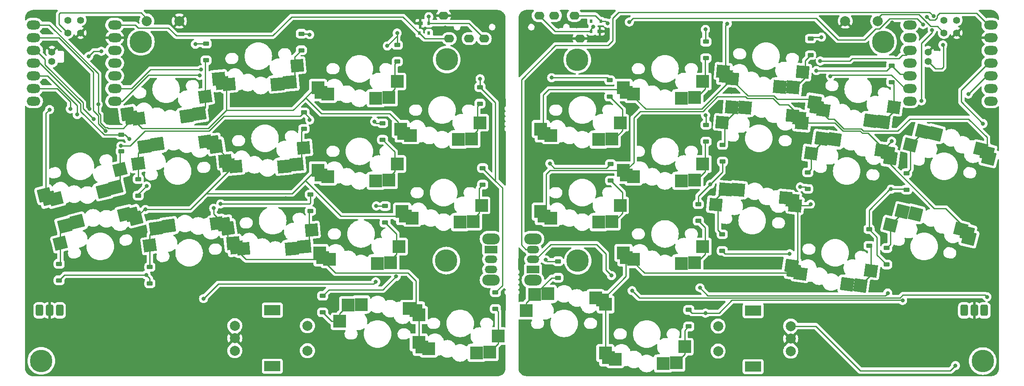
<source format=gbr>
%TF.GenerationSoftware,KiCad,Pcbnew,7.0.2*%
%TF.CreationDate,2023-08-06T16:20:10+02:00*%
%TF.ProjectId,Wizza-xiao,57697a7a-612d-4786-9961-6f2e6b696361,rev?*%
%TF.SameCoordinates,Original*%
%TF.FileFunction,Copper,L2,Bot*%
%TF.FilePolarity,Positive*%
%FSLAX46Y46*%
G04 Gerber Fmt 4.6, Leading zero omitted, Abs format (unit mm)*
G04 Created by KiCad (PCBNEW 7.0.2) date 2023-08-06 16:20:10*
%MOMM*%
%LPD*%
G01*
G04 APERTURE LIST*
G04 Aperture macros list*
%AMRoundRect*
0 Rectangle with rounded corners*
0 $1 Rounding radius*
0 $2 $3 $4 $5 $6 $7 $8 $9 X,Y pos of 4 corners*
0 Add a 4 corners polygon primitive as box body*
4,1,4,$2,$3,$4,$5,$6,$7,$8,$9,$2,$3,0*
0 Add four circle primitives for the rounded corners*
1,1,$1+$1,$2,$3*
1,1,$1+$1,$4,$5*
1,1,$1+$1,$6,$7*
1,1,$1+$1,$8,$9*
0 Add four rect primitives between the rounded corners*
20,1,$1+$1,$2,$3,$4,$5,0*
20,1,$1+$1,$4,$5,$6,$7,0*
20,1,$1+$1,$6,$7,$8,$9,0*
20,1,$1+$1,$8,$9,$2,$3,0*%
%AMRotRect*
0 Rectangle, with rotation*
0 The origin of the aperture is its center*
0 $1 length*
0 $2 width*
0 $3 Rotation angle, in degrees counterclockwise*
0 Add horizontal line*
21,1,$1,$2,0,0,$3*%
G04 Aperture macros list end*
%TA.AperFunction,ComponentPad*%
%ADD10C,4.500000*%
%TD*%
%TA.AperFunction,SMDPad,CuDef*%
%ADD11R,2.600000X2.600000*%
%TD*%
%TA.AperFunction,SMDPad,CuDef*%
%ADD12R,2.550000X2.500000*%
%TD*%
%TA.AperFunction,SMDPad,CuDef*%
%ADD13RotRect,2.600000X2.600000X8.000000*%
%TD*%
%TA.AperFunction,SMDPad,CuDef*%
%ADD14RotRect,2.550000X2.500000X188.000000*%
%TD*%
%TA.AperFunction,SMDPad,CuDef*%
%ADD15RotRect,2.600000X2.600000X175.000000*%
%TD*%
%TA.AperFunction,SMDPad,CuDef*%
%ADD16RotRect,2.550000X2.500000X355.000000*%
%TD*%
%TA.AperFunction,SMDPad,CuDef*%
%ADD17RotRect,2.600000X2.600000X14.000000*%
%TD*%
%TA.AperFunction,SMDPad,CuDef*%
%ADD18RotRect,2.550000X2.500000X194.000000*%
%TD*%
%TA.AperFunction,ComponentPad*%
%ADD19O,2.750000X1.800000*%
%TD*%
%TA.AperFunction,ComponentPad*%
%ADD20C,1.397000*%
%TD*%
%TA.AperFunction,SMDPad,CuDef*%
%ADD21RotRect,2.600000X2.600000X166.000000*%
%TD*%
%TA.AperFunction,SMDPad,CuDef*%
%ADD22RotRect,2.550000X2.500000X346.000000*%
%TD*%
%TA.AperFunction,SMDPad,CuDef*%
%ADD23RotRect,2.600000X2.600000X194.000000*%
%TD*%
%TA.AperFunction,SMDPad,CuDef*%
%ADD24RotRect,2.550000X2.500000X14.000000*%
%TD*%
%TA.AperFunction,SMDPad,CuDef*%
%ADD25RotRect,2.600000X2.600000X352.000000*%
%TD*%
%TA.AperFunction,SMDPad,CuDef*%
%ADD26RotRect,2.550000X2.500000X172.000000*%
%TD*%
%TA.AperFunction,ComponentPad*%
%ADD27RoundRect,0.375000X0.375000X0.750000X-0.375000X0.750000X-0.375000X-0.750000X0.375000X-0.750000X0*%
%TD*%
%TA.AperFunction,SMDPad,CuDef*%
%ADD28RotRect,2.600000X2.600000X188.000000*%
%TD*%
%TA.AperFunction,SMDPad,CuDef*%
%ADD29RotRect,2.550000X2.500000X8.000000*%
%TD*%
%TA.AperFunction,SMDPad,CuDef*%
%ADD30RotRect,2.600000X2.600000X5.000000*%
%TD*%
%TA.AperFunction,SMDPad,CuDef*%
%ADD31RotRect,2.550000X2.500000X185.000000*%
%TD*%
%TA.AperFunction,ComponentPad*%
%ADD32O,2.000000X1.600000*%
%TD*%
%TA.AperFunction,SMDPad,CuDef*%
%ADD33RotRect,2.600000X2.600000X172.000000*%
%TD*%
%TA.AperFunction,SMDPad,CuDef*%
%ADD34RotRect,2.550000X2.500000X352.000000*%
%TD*%
%TA.AperFunction,SMDPad,CuDef*%
%ADD35RotRect,2.600000X2.600000X355.000000*%
%TD*%
%TA.AperFunction,SMDPad,CuDef*%
%ADD36RotRect,2.550000X2.500000X175.000000*%
%TD*%
%TA.AperFunction,ComponentPad*%
%ADD37C,2.000000*%
%TD*%
%TA.AperFunction,ComponentPad*%
%ADD38R,3.200000X2.000000*%
%TD*%
%TA.AperFunction,ComponentPad*%
%ADD39RoundRect,0.375000X-0.375000X-0.750000X0.375000X-0.750000X0.375000X0.750000X-0.375000X0.750000X0*%
%TD*%
%TA.AperFunction,SMDPad,CuDef*%
%ADD40RoundRect,0.225000X0.375000X-0.225000X0.375000X0.225000X-0.375000X0.225000X-0.375000X-0.225000X0*%
%TD*%
%TA.AperFunction,SMDPad,CuDef*%
%ADD41RoundRect,0.225000X-0.375000X0.225000X-0.375000X-0.225000X0.375000X-0.225000X0.375000X0.225000X0*%
%TD*%
%TA.AperFunction,ComponentPad*%
%ADD42O,3.500000X2.200000*%
%TD*%
%TA.AperFunction,ComponentPad*%
%ADD43R,2.500000X1.500000*%
%TD*%
%TA.AperFunction,ComponentPad*%
%ADD44O,2.500000X1.500000*%
%TD*%
%TA.AperFunction,SMDPad,CuDef*%
%ADD45R,1.000000X0.700000*%
%TD*%
%TA.AperFunction,SMDPad,CuDef*%
%ADD46R,0.600000X0.700000*%
%TD*%
%TA.AperFunction,ViaPad*%
%ADD47C,0.800000*%
%TD*%
%TA.AperFunction,Conductor*%
%ADD48C,0.250000*%
%TD*%
G04 APERTURE END LIST*
D10*
%TO.P,H8,1*%
%TO.N,N/C*%
X126365000Y-47117000D03*
%TD*%
%TO.P,H7,1*%
%TO.N,N/C*%
X233391600Y-107369000D03*
%TD*%
%TO.P,H6,1*%
%TO.N,N/C*%
X65278000Y-43588200D03*
%TD*%
%TO.P,H5,1*%
%TO.N,N/C*%
X213503400Y-43588200D03*
%TD*%
%TO.P,H4,1*%
%TO.N,N/C*%
X45389800Y-107340400D03*
%TD*%
%TO.P,H3,1*%
%TO.N,N/C*%
X152416400Y-47145600D03*
%TD*%
%TO.P,H2,1*%
%TO.N,N/C*%
X126263400Y-87299800D03*
%TD*%
%TO.P,H1,1*%
%TO.N,N/C*%
X152518000Y-87328400D03*
%TD*%
D11*
%TO.P,SW12,1,1*%
%TO.N,row_0_R*%
X161652982Y-52765202D03*
X162252982Y-53665202D03*
D12*
X163637982Y-54045202D03*
D11*
%TO.P,SW12,2,2*%
%TO.N,Net-(D13-K)*%
X173202982Y-54865202D03*
X175802982Y-54715202D03*
D12*
X177487982Y-51505202D03*
%TD*%
D11*
%TO.P,SW31,1,1*%
%TO.N,row_2_R*%
X161652982Y-85765202D03*
X162252982Y-86665202D03*
D12*
X163637982Y-87045202D03*
D11*
%TO.P,SW31,2,2*%
%TO.N,Net-(D26-K)*%
X173202982Y-87865202D03*
X175802982Y-87715202D03*
D12*
X177487982Y-84505202D03*
%TD*%
D13*
%TO.P,SW7,1,1*%
%TO.N,row_0_L*%
X62668523Y-57981255D03*
X63387939Y-58788992D03*
D14*
X64812346Y-58972540D03*
D13*
%TO.P,SW7,2,2*%
%TO.N,Net-(D9-K)*%
X74398382Y-58453369D03*
X76952203Y-57942978D03*
D14*
X78174059Y-54529711D03*
%TD*%
D15*
%TO.P,SW20,1,1*%
%TO.N,row_1_R*%
X197260420Y-59815262D03*
X196741143Y-58866393D03*
D16*
X195394533Y-58367129D03*
D15*
%TO.P,SW20,2,2*%
%TO.N,Net-(D17-K)*%
X185937398Y-56716604D03*
X183334219Y-56639428D03*
D16*
X181375861Y-59690356D03*
%TD*%
D17*
%TO.P,SW6,1,1*%
%TO.N,row_0_L*%
X46073795Y-74159547D03*
X46873702Y-74887660D03*
D18*
X48309492Y-74921311D03*
D17*
%TO.P,SW6,2,2*%
%TO.N,Net-(D8-K)*%
X57788747Y-73402971D03*
X60275227Y-72628429D03*
D18*
X61133606Y-69106142D03*
%TD*%
D19*
%TO.P,U1,1,A2/0.02_H*%
%TO.N,row_0_R*%
X218818400Y-40208200D03*
%TO.P,U1,2,A4/0.03_H*%
%TO.N,row_1_R*%
X218818400Y-42748200D03*
%TO.P,U1,3,A10/0.28*%
%TO.N,row_2_R*%
X218818400Y-45288200D03*
%TO.P,U1,4,A11/0.29*%
%TO.N,col0_R*%
X218818400Y-47828200D03*
%TO.P,U1,5,A8_SDA/0.04_H*%
%TO.N,col1_R*%
X218818400Y-50368200D03*
%TO.P,U1,6,A9_SCL/0.05_H*%
%TO.N,col2_R*%
X218818400Y-52908200D03*
%TO.P,U1,7,B8_TX/1.11*%
%TO.N,TX_R*%
X218818400Y-55448200D03*
%TO.P,U1,8,B9_RX/1.12*%
%TO.N,ENC_L_R*%
X235008400Y-55448200D03*
%TO.P,U1,9,A7_SCK/1.13*%
%TO.N,ENC_R_R*%
X235008400Y-52908200D03*
%TO.P,U1,10,A5_MISO/1.14*%
%TO.N,col4_R*%
X235008400Y-50368200D03*
%TO.P,U1,11,A6_MOSI/1.15*%
%TO.N,col3_R*%
X235008400Y-47828200D03*
%TO.P,U1,12,3V3*%
%TO.N,VCC_R*%
X235008400Y-45288200D03*
%TO.P,U1,13,GND*%
%TO.N,GND_R*%
X235008400Y-42748200D03*
%TO.P,U1,14,5V*%
%TO.N,RAW_R*%
X235008400Y-40208200D03*
D20*
%TO.P,U1,15,A31_SWDIO*%
%TO.N,unconnected-(U1-A31_SWDIO-Pad15)*%
X225643400Y-39256200D03*
%TO.P,U1,16,A30_SWCLK*%
%TO.N,unconnected-(U1-A30_SWCLK-Pad16)*%
X228183400Y-39256200D03*
%TO.P,U1,17,RESET*%
%TO.N,RESET_R*%
X225643400Y-41796200D03*
%TO.P,U1,18,GND*%
%TO.N,GND_R*%
X228183400Y-41796200D03*
%TO.P,U1,19,BAT*%
%TO.N,X_BAT_R*%
X222468400Y-47511200D03*
%TO.P,U1,20,GND*%
%TO.N,GND_R*%
X222468400Y-45606200D03*
%TD*%
D21*
%TO.P,SW4,1,1*%
%TO.N,row_0_R*%
X234620776Y-66785300D03*
X234256329Y-65766881D03*
D22*
X233004399Y-65063106D03*
D21*
%TO.P,SW4,2,2*%
%TO.N,Net-(D6-K)*%
X223921897Y-61953481D03*
X221362840Y-61470028D03*
D22*
X218951322Y-64177039D03*
%TD*%
D11*
%TO.P,SW9,1,1*%
%TO.N,row_0_L*%
X100652982Y-52765202D03*
X101252982Y-53665202D03*
D12*
X102637982Y-54045202D03*
D11*
%TO.P,SW9,2,2*%
%TO.N,Net-(D11-K)*%
X112202982Y-54865202D03*
X114802982Y-54715202D03*
D12*
X116487982Y-51505202D03*
%TD*%
D11*
%TO.P,SW33,1,1*%
%TO.N,row_2_R*%
X158077982Y-96040202D03*
X157477982Y-95140202D03*
D12*
X156092982Y-94760202D03*
D11*
%TO.P,SW33,2,2*%
%TO.N,Net-(D28-K)*%
X146527982Y-93940202D03*
X143927982Y-94090202D03*
D12*
X142242982Y-97300202D03*
%TD*%
D23*
%TO.P,SW16,1,1*%
%TO.N,row_1_L*%
X64285294Y-78791373D03*
X63485387Y-78063260D03*
D24*
X62049597Y-78029609D03*
D23*
%TO.P,SW16,2,2*%
%TO.N,Net-(D18-K)*%
X52570342Y-79547949D03*
X50083862Y-80322491D03*
D24*
X49225483Y-83844778D03*
%TD*%
D11*
%TO.P,SW3,1,1*%
%TO.N,row_2_L*%
X120777982Y-103640202D03*
X121377982Y-104540202D03*
D12*
X122762982Y-104920202D03*
D11*
%TO.P,SW3,2,2*%
%TO.N,Net-(D5-K)*%
X132327982Y-105740202D03*
X134927982Y-105590202D03*
D12*
X136612982Y-102380202D03*
%TD*%
D25*
%TO.P,SW10,1,1*%
%TO.N,row_0_R*%
X199798506Y-55677940D03*
X200267411Y-56652685D03*
D26*
X201586046Y-57221742D03*
D25*
%TO.P,SW10,2,2*%
%TO.N,Net-(D7-K)*%
X210943839Y-59364953D03*
X213539412Y-59578262D03*
D26*
X215654759Y-56634009D03*
%TD*%
D21*
%TO.P,SW14,1,1*%
%TO.N,row_1_R*%
X230629065Y-82795180D03*
X230264618Y-81776761D03*
D22*
X229012688Y-81072986D03*
D21*
%TO.P,SW14,2,2*%
%TO.N,Net-(D15-K)*%
X219930186Y-77963361D03*
X217371129Y-77479908D03*
D22*
X214959611Y-80186919D03*
%TD*%
D27*
%TO.P,J3,1,Pin_1*%
%TO.N,BAT_L*%
X45072800Y-97231200D03*
%TO.P,J3,2,Pin_2*%
%TO.N,GND_L*%
X47072800Y-97231200D03*
%TO.P,J3,3,Pin_3*%
%TO.N,BAT_L*%
X49072800Y-97231200D03*
%TD*%
D28*
%TO.P,SW17,1,1*%
%TO.N,row_1_L*%
X80296099Y-64491326D03*
X79576683Y-63683589D03*
D29*
X78152276Y-63500041D03*
D28*
%TO.P,SW17,2,2*%
%TO.N,Net-(D19-K)*%
X68566240Y-64019212D03*
X66012419Y-64529603D03*
D29*
X64790563Y-67942870D03*
%TD*%
D11*
%TO.P,SW22,1,1*%
%TO.N,row_1_R*%
X145152982Y-77515202D03*
X145752982Y-78415202D03*
D12*
X147137982Y-78795202D03*
D11*
%TO.P,SW22,2,2*%
%TO.N,Net-(D23-K)*%
X156702982Y-79615202D03*
X159302982Y-79465202D03*
D12*
X160987982Y-76255202D03*
%TD*%
D19*
%TO.P,U2,1,A2/0.02_H*%
%TO.N,row_0_L*%
X43876600Y-40208200D03*
%TO.P,U2,2,A4/0.03_H*%
%TO.N,row_1_L*%
X43876600Y-42748200D03*
%TO.P,U2,3,A10/0.28*%
%TO.N,row_2_L*%
X43876600Y-45288200D03*
%TO.P,U2,4,A11/0.29*%
%TO.N,col0_L*%
X43876600Y-47828200D03*
%TO.P,U2,5,A8_SDA/0.04_H*%
%TO.N,col1_L*%
X43876600Y-50368200D03*
%TO.P,U2,6,A9_SCL/0.05_H*%
%TO.N,col2_L*%
X43876600Y-52908200D03*
%TO.P,U2,7,B8_TX/1.11*%
%TO.N,TX_L*%
X43876600Y-55448200D03*
%TO.P,U2,8,B9_RX/1.12*%
%TO.N,ENC_L_L*%
X60066600Y-55448200D03*
%TO.P,U2,9,A7_SCK/1.13*%
%TO.N,ENC_R_L*%
X60066600Y-52908200D03*
%TO.P,U2,10,A5_MISO/1.14*%
%TO.N,col4_L*%
X60066600Y-50368200D03*
%TO.P,U2,11,A6_MOSI/1.15*%
%TO.N,col3_L*%
X60066600Y-47828200D03*
%TO.P,U2,12,3V3*%
%TO.N,VCC_L*%
X60066600Y-45288200D03*
%TO.P,U2,13,GND*%
%TO.N,GND_L*%
X60066600Y-42748200D03*
%TO.P,U2,14,5V*%
%TO.N,RAW_L*%
X60066600Y-40208200D03*
D20*
%TO.P,U2,15,A31_SWDIO*%
%TO.N,unconnected-(U2-A31_SWDIO-Pad15)*%
X50701600Y-39256200D03*
%TO.P,U2,16,A30_SWCLK*%
%TO.N,unconnected-(U2-A30_SWCLK-Pad16)*%
X53241600Y-39256200D03*
%TO.P,U2,17,RESET*%
%TO.N,RESET_L*%
X50701600Y-41796200D03*
%TO.P,U2,18,GND*%
%TO.N,GND_L*%
X53241600Y-41796200D03*
%TO.P,U2,19,BAT*%
%TO.N,X_BAT_L*%
X47526600Y-47511200D03*
%TO.P,U2,20,GND*%
%TO.N,GND_L*%
X47526600Y-45606200D03*
%TD*%
D30*
%TO.P,SW27,1,1*%
%TO.N,row_2_L*%
X83695999Y-83823554D03*
X84372156Y-84667835D03*
D31*
X85785005Y-84925679D03*
D30*
%TO.P,SW27,2,2*%
%TO.N,Net-(D39-K)*%
X95385075Y-84908914D03*
X97962107Y-84532880D03*
D31*
X99360926Y-81188237D03*
%TD*%
D11*
%TO.P,SW2,1,1*%
%TO.N,row_1_L*%
X117465482Y-77515202D03*
X118065482Y-78415202D03*
D12*
X119450482Y-78795202D03*
D11*
%TO.P,SW2,2,2*%
%TO.N,Net-(D4-K)*%
X129015482Y-79615202D03*
X131615482Y-79465202D03*
D12*
X133300482Y-76255202D03*
%TD*%
D32*
%TO.P,J2,A*%
%TO.N,unconnected-(J2-PadA)*%
X130840800Y-42940000D03*
%TO.P,J2,B*%
%TO.N,TX_L*%
X133840800Y-42940000D03*
%TO.P,J2,C*%
%TO.N,GND_L*%
X125740800Y-38340000D03*
%TO.P,J2,D*%
%TO.N,RAW_L*%
X126840800Y-42940000D03*
%TD*%
D11*
%TO.P,SW1,1,1*%
%TO.N,row_0_L*%
X117152982Y-61015202D03*
X117752982Y-61915202D03*
D12*
X119137982Y-62295202D03*
D11*
%TO.P,SW1,2,2*%
%TO.N,Net-(D3-K)*%
X128702982Y-63115202D03*
X131302982Y-62965202D03*
D12*
X132987982Y-59755202D03*
%TD*%
D11*
%TO.P,SW29,1,1*%
%TO.N,row_2_L*%
X120827982Y-98165202D03*
X120227982Y-97265202D03*
D12*
X118842982Y-96885202D03*
D11*
%TO.P,SW29,2,2*%
%TO.N,Net-(D41-K)*%
X109277982Y-96065202D03*
X106677982Y-96215202D03*
D12*
X104992982Y-99425202D03*
%TD*%
D33*
%TO.P,SW15,1,1*%
%TO.N,row_1_R*%
X214948802Y-66794641D03*
X214479897Y-65819896D03*
D34*
X213161262Y-65250839D03*
D33*
%TO.P,SW15,2,2*%
%TO.N,Net-(D16-K)*%
X203803469Y-63107628D03*
X201207896Y-62894319D03*
D34*
X199092549Y-65838572D03*
%TD*%
D11*
%TO.P,SW32,1,1*%
%TO.N,row_2_R*%
X158027982Y-105765202D03*
X158627982Y-106665202D03*
D12*
X160012982Y-107045202D03*
D11*
%TO.P,SW32,2,2*%
%TO.N,Net-(D27-K)*%
X169577982Y-107865202D03*
X172177982Y-107715202D03*
D12*
X173862982Y-104505202D03*
%TD*%
D35*
%TO.P,SW11,1,1*%
%TO.N,row_0_R*%
X181549083Y-49506701D03*
X182068360Y-50455570D03*
D36*
X183414970Y-50954834D03*
D35*
%TO.P,SW11,2,2*%
%TO.N,Net-(D12-K)*%
X192872105Y-52605359D03*
X195475284Y-52682535D03*
D36*
X197433642Y-49631607D03*
%TD*%
D25*
%TO.P,SW23,1,1*%
%TO.N,row_2_R*%
X195205794Y-88356786D03*
X195674699Y-89331531D03*
D26*
X196993334Y-89900588D03*
D25*
%TO.P,SW23,2,2*%
%TO.N,Net-(D24-K)*%
X206351127Y-92043799D03*
X208946700Y-92257108D03*
D26*
X211062047Y-89312855D03*
%TD*%
D32*
%TO.P,J1,A*%
%TO.N,unconnected-(J1-PadA)*%
X147855900Y-38340000D03*
%TO.P,J1,B*%
%TO.N,TX_R*%
X144855900Y-38340000D03*
%TO.P,J1,C*%
%TO.N,GND_R*%
X152955900Y-42940000D03*
%TO.P,J1,D*%
%TO.N,RAW_R*%
X151855900Y-38340000D03*
%TD*%
D15*
%TO.P,SW24,1,1*%
%TO.N,row_2_R*%
X195920912Y-76252474D03*
X195401635Y-75303605D03*
D16*
X194055025Y-74804341D03*
D15*
%TO.P,SW24,2,2*%
%TO.N,Net-(D25-K)*%
X184597890Y-73153816D03*
X181994711Y-73076640D03*
D16*
X180036353Y-76127568D03*
%TD*%
D37*
%TO.P,SW35,A,A*%
%TO.N,ENC_R_R*%
X195051000Y-105383200D03*
%TO.P,SW35,B,B*%
%TO.N,ENC_L_R*%
X195051000Y-100383200D03*
%TO.P,SW35,C,C*%
%TO.N,GND_R*%
X195051000Y-102883200D03*
D38*
%TO.P,SW35,MP*%
%TO.N,N/C*%
X187551000Y-108483200D03*
X187551000Y-97283200D03*
D37*
%TO.P,SW35,S1,S1*%
%TO.N,unconnected-(SW35-PadS1)*%
X180551000Y-100383200D03*
%TO.P,SW35,S2,S2*%
%TO.N,unconnected-(SW35-PadS2)*%
X180551000Y-105383200D03*
%TD*%
D39*
%TO.P,J4,1,Pin_1*%
%TO.N,BAT_R*%
X233713200Y-97231200D03*
%TO.P,J4,2,Pin_2*%
%TO.N,GND_R*%
X231713200Y-97231200D03*
%TO.P,J4,3,Pin_3*%
%TO.N,BAT_R*%
X229713200Y-97231200D03*
%TD*%
D37*
%TO.P,SW34,A,A*%
%TO.N,ENC_L_L*%
X84044200Y-100307000D03*
%TO.P,SW34,B,B*%
%TO.N,ENC_R_L*%
X84044200Y-105307000D03*
%TO.P,SW34,C,C*%
%TO.N,GND_L*%
X84044200Y-102807000D03*
D38*
%TO.P,SW34,MP*%
%TO.N,N/C*%
X91544200Y-97207000D03*
X91544200Y-108407000D03*
D37*
%TO.P,SW34,S1,S1*%
%TO.N,unconnected-(SW34-PadS1)*%
X98544200Y-105307000D03*
%TO.P,SW34,S2,S2*%
%TO.N,unconnected-(SW34-PadS2)*%
X98544200Y-100307000D03*
%TD*%
D11*
%TO.P,SW13,1,1*%
%TO.N,row_0_R*%
X145152982Y-61015202D03*
X145752982Y-61915202D03*
D12*
X147137982Y-62295202D03*
D11*
%TO.P,SW13,2,2*%
%TO.N,Net-(D14-K)*%
X156702982Y-63115202D03*
X159302982Y-62965202D03*
D12*
X160987982Y-59755202D03*
%TD*%
D11*
%TO.P,SW19,1,1*%
%TO.N,row_1_L*%
X100652982Y-69265202D03*
X101252982Y-70165202D03*
D12*
X102637982Y-70545202D03*
D11*
%TO.P,SW19,2,2*%
%TO.N,Net-(D21-K)*%
X112202982Y-71365202D03*
X114802982Y-71215202D03*
D12*
X116487982Y-68005202D03*
%TD*%
D28*
%TO.P,SW26,1,1*%
%TO.N,row_2_L*%
X82592455Y-80830749D03*
X81873039Y-80023012D03*
D29*
X80448632Y-79839464D03*
D28*
%TO.P,SW26,2,2*%
%TO.N,Net-(D38-K)*%
X70862596Y-80358635D03*
X68308775Y-80869026D03*
D29*
X67086919Y-84282293D03*
%TD*%
D11*
%TO.P,SW28,1,1*%
%TO.N,row_2_L*%
X100965482Y-85765202D03*
X101565482Y-86665202D03*
D12*
X102950482Y-87045202D03*
D11*
%TO.P,SW28,2,2*%
%TO.N,Net-(D40-K)*%
X112515482Y-87865202D03*
X115115482Y-87715202D03*
D12*
X116800482Y-84505202D03*
%TD*%
D30*
%TO.P,SW8,1,1*%
%TO.N,row_0_L*%
X80819859Y-50949129D03*
X81496016Y-51793410D03*
D31*
X82908865Y-52051254D03*
D30*
%TO.P,SW8,2,2*%
%TO.N,Net-(D10-K)*%
X92508935Y-52034489D03*
X95085967Y-51658455D03*
D31*
X96484786Y-48313812D03*
%TD*%
D11*
%TO.P,SW21,1,1*%
%TO.N,row_1_R*%
X161652982Y-69265202D03*
X162252982Y-70165202D03*
D12*
X163637982Y-70545202D03*
D11*
%TO.P,SW21,2,2*%
%TO.N,Net-(D22-K)*%
X173202982Y-71365202D03*
X175802982Y-71215202D03*
D12*
X177487982Y-68005202D03*
%TD*%
D30*
%TO.P,SW18,1,1*%
%TO.N,row_1_L*%
X82159366Y-67386342D03*
X82835523Y-68230623D03*
D31*
X84248372Y-68488467D03*
D30*
%TO.P,SW18,2,2*%
%TO.N,Net-(D20-K)*%
X93848442Y-68471702D03*
X96425474Y-68095668D03*
D31*
X97824293Y-64751025D03*
%TD*%
D40*
%TO.P,D4,1,K*%
%TO.N,Net-(D4-K)*%
X133553200Y-72110600D03*
%TO.P,D4,2,A*%
%TO.N,col4_L*%
X133553200Y-68810600D03*
%TD*%
D41*
%TO.P,D18,1,K*%
%TO.N,Net-(D18-K)*%
X48971200Y-87935800D03*
%TO.P,D18,2,A*%
%TO.N,col0_L*%
X48971200Y-91235800D03*
%TD*%
D40*
%TO.P,D3,1,K*%
%TO.N,Net-(D3-K)*%
X133019800Y-55930800D03*
%TO.P,D3,2,A*%
%TO.N,col4_L*%
X133019800Y-52630800D03*
%TD*%
%TO.P,D22,1,K*%
%TO.N,Net-(D22-K)*%
X178155600Y-63500000D03*
%TO.P,D22,2,A*%
%TO.N,col3_R*%
X178155600Y-60200000D03*
%TD*%
%TO.P,D40,1,K*%
%TO.N,Net-(D40-K)*%
X114071400Y-79704200D03*
%TO.P,D40,2,A*%
%TO.N,col2_L*%
X114071400Y-76404200D03*
%TD*%
%TO.P,D41,1,K*%
%TO.N,Net-(D41-K)*%
X101600000Y-97636600D03*
%TO.P,D41,2,A*%
%TO.N,col3_L*%
X101600000Y-94336600D03*
%TD*%
D41*
%TO.P,D19,1,K*%
%TO.N,Net-(D19-K)*%
X64770000Y-71018400D03*
%TO.P,D19,2,A*%
%TO.N,col1_L*%
X64770000Y-74318400D03*
%TD*%
D40*
%TO.P,D39,1,K*%
%TO.N,Net-(D39-K)*%
X99161600Y-77392800D03*
%TO.P,D39,2,A*%
%TO.N,col1_L*%
X99161600Y-74092800D03*
%TD*%
D41*
%TO.P,D25,1,K*%
%TO.N,Net-(D25-K)*%
X181381400Y-82043000D03*
%TO.P,D25,2,A*%
%TO.N,col1_R*%
X181381400Y-85343000D03*
%TD*%
%TO.P,D15,1,K*%
%TO.N,Net-(D15-K)*%
X214223600Y-84786200D03*
%TO.P,D15,2,A*%
%TO.N,col0_R*%
X214223600Y-88086200D03*
%TD*%
%TO.P,D6,1,K*%
%TO.N,Net-(D6-K)*%
X218186000Y-69825600D03*
%TO.P,D6,2,A*%
%TO.N,col0_R*%
X218186000Y-73125600D03*
%TD*%
%TO.P,D17,1,K*%
%TO.N,Net-(D17-K)*%
X181432200Y-64187800D03*
%TO.P,D17,2,A*%
%TO.N,col2_R*%
X181432200Y-67487800D03*
%TD*%
D42*
%TO.P,SW25,*%
%TO.N,*%
X135204200Y-82971200D03*
X135204200Y-91171200D03*
D43*
%TO.P,SW25,1,A*%
%TO.N,unconnected-(SW25-A-Pad1)*%
X135204200Y-85071200D03*
D44*
%TO.P,SW25,2,B*%
%TO.N,BAT_L*%
X135204200Y-87071200D03*
%TO.P,SW25,3,C*%
%TO.N,X_BAT_L*%
X135204200Y-89071200D03*
%TD*%
D40*
%TO.P,D26,1,K*%
%TO.N,Net-(D26-K)*%
X176606200Y-79347600D03*
%TO.P,D26,2,A*%
%TO.N,col2_R*%
X176606200Y-76047600D03*
%TD*%
%TO.P,D10,1,K*%
%TO.N,Net-(D10-K)*%
X97332800Y-45261800D03*
%TO.P,D10,2,A*%
%TO.N,col2_L*%
X97332800Y-41961800D03*
%TD*%
%TO.P,D9,1,K*%
%TO.N,Net-(D9-K)*%
X78308200Y-47268400D03*
%TO.P,D9,2,A*%
%TO.N,col1_L*%
X78308200Y-43968400D03*
%TD*%
%TO.P,D7,1,K*%
%TO.N,Net-(D7-K)*%
X215214200Y-51611800D03*
%TO.P,D7,2,A*%
%TO.N,col1_R*%
X215214200Y-48311800D03*
%TD*%
%TO.P,D24,1,K*%
%TO.N,Net-(D24-K)*%
X210693000Y-84326000D03*
%TO.P,D24,2,A*%
%TO.N,col0_R*%
X210693000Y-81026000D03*
%TD*%
%TO.P,D13,1,K*%
%TO.N,Net-(D13-K)*%
X178104800Y-46862000D03*
%TO.P,D13,2,A*%
%TO.N,col3_R*%
X178104800Y-43562000D03*
%TD*%
%TO.P,D12,1,K*%
%TO.N,Net-(D12-K)*%
X199009000Y-46252400D03*
%TO.P,D12,2,A*%
%TO.N,col2_R*%
X199009000Y-42952400D03*
%TD*%
D42*
%TO.P,SW30,*%
%TO.N,*%
X143587600Y-91171200D03*
X143587600Y-82971200D03*
D43*
%TO.P,SW30,1,A*%
%TO.N,unconnected-(SW30-A-Pad1)*%
X143587600Y-89071200D03*
D44*
%TO.P,SW30,2,B*%
%TO.N,BAT_R*%
X143587600Y-87071200D03*
%TO.P,SW30,3,C*%
%TO.N,X_BAT_R*%
X143587600Y-85071200D03*
%TD*%
D45*
%TO.P,D1,1,GND*%
%TO.N,GND_R*%
X156924400Y-41462200D03*
D46*
%TO.P,D1,2,I/O1*%
%TO.N,TX_R*%
X155224400Y-41462200D03*
%TO.P,D1,3,I/O2*%
%TO.N,unconnected-(D1-I{slash}O2-Pad3)*%
X155224400Y-39462200D03*
%TO.P,D1,4,VCC*%
%TO.N,RAW_R*%
X157124400Y-39462200D03*
%TD*%
D40*
%TO.P,D23,1,K*%
%TO.N,Net-(D23-K)*%
X159080200Y-71297800D03*
%TO.P,D23,2,A*%
%TO.N,col4_R*%
X159080200Y-67997800D03*
%TD*%
%TO.P,D14,1,K*%
%TO.N,Net-(D14-K)*%
X158927800Y-54532800D03*
%TO.P,D14,2,A*%
%TO.N,col4_R*%
X158927800Y-51232800D03*
%TD*%
%TO.P,D21,1,K*%
%TO.N,Net-(D21-K)*%
X113563400Y-63143400D03*
%TO.P,D21,2,A*%
%TO.N,col3_L*%
X113563400Y-59843400D03*
%TD*%
D41*
%TO.P,D16,1,K*%
%TO.N,Net-(D16-K)*%
X198450200Y-69673200D03*
%TO.P,D16,2,A*%
%TO.N,col1_R*%
X198450200Y-72973200D03*
%TD*%
D40*
%TO.P,D8,1,K*%
%TO.N,Net-(D8-K)*%
X61366400Y-65453800D03*
%TO.P,D8,2,A*%
%TO.N,col0_L*%
X61366400Y-62153800D03*
%TD*%
%TO.P,D11,1,K*%
%TO.N,Net-(D11-K)*%
X116484400Y-47522400D03*
%TO.P,D11,2,A*%
%TO.N,col3_L*%
X116484400Y-44222400D03*
%TD*%
%TO.P,D27,1,K*%
%TO.N,Net-(D27-K)*%
X174701200Y-100457000D03*
%TO.P,D27,2,A*%
%TO.N,col3_R*%
X174701200Y-97157000D03*
%TD*%
%TO.P,D28,1,K*%
%TO.N,Net-(D28-K)*%
X148564600Y-90727800D03*
%TO.P,D28,2,A*%
%TO.N,col4_R*%
X148564600Y-87427800D03*
%TD*%
%TO.P,D5,1,K*%
%TO.N,Net-(D5-K)*%
X136093200Y-96926400D03*
%TO.P,D5,2,A*%
%TO.N,col4_L*%
X136093200Y-93626400D03*
%TD*%
D37*
%TO.P,SW5,1,1*%
%TO.N,RESET_R*%
X212435800Y-39434000D03*
%TO.P,SW5,2,2*%
%TO.N,GND_R*%
X205935800Y-39434000D03*
%TD*%
D45*
%TO.P,D2,1,GND*%
%TO.N,GND_L*%
X121093800Y-39868600D03*
D46*
%TO.P,D2,2,I/O1*%
%TO.N,TX_L*%
X122793800Y-39868600D03*
%TO.P,D2,3,I/O2*%
%TO.N,unconnected-(D2-I{slash}O2-Pad3)*%
X122793800Y-41868600D03*
%TO.P,D2,4,VCC*%
%TO.N,RAW_L*%
X120893800Y-41868600D03*
%TD*%
D40*
%TO.P,D20,1,K*%
%TO.N,Net-(D20-K)*%
X97840800Y-60984400D03*
%TO.P,D20,2,A*%
%TO.N,col2_L*%
X97840800Y-57684400D03*
%TD*%
D37*
%TO.P,SW40,1,1*%
%TO.N,RESET_L*%
X66471800Y-39434000D03*
%TO.P,SW40,2,2*%
%TO.N,GND_L*%
X72971800Y-39434000D03*
%TD*%
D41*
%TO.P,D38,1,K*%
%TO.N,Net-(D38-K)*%
X67081400Y-88570800D03*
%TO.P,D38,2,A*%
%TO.N,col0_L*%
X67081400Y-91870800D03*
%TD*%
D47*
%TO.N,GND_R*%
X223520000Y-44196000D03*
%TO.N,GND_L*%
X57404000Y-48006000D03*
X64262000Y-38862000D03*
%TO.N,X_BAT_L*%
X54864000Y-46482000D03*
X57404000Y-45466000D03*
%TO.N,GND_R*%
X199644000Y-40132000D03*
X158750000Y-38608000D03*
%TO.N,RAW_R*%
X162814000Y-39624000D03*
X158496000Y-39878000D03*
X221488000Y-40132000D03*
%TO.N,GND_R*%
X234442000Y-37846000D03*
%TO.N,RAW_R*%
X222250000Y-38608000D03*
%TO.N,GND_R*%
X148793200Y-54508400D03*
X215315800Y-39700200D03*
X235000800Y-79781400D03*
X209372200Y-39471600D03*
X148640800Y-40538400D03*
X221030800Y-42214800D03*
X232943400Y-43992800D03*
X218948000Y-75361800D03*
X218897200Y-61391800D03*
X213664800Y-47929800D03*
X206933800Y-81000600D03*
X212572600Y-81407000D03*
X205206600Y-53644800D03*
X229946200Y-73939400D03*
X141478000Y-93624400D03*
X213969600Y-76733400D03*
X212369400Y-51714400D03*
X229717600Y-89662000D03*
X216052400Y-46126400D03*
X226441000Y-104495600D03*
X218109800Y-57861200D03*
X217271600Y-68224400D03*
X163296600Y-56794400D03*
X152323800Y-40513000D03*
X231698800Y-55295800D03*
X228828600Y-60045600D03*
X156924400Y-43154600D03*
X228500000Y-46500000D03*
X148818600Y-71297800D03*
X235102400Y-58166000D03*
X146177000Y-89738200D03*
X162077400Y-46050200D03*
X149834600Y-39268400D03*
X196672200Y-56057800D03*
X209677000Y-48031400D03*
X234975400Y-89890600D03*
X199339200Y-52781200D03*
X183184800Y-53568600D03*
X148640800Y-85217000D03*
%TO.N,TX_R*%
X221157800Y-55372000D03*
X223291400Y-41198800D03*
X155600400Y-40589200D03*
%TO.N,X_BAT_R*%
X225429002Y-44196000D03*
X223557500Y-38470374D03*
%TO.N,GND_L*%
X86893400Y-77622400D03*
X94208600Y-74879200D03*
X130505200Y-41021000D03*
X70866000Y-47574200D03*
X45872400Y-54178200D03*
X79629000Y-56921400D03*
X95173800Y-77165200D03*
X42748200Y-57454800D03*
X62458600Y-51485800D03*
X73533000Y-51612800D03*
X126060200Y-40767000D03*
X83896200Y-60452000D03*
X46355000Y-51765200D03*
X63322200Y-48869600D03*
X46558200Y-38912800D03*
X103301800Y-78714600D03*
X47091600Y-95046800D03*
X58775600Y-63271400D03*
X120065800Y-53086000D03*
X112064800Y-80137000D03*
X66802000Y-51943000D03*
X54991000Y-56972200D03*
X46532800Y-41579800D03*
X49936400Y-60731400D03*
X44500800Y-60223400D03*
%TO.N,TX_L*%
X122783600Y-38557200D03*
%TO.N,col0_R*%
X215087200Y-73025000D03*
%TO.N,col1_R*%
X200177400Y-49326800D03*
X196951600Y-72567800D03*
X194843400Y-85928200D03*
%TO.N,col2_R*%
X178993800Y-72059800D03*
X202971400Y-50469800D03*
X201193400Y-42646600D03*
%TO.N,col3_R*%
X233451400Y-59918600D03*
X178028600Y-41097200D03*
X178028600Y-97790000D03*
X217398600Y-95263300D03*
X178054000Y-58242200D03*
%TO.N,col0_L*%
X66344800Y-90144600D03*
X62966600Y-62992000D03*
%TO.N,col1_L*%
X66421000Y-72390000D03*
X52578000Y-58115200D03*
X81229200Y-75971400D03*
X76174600Y-44069000D03*
%TO.N,col2_L*%
X98983800Y-42138600D03*
X51181000Y-56997600D03*
X112293400Y-76377800D03*
X99009200Y-59207400D03*
X61290200Y-64363600D03*
%TO.N,col3_L*%
X114503200Y-44399200D03*
X116255800Y-90464702D03*
X116459000Y-41833800D03*
X111963200Y-59537600D03*
%TO.N,BAT_L*%
X112191800Y-91516200D03*
X77800200Y-94894400D03*
%TO.N,row_0_R*%
X182372000Y-39979600D03*
%TO.N,row_0_L*%
X47066200Y-57124600D03*
X56769000Y-56083200D03*
%TO.N,row_1_R*%
X215214200Y-63423800D03*
%TO.N,row_2_R*%
X200939400Y-47421800D03*
X199009000Y-76022200D03*
%TO.N,row_1_L*%
X58254546Y-61429300D03*
X66192400Y-77089000D03*
%TO.N,row_2_L*%
X79832200Y-76835000D03*
X55879647Y-59055353D03*
%TO.N,BAT_R*%
X176936400Y-92735400D03*
X159258000Y-90297000D03*
X214426800Y-93776800D03*
%TO.N,col4_L*%
X133019800Y-50952400D03*
%TO.N,col4_R*%
X146126200Y-87147400D03*
X163372800Y-93294200D03*
X230505000Y-54025800D03*
X234238800Y-94538800D03*
X147320000Y-50749200D03*
X146939000Y-67919600D03*
%TO.N,ENC_L_L*%
X77012800Y-50292000D03*
%TO.N,ENC_R_L*%
X77292200Y-49123600D03*
%TO.N,ENC_L_R*%
X227956600Y-108271800D03*
%TD*%
D48*
%TO.N,GND_R*%
X223370600Y-44704000D02*
X223370600Y-44345400D01*
X223370600Y-44345400D02*
X223520000Y-44196000D01*
X222468400Y-45606200D02*
X223370600Y-44704000D01*
%TO.N,X_BAT_L*%
X55880000Y-45466000D02*
X54864000Y-46482000D01*
X57404000Y-45466000D02*
X55880000Y-45466000D01*
%TO.N,RAW_R*%
X220331200Y-38975200D02*
X221488000Y-40132000D01*
X214770800Y-38975200D02*
X220331200Y-38975200D01*
X212732800Y-41013200D02*
X214770800Y-38975200D01*
X211970800Y-41013200D02*
X212732800Y-41013200D01*
X209804000Y-43180000D02*
X211970800Y-41013200D01*
X204470000Y-43180000D02*
X209804000Y-43180000D01*
X200152000Y-38862000D02*
X204470000Y-43180000D01*
X163576000Y-38862000D02*
X200152000Y-38862000D01*
X162814000Y-39624000D02*
X163576000Y-38862000D01*
X158080200Y-39462200D02*
X158496000Y-39878000D01*
X157124400Y-39462200D02*
X158080200Y-39462200D01*
%TO.N,X_BAT_R*%
X159512000Y-43383200D02*
X158572200Y-44323000D01*
X159512000Y-38862000D02*
X159512000Y-43383200D01*
X160705800Y-37668200D02*
X159512000Y-38862000D01*
%TO.N,RESET_R*%
X212435800Y-38846400D02*
X212435800Y-39434000D01*
X213164000Y-38118200D02*
X212435800Y-38846400D01*
X220668000Y-38118200D02*
X213164000Y-38118200D01*
X224321000Y-40473800D02*
X223023600Y-40473800D01*
X223023600Y-40473800D02*
X220668000Y-38118200D01*
X225643400Y-41796200D02*
X224321000Y-40473800D01*
%TO.N,RAW_R*%
X223857805Y-39195374D02*
X222837374Y-39195374D01*
X224282500Y-38770679D02*
X223857805Y-39195374D01*
X224282500Y-38353500D02*
X224282500Y-38770679D01*
X232171200Y-37846000D02*
X224790000Y-37846000D01*
X224790000Y-37846000D02*
X224282500Y-38353500D01*
X234533400Y-40208200D02*
X232171200Y-37846000D01*
X222837374Y-39195374D02*
X222250000Y-38608000D01*
%TO.N,X_BAT_R*%
X142145000Y-85071200D02*
X143587600Y-85071200D01*
X141274800Y-84201000D02*
X142145000Y-85071200D01*
X141274800Y-51104800D02*
X141274800Y-84201000D01*
X148056600Y-44323000D02*
X141274800Y-51104800D01*
X158572200Y-44323000D02*
X148056600Y-44323000D01*
X222755326Y-37668200D02*
X160705800Y-37668200D01*
X223557500Y-38470374D02*
X222755326Y-37668200D01*
%TO.N,RAW_R*%
X156002200Y-38340000D02*
X157124400Y-39462200D01*
X151855900Y-38340000D02*
X156002200Y-38340000D01*
%TO.N,X_BAT_R*%
X223903000Y-48945800D02*
X222468400Y-47511200D01*
X225171000Y-48945800D02*
X223903000Y-48945800D01*
X225538200Y-48578600D02*
X225171000Y-48945800D01*
X225429002Y-44196000D02*
X225538200Y-44305198D01*
X225538200Y-44305198D02*
X225538200Y-48578600D01*
%TO.N,GND_R*%
X231713200Y-99223400D02*
X226441000Y-104495600D01*
X156924400Y-43154600D02*
X156924400Y-41462200D01*
X231713200Y-97231200D02*
X231713200Y-99223400D01*
%TO.N,TX_R*%
X155224400Y-40965200D02*
X155600400Y-40589200D01*
X223291400Y-41198800D02*
X223291400Y-41732200D01*
X155224400Y-41462200D02*
X147978100Y-41462200D01*
X147978100Y-41462200D02*
X144855900Y-38340000D01*
X155224400Y-41462200D02*
X155224400Y-40965200D01*
X221157800Y-43865800D02*
X221157800Y-55372000D01*
X223291400Y-41732200D02*
X221157800Y-43865800D01*
%TO.N,TX_L*%
X122793800Y-39868600D02*
X122797400Y-39865000D01*
X122793800Y-38567400D02*
X122783600Y-38557200D01*
X130765800Y-39865000D02*
X133840800Y-42940000D01*
X122793800Y-39868600D02*
X122793800Y-38567400D01*
X122797400Y-39865000D02*
X130765800Y-39865000D01*
%TO.N,RAW_L*%
X121965200Y-42940000D02*
X126840800Y-42940000D01*
X72367200Y-42367200D02*
X91617800Y-42367200D01*
X70800000Y-40800000D02*
X72367200Y-42367200D01*
X117633200Y-38608000D02*
X120893800Y-41868600D01*
X64195000Y-40208200D02*
X64786800Y-40800000D01*
X91617800Y-42367200D02*
X95377000Y-38608000D01*
X95377000Y-38608000D02*
X117633200Y-38608000D01*
X64786800Y-40800000D02*
X70800000Y-40800000D01*
X59591600Y-40208200D02*
X64195000Y-40208200D01*
X120893800Y-41868600D02*
X121965200Y-42940000D01*
%TO.N,Net-(D3-K)*%
X132487982Y-56462618D02*
X132487982Y-59755202D01*
X132487982Y-59755202D02*
X132487982Y-61280202D01*
X132487982Y-61280202D02*
X130802982Y-62965202D01*
X133019800Y-55930800D02*
X132487982Y-56462618D01*
%TO.N,col0_R*%
X215087200Y-73025000D02*
X218085400Y-73025000D01*
X212293200Y-82626200D02*
X212293200Y-86155800D01*
X214909400Y-73025000D02*
X210693000Y-77241400D01*
X210693000Y-77241400D02*
X210693000Y-81026000D01*
X215087200Y-73025000D02*
X214909400Y-73025000D01*
X218085400Y-73025000D02*
X218186000Y-73125600D01*
X212293200Y-86155800D02*
X214223600Y-88086200D01*
X210693000Y-81026000D02*
X212293200Y-82626200D01*
%TO.N,Net-(D4-K)*%
X132800482Y-76255202D02*
X132800482Y-77780202D01*
X133553200Y-72110600D02*
X132800482Y-72863318D01*
X132800482Y-72863318D02*
X132800482Y-76255202D01*
X132800482Y-77780202D02*
X131115482Y-79465202D01*
%TO.N,col1_R*%
X181966600Y-85928200D02*
X181381400Y-85343000D01*
X198044800Y-72567800D02*
X198450200Y-72973200D01*
X219150988Y-50368200D02*
X218795388Y-50012600D01*
X214199200Y-49326800D02*
X200177400Y-49326800D01*
X196951600Y-72567800D02*
X198044800Y-72567800D01*
X216915000Y-50012600D02*
X215214200Y-48311800D01*
X218795388Y-50012600D02*
X216915000Y-50012600D01*
X215214200Y-48311800D02*
X214199200Y-49326800D01*
X219293400Y-50368200D02*
X219150988Y-50368200D01*
X194843400Y-85928200D02*
X181966600Y-85928200D01*
%TO.N,Net-(D5-K)*%
X136612982Y-97446182D02*
X136612982Y-102380202D01*
X136612982Y-102380202D02*
X136612982Y-103905202D01*
X136612982Y-103905202D02*
X134927982Y-105590202D01*
X136093200Y-96926400D02*
X136612982Y-97446182D01*
%TO.N,col2_R*%
X217888417Y-52908200D02*
X215171796Y-50191579D01*
X178993800Y-72059800D02*
X181432200Y-69621400D01*
X201193400Y-42646600D02*
X199314800Y-42646600D01*
X199314800Y-42646600D02*
X199009000Y-42952400D01*
X215171796Y-50191579D02*
X203249621Y-50191579D01*
X181432200Y-69621400D02*
X181432200Y-67487800D01*
X176606200Y-74447400D02*
X176606200Y-76047600D01*
X203249621Y-50191579D02*
X202971400Y-50469800D01*
X178993800Y-72059800D02*
X176606200Y-74447400D01*
X219293400Y-52908200D02*
X217888417Y-52908200D01*
%TO.N,Net-(D6-K)*%
X218951322Y-64177039D02*
X221362840Y-61765521D01*
X218951322Y-69060278D02*
X218951322Y-64177039D01*
X218186000Y-69825600D02*
X218951322Y-69060278D01*
X221362840Y-61765521D02*
X221362840Y-61470028D01*
%TO.N,col3_R*%
X234533400Y-47828200D02*
X229115600Y-53246000D01*
X229115600Y-55582800D02*
X229115600Y-53246000D01*
X178155600Y-60200000D02*
X178155600Y-58343800D01*
X233451400Y-59918600D02*
X229115600Y-55582800D01*
X178028600Y-41097200D02*
X178028600Y-43485800D01*
X178155600Y-58343800D02*
X178054000Y-58242200D01*
X178028600Y-97790000D02*
X178003200Y-97764600D01*
X175308800Y-97764600D02*
X174701200Y-97157000D01*
X178003200Y-97764600D02*
X175308800Y-97764600D01*
X178028600Y-43485800D02*
X178104800Y-43562000D01*
X217334500Y-95199200D02*
X183286400Y-95199200D01*
X180721000Y-97764600D02*
X178054000Y-97764600D01*
X183286400Y-95199200D02*
X180721000Y-97764600D01*
X217398600Y-95263300D02*
X217334500Y-95199200D01*
X178054000Y-97764600D02*
X178028600Y-97790000D01*
%TO.N,Net-(D7-K)*%
X215654759Y-56634009D02*
X215654759Y-57462915D01*
X215214200Y-51611800D02*
X215654759Y-52052359D01*
X215654759Y-52052359D02*
X215654759Y-56634009D01*
X215654759Y-57462915D02*
X213539412Y-59578262D01*
%TO.N,Net-(D8-K)*%
X61366400Y-65453800D02*
X61133606Y-65686594D01*
X61133606Y-65686594D02*
X61133606Y-69106142D01*
X61133606Y-69106142D02*
X61133606Y-71770050D01*
X61133606Y-71770050D02*
X60275227Y-72628429D01*
%TO.N,col0_L*%
X67081400Y-91870800D02*
X67081400Y-90881200D01*
X50062400Y-90144600D02*
X48971200Y-91235800D01*
X67081400Y-90881200D02*
X66344800Y-90144600D01*
X44351600Y-47828200D02*
X45110400Y-47828200D01*
X45110400Y-47828200D02*
X53263800Y-55981600D01*
X61366400Y-62153800D02*
X62128400Y-62153800D01*
X53263800Y-57464105D02*
X57953495Y-62153800D01*
X53263800Y-55981600D02*
X53263800Y-57464105D01*
X57953495Y-62153800D02*
X61366400Y-62153800D01*
X62128400Y-62153800D02*
X62966600Y-62992000D01*
X66344800Y-90144600D02*
X50062400Y-90144600D01*
%TO.N,Net-(D9-K)*%
X78308200Y-47268400D02*
X78174059Y-47402541D01*
X78174059Y-47402541D02*
X78174059Y-54529711D01*
X78174059Y-54529711D02*
X78174059Y-56721122D01*
X78174059Y-56721122D02*
X76952203Y-57942978D01*
%TO.N,col1_L*%
X81229200Y-75971400D02*
X98983800Y-75971400D01*
X64770000Y-74041000D02*
X64770000Y-74318400D01*
X66421000Y-72390000D02*
X64770000Y-74041000D01*
X99161600Y-75793600D02*
X98983800Y-75971400D01*
X76275200Y-43968400D02*
X76174600Y-44069000D01*
X52578000Y-58115200D02*
X52578000Y-56286400D01*
X99161600Y-74092800D02*
X99161600Y-75793600D01*
X52578000Y-56286400D02*
X46659800Y-50368200D01*
X78308200Y-43968400D02*
X76275200Y-43968400D01*
X46659800Y-50368200D02*
X44351600Y-50368200D01*
%TO.N,Net-(D10-K)*%
X95984786Y-48313812D02*
X95984786Y-50259636D01*
X97332800Y-45261800D02*
X95984786Y-46609814D01*
X95984786Y-50259636D02*
X94585967Y-51658455D01*
X95984786Y-46609814D02*
X95984786Y-48313812D01*
%TO.N,col2_L*%
X48563404Y-52908200D02*
X51181000Y-55525796D01*
X97079800Y-58445400D02*
X97840800Y-57684400D01*
X114071400Y-76404200D02*
X112319800Y-76404200D01*
X51181000Y-55525796D02*
X51181000Y-56997600D01*
X99009200Y-58852800D02*
X99009200Y-59207400D01*
X81840196Y-58445400D02*
X97079800Y-58445400D01*
X78926396Y-61359200D02*
X81840196Y-58445400D01*
X66148504Y-61359200D02*
X78926396Y-61359200D01*
X63144104Y-64363600D02*
X66148504Y-61359200D01*
X61290200Y-64363600D02*
X63144104Y-64363600D01*
X112319800Y-76404200D02*
X112293400Y-76377800D01*
X98807000Y-41961800D02*
X98983800Y-42138600D01*
X44351600Y-52908200D02*
X48563404Y-52908200D01*
X97332800Y-41961800D02*
X98807000Y-41961800D01*
X97840800Y-57684400D02*
X99009200Y-58852800D01*
%TO.N,Net-(D11-K)*%
X115987982Y-53030202D02*
X114302982Y-54715202D01*
X115987982Y-51505202D02*
X115987982Y-53030202D01*
X116484400Y-47522400D02*
X115987982Y-48018818D01*
X115987982Y-48018818D02*
X115987982Y-51505202D01*
%TO.N,col3_L*%
X116484400Y-41859200D02*
X116459000Y-41833800D01*
X113604102Y-93116400D02*
X102820200Y-93116400D01*
X116459000Y-42443400D02*
X116459000Y-41833800D01*
X112269000Y-59843400D02*
X111963200Y-59537600D01*
X102820200Y-93116400D02*
X101600000Y-94336600D01*
X114503200Y-44399200D02*
X116459000Y-42443400D01*
X116484400Y-44222400D02*
X116484400Y-41859200D01*
X113563400Y-59843400D02*
X112269000Y-59843400D01*
X116255800Y-90464702D02*
X113604102Y-93116400D01*
%TO.N,Net-(D12-K)*%
X197933642Y-50724177D02*
X195975284Y-52682535D01*
X197933642Y-49631607D02*
X197933642Y-50724177D01*
X199009000Y-46252400D02*
X197933642Y-47327758D01*
X197933642Y-47327758D02*
X197933642Y-49631607D01*
%TO.N,Net-(D13-K)*%
X177987982Y-46978818D02*
X177987982Y-51505202D01*
X177987982Y-51505202D02*
X177987982Y-53030202D01*
X177987982Y-53030202D02*
X176302982Y-54715202D01*
X178104800Y-46862000D02*
X177987982Y-46978818D01*
%TO.N,Net-(D14-K)*%
X161487982Y-59755202D02*
X161487982Y-61280202D01*
X158927800Y-54532800D02*
X161487982Y-57092982D01*
X161487982Y-57092982D02*
X161487982Y-59755202D01*
X161487982Y-61280202D02*
X159802982Y-62965202D01*
%TO.N,Net-(D15-K)*%
X214223600Y-84786200D02*
X214959611Y-84050189D01*
X214959611Y-84050189D02*
X214959611Y-80186919D01*
X214959611Y-80186919D02*
X217371129Y-77775401D01*
X217371129Y-77775401D02*
X217371129Y-77479908D01*
%TO.N,Net-(D16-K)*%
X201207896Y-63723225D02*
X201207896Y-62894319D01*
X198450200Y-69673200D02*
X199092549Y-69030851D01*
X199092549Y-65838572D02*
X201207896Y-63723225D01*
X199092549Y-69030851D02*
X199092549Y-65838572D01*
%TO.N,Net-(D17-K)*%
X183834219Y-57731998D02*
X183834219Y-56639428D01*
X181875861Y-63744139D02*
X181875861Y-59690356D01*
X181875861Y-59690356D02*
X183834219Y-57731998D01*
X181432200Y-64187800D02*
X181875861Y-63744139D01*
%TO.N,Net-(D18-K)*%
X49225483Y-83844778D02*
X49225483Y-81180870D01*
X48971200Y-87935800D02*
X49225483Y-87681517D01*
X49225483Y-87681517D02*
X49225483Y-83844778D01*
X49225483Y-81180870D02*
X50083862Y-80322491D01*
%TO.N,Net-(D19-K)*%
X64770000Y-71018400D02*
X64790563Y-70997837D01*
X64790563Y-67942870D02*
X64790563Y-65751459D01*
X64790563Y-70997837D02*
X64790563Y-67942870D01*
X64790563Y-65751459D02*
X66012419Y-64529603D01*
%TO.N,Net-(D20-K)*%
X97324293Y-64751025D02*
X97324293Y-66696849D01*
X97324293Y-61500907D02*
X97324293Y-64751025D01*
X97324293Y-66696849D02*
X95925474Y-68095668D01*
X97840800Y-60984400D02*
X97324293Y-61500907D01*
%TO.N,Net-(D21-K)*%
X115987982Y-65567982D02*
X115987982Y-68005202D01*
X113563400Y-63143400D02*
X115987982Y-65567982D01*
X115987982Y-69530202D02*
X114302982Y-71215202D01*
X115987982Y-68005202D02*
X115987982Y-69530202D01*
%TO.N,Net-(D22-K)*%
X177987982Y-68005202D02*
X177987982Y-69530202D01*
X178155600Y-63500000D02*
X177987982Y-63667618D01*
X177987982Y-63667618D02*
X177987982Y-68005202D01*
X177987982Y-69530202D02*
X176302982Y-71215202D01*
%TO.N,Net-(D23-K)*%
X159080200Y-71297800D02*
X161487982Y-73705582D01*
X161487982Y-73705582D02*
X161487982Y-76255202D01*
X161487982Y-77780202D02*
X159802982Y-79465202D01*
X161487982Y-76255202D02*
X161487982Y-77780202D01*
%TO.N,Net-(D24-K)*%
X211062047Y-90141761D02*
X208946700Y-92257108D01*
X211062047Y-84695047D02*
X211062047Y-89312855D01*
X211062047Y-89312855D02*
X211062047Y-90141761D01*
X210693000Y-84326000D02*
X211062047Y-84695047D01*
%TO.N,Net-(D25-K)*%
X181381400Y-82043000D02*
X180536353Y-81197953D01*
X180036353Y-76127568D02*
X180036353Y-75034998D01*
X180536353Y-81197953D02*
X180536353Y-76127568D01*
X180036353Y-75034998D02*
X181994711Y-73076640D01*
%TO.N,Net-(D38-K)*%
X67086919Y-84282293D02*
X67086919Y-82090882D01*
X67086919Y-88565281D02*
X67086919Y-84282293D01*
X67086919Y-82090882D02*
X68308775Y-80869026D01*
X67081400Y-88570800D02*
X67086919Y-88565281D01*
%TO.N,Net-(D39-K)*%
X98860926Y-81188237D02*
X98860926Y-83134061D01*
X98860926Y-77693474D02*
X98860926Y-81188237D01*
X98860926Y-83134061D02*
X97462107Y-84532880D01*
X99161600Y-77392800D02*
X98860926Y-77693474D01*
%TO.N,Net-(D40-K)*%
X116300482Y-84505202D02*
X116300482Y-86030202D01*
X116300482Y-86030202D02*
X114615482Y-87715202D01*
X116300482Y-81933282D02*
X116300482Y-84505202D01*
X114071400Y-79704200D02*
X116300482Y-81933282D01*
%TO.N,Net-(D41-K)*%
X104992982Y-97900202D02*
X106677982Y-96215202D01*
X104992982Y-99425202D02*
X104992982Y-97900202D01*
X101600000Y-97636600D02*
X103388602Y-99425202D01*
X103388602Y-99425202D02*
X104992982Y-99425202D01*
%TO.N,BAT_L*%
X111760000Y-91948000D02*
X112191800Y-91516200D01*
X80746600Y-91948000D02*
X111760000Y-91948000D01*
X77800200Y-94894400D02*
X80746600Y-91948000D01*
%TO.N,row_0_R*%
X182568360Y-51760536D02*
X177324096Y-57004800D01*
X162752982Y-53665202D02*
X160827802Y-53665202D01*
X203712677Y-58983477D02*
X205689200Y-60960000D01*
X192336864Y-55049864D02*
X198664590Y-55049864D01*
X205689200Y-60960000D02*
X209092800Y-60960000D01*
X202598203Y-58983477D02*
X203712677Y-58983477D01*
X146761200Y-53086000D02*
X145652982Y-54194218D01*
X145652982Y-54194218D02*
X145652982Y-61015202D01*
X186494190Y-54381400D02*
X191668400Y-54381400D01*
X182049083Y-40302517D02*
X182049083Y-49506701D01*
X218846400Y-58978800D02*
X230555800Y-58978800D01*
X160827802Y-53665202D02*
X160248600Y-53086000D01*
X216433400Y-61391800D02*
X218846400Y-58978800D01*
X177324096Y-57004800D02*
X166092580Y-57004800D01*
X182568360Y-50455570D02*
X182568360Y-51760536D01*
X230555800Y-58978800D02*
X234256329Y-62679329D01*
X182568360Y-50455570D02*
X186494190Y-54381400D01*
X182372000Y-39979600D02*
X182049083Y-40302517D01*
X166092580Y-57004800D02*
X162752982Y-53665202D01*
X198664590Y-55049864D02*
X200267411Y-56652685D01*
X209092800Y-60960000D02*
X209524600Y-61391800D01*
X160248600Y-53086000D02*
X146761200Y-53086000D01*
X209524600Y-61391800D02*
X216433400Y-61391800D01*
X191668400Y-54381400D02*
X192336864Y-55049864D01*
X234256329Y-62679329D02*
X234256329Y-65766881D01*
X200267411Y-56652685D02*
X202598203Y-58983477D01*
%TO.N,row_0_L*%
X57219000Y-59757358D02*
X58165942Y-60704300D01*
X98163392Y-54754792D02*
X101320600Y-57912000D01*
X57219000Y-58158800D02*
X57219000Y-59757358D01*
X46990000Y-40208200D02*
X56769000Y-49987200D01*
X82408865Y-57240335D02*
X82408865Y-53206259D01*
X44351600Y-40208200D02*
X46990000Y-40208200D01*
X78740000Y-60909200D02*
X82408865Y-57240335D01*
X62668523Y-59962677D02*
X62668523Y-57981255D01*
X63387939Y-58788992D02*
X65508147Y-60909200D01*
X97655392Y-55262792D02*
X98163392Y-54754792D01*
X65508147Y-60909200D02*
X78740000Y-60909200D01*
X116652982Y-59604582D02*
X116652982Y-61015202D01*
X58554851Y-60704300D02*
X58708951Y-60858400D01*
X114960400Y-57912000D02*
X116652982Y-59604582D01*
X56769000Y-57708800D02*
X57219000Y-58158800D01*
X56769000Y-49987200D02*
X56769000Y-57708800D01*
X58708951Y-60858400D02*
X61772800Y-60858400D01*
X101320600Y-57912000D02*
X114960400Y-57912000D01*
X46329600Y-74343558D02*
X46873702Y-74887660D01*
X95677849Y-57240335D02*
X97655392Y-55262792D01*
X47066200Y-57124600D02*
X46329600Y-57861200D01*
X58165942Y-60704300D02*
X58554851Y-60704300D01*
X97655392Y-55262792D02*
X100152982Y-52765202D01*
X82408865Y-53206259D02*
X80996016Y-51793410D01*
X46329600Y-57861200D02*
X46329600Y-74343558D01*
X82408865Y-57240335D02*
X95677849Y-57240335D01*
X61772800Y-60858400D02*
X62668523Y-59962677D01*
%TO.N,row_1_R*%
X165049200Y-57454800D02*
X163702082Y-58801918D01*
X208906404Y-61410000D02*
X205502804Y-61410000D01*
X210501801Y-61841800D02*
X209338204Y-61841800D01*
X214479897Y-64158103D02*
X214479897Y-65819896D01*
X203908066Y-59815262D02*
X197760420Y-59815262D01*
X163702082Y-67716102D02*
X162152982Y-69265202D01*
X209338204Y-61841800D02*
X208906404Y-61410000D01*
X186328392Y-54851998D02*
X186044190Y-54567796D01*
X214948802Y-66794641D02*
X214948802Y-68107417D01*
X177510492Y-57454800D02*
X165049200Y-57454800D01*
X223722040Y-76880655D02*
X226004055Y-76880655D01*
X214948802Y-68107417D02*
X223722040Y-76880655D01*
X205502804Y-61410000D02*
X203908066Y-59815262D01*
X214479897Y-65819896D02*
X210501801Y-61841800D01*
X146989962Y-69265202D02*
X146252982Y-70002182D01*
X186044190Y-54567796D02*
X180397496Y-54567796D01*
X215214200Y-63423800D02*
X214479897Y-64158103D01*
X197241143Y-58866393D02*
X194540045Y-56165295D01*
X192815899Y-56165295D02*
X191502602Y-54851998D01*
X194540045Y-56165295D02*
X192815899Y-56165295D01*
X230629065Y-81505665D02*
X230629065Y-82795180D01*
X162152982Y-69265202D02*
X146989962Y-69265202D01*
X180397496Y-54567796D02*
X177510492Y-57454800D01*
X163702082Y-58801918D02*
X163702082Y-67716102D01*
X191502602Y-54851998D02*
X186328392Y-54851998D01*
X226004055Y-76880655D02*
X230629065Y-81505665D01*
X146252982Y-70002182D02*
X146252982Y-78415202D01*
%TO.N,row_2_R*%
X162152982Y-90465202D02*
X157477982Y-95140202D01*
X196420912Y-87141668D02*
X195205794Y-88356786D01*
X195266028Y-89740202D02*
X165827982Y-89740202D01*
X199009000Y-76022200D02*
X198778726Y-76252474D01*
X207349505Y-46913800D02*
X206866905Y-47396400D01*
X217331705Y-46253400D02*
X216671305Y-46913800D01*
X162152982Y-85765202D02*
X162152982Y-90465202D01*
X218109800Y-46253400D02*
X217331705Y-46253400D01*
X196420912Y-76252474D02*
X196420912Y-87141668D01*
X200964800Y-47396400D02*
X200939400Y-47421800D01*
X219293400Y-45288200D02*
X219075000Y-45288200D01*
X165827982Y-89740202D02*
X162752982Y-86665202D01*
X216671305Y-46913800D02*
X207349505Y-46913800D01*
X198778726Y-76252474D02*
X196420912Y-76252474D01*
X195674699Y-89331531D02*
X195266028Y-89740202D01*
X158077982Y-96040202D02*
X158077982Y-106361418D01*
X206866905Y-47396400D02*
X200964800Y-47396400D01*
X219075000Y-45288200D02*
X218109800Y-46253400D01*
%TO.N,row_1_L*%
X75147839Y-77089000D02*
X83703093Y-68533746D01*
X98132992Y-71285192D02*
X100152982Y-69265202D01*
X64285294Y-78791373D02*
X65987667Y-77089000D01*
X75147839Y-77089000D02*
X78348239Y-73888600D01*
X82335523Y-66530750D02*
X80296099Y-64491326D01*
X56769000Y-59943754D02*
X56769000Y-58345196D01*
X65987667Y-77089000D02*
X66192400Y-77089000D01*
X66192400Y-77089000D02*
X75147839Y-77089000D01*
X58254546Y-61429300D02*
X56769000Y-59943754D01*
X56769000Y-58345196D02*
X55778400Y-57354596D01*
X55778400Y-57354596D02*
X55778400Y-49632996D01*
X105263002Y-78415202D02*
X117565482Y-78415202D01*
X98132992Y-71285192D02*
X105263002Y-78415202D01*
X48893604Y-42748200D02*
X44351600Y-42748200D01*
X78348239Y-73888600D02*
X95529584Y-73888600D01*
X55778400Y-49632996D02*
X48893604Y-42748200D01*
X82335523Y-68230623D02*
X82335523Y-66530750D01*
X95529584Y-73888600D02*
X98132992Y-71285192D01*
%TO.N,row_2_L*%
X120777982Y-98215202D02*
X120827982Y-98165202D01*
X120777982Y-103640202D02*
X120777982Y-98215202D01*
X53713800Y-55720400D02*
X46151800Y-48158400D01*
X79832200Y-77982173D02*
X81873039Y-80023012D01*
X46151800Y-47088400D02*
X44351600Y-45288200D01*
X82592455Y-80830749D02*
X82592455Y-83220010D01*
X46151800Y-48158400D02*
X46151800Y-47088400D01*
X79832200Y-76835000D02*
X79832200Y-77982173D01*
X53713800Y-56889506D02*
X53713800Y-55720400D01*
X55879647Y-59055353D02*
X53713800Y-56889506D01*
X118645402Y-89740202D02*
X120227982Y-91322782D01*
X86273670Y-87069349D02*
X100661335Y-87069349D01*
X83872156Y-84667835D02*
X86273670Y-87069349D01*
X100661335Y-87069349D02*
X101065482Y-86665202D01*
X82592455Y-83220010D02*
X83195999Y-83823554D01*
X104140482Y-89740202D02*
X118645402Y-89740202D01*
X120227982Y-91322782D02*
X120227982Y-97265202D01*
X101065482Y-86665202D02*
X104140482Y-89740202D01*
%TO.N,BAT_R*%
X159232600Y-90297000D02*
X159258000Y-90297000D01*
X158115000Y-89179400D02*
X159232600Y-90297000D01*
X156260800Y-84048600D02*
X158115000Y-85902800D01*
X144087600Y-87071200D02*
X147110200Y-84048600D01*
X176936400Y-92735400D02*
X178500200Y-94299200D01*
X147110200Y-84048600D02*
X156260800Y-84048600D01*
X213904400Y-94299200D02*
X214426800Y-93776800D01*
X158115000Y-85902800D02*
X158115000Y-89179400D01*
X143587600Y-87071200D02*
X144087600Y-87071200D01*
X178500200Y-94299200D02*
X213904400Y-94299200D01*
%TO.N,RESET_L*%
X65354200Y-37795200D02*
X66473000Y-38914000D01*
X49199800Y-37795200D02*
X65354200Y-37795200D01*
X48945800Y-40040400D02*
X48945800Y-38049200D01*
X48945800Y-38049200D02*
X49199800Y-37795200D01*
X50701600Y-41796200D02*
X48945800Y-40040400D01*
%TO.N,col4_L*%
X136093200Y-71350600D02*
X133553200Y-68810600D01*
X137464800Y-72722200D02*
X136093200Y-71350600D01*
X136093200Y-71350600D02*
X136093200Y-55704200D01*
X137464800Y-92254800D02*
X137464800Y-72722200D01*
X133019800Y-50952400D02*
X133019800Y-52630800D01*
X136093200Y-55704200D02*
X133019800Y-52630800D01*
X136093200Y-93626400D02*
X137464800Y-92254800D01*
%TO.N,col4_R*%
X164827800Y-94749200D02*
X163372800Y-93294200D01*
X230530400Y-54025800D02*
X230505000Y-54025800D01*
X230505000Y-54051200D02*
X230530400Y-54025800D01*
X158262798Y-68815202D02*
X159080200Y-67997800D01*
X234188000Y-50368200D02*
X230530400Y-54025800D01*
X234238800Y-94538800D02*
X233883200Y-94183200D01*
X148564600Y-87427800D02*
X146406600Y-87427800D01*
X233883200Y-94183200D02*
X217453395Y-94183200D01*
X216887395Y-94749200D02*
X164827800Y-94749200D01*
X146939000Y-67919600D02*
X147834602Y-68815202D01*
X234533400Y-50368200D02*
X234188000Y-50368200D01*
X147320000Y-50749200D02*
X158444200Y-50749200D01*
X158444200Y-50749200D02*
X158927800Y-51232800D01*
X217453395Y-94183200D02*
X216887395Y-94749200D01*
X230505000Y-54025800D02*
X230505000Y-54051200D01*
X147834602Y-68815202D02*
X158262798Y-68815202D01*
X146406600Y-87427800D02*
X146126200Y-87147400D01*
%TO.N,Net-(D26-K)*%
X176606200Y-79347600D02*
X177987982Y-80729382D01*
X177987982Y-80729382D02*
X177987982Y-84505202D01*
X177987982Y-84505202D02*
X177987982Y-86030202D01*
X177987982Y-86030202D02*
X176302982Y-87715202D01*
%TO.N,Net-(D27-K)*%
X174701200Y-100457000D02*
X173862982Y-101295218D01*
X173862982Y-106030202D02*
X172177982Y-107715202D01*
X173862982Y-101295218D02*
X173862982Y-104505202D01*
X173862982Y-104505202D02*
X173862982Y-106030202D01*
%TO.N,Net-(D28-K)*%
X147290384Y-90727800D02*
X143927982Y-94090202D01*
X143927982Y-94090202D02*
X142242982Y-95775202D01*
X142242982Y-95775202D02*
X142242982Y-97300202D01*
X148564600Y-90727800D02*
X147290384Y-90727800D01*
%TO.N,ENC_L_L*%
X76912379Y-50191579D02*
X77012800Y-50292000D01*
X66794427Y-50191579D02*
X76912379Y-50191579D01*
X61537806Y-55448200D02*
X66794427Y-50191579D01*
X59591600Y-55448200D02*
X61537806Y-55448200D01*
%TO.N,ENC_R_L*%
X63441410Y-52908200D02*
X67226010Y-49123600D01*
X59591600Y-52908200D02*
X63441410Y-52908200D01*
X67226010Y-49123600D02*
X77292200Y-49123600D01*
%TO.N,ENC_L_R*%
X200051000Y-100383200D02*
X195051000Y-100383200D01*
X226932200Y-109296200D02*
X208964000Y-109296200D01*
X227956600Y-108271800D02*
X226932200Y-109296200D01*
X208964000Y-109296200D02*
X200051000Y-100383200D01*
%TD*%
%TA.AperFunction,Conductor*%
%TO.N,GND_R*%
G36*
X160049836Y-37226922D02*
G01*
X160095594Y-37279724D01*
X160105542Y-37348882D01*
X160076521Y-37412439D01*
X160070484Y-37418923D01*
X159128208Y-38361199D01*
X159112110Y-38374096D01*
X159064096Y-38425225D01*
X159061392Y-38428016D01*
X159044628Y-38444780D01*
X159044621Y-38444787D01*
X159041880Y-38447529D01*
X159039499Y-38450597D01*
X159039490Y-38450608D01*
X159039411Y-38450711D01*
X159031842Y-38459572D01*
X159001935Y-38491420D01*
X158992285Y-38508974D01*
X158981609Y-38525228D01*
X158969326Y-38541063D01*
X158951975Y-38581158D01*
X158946838Y-38591644D01*
X158925802Y-38629907D01*
X158920821Y-38649309D01*
X158914520Y-38667711D01*
X158906561Y-38686102D01*
X158899728Y-38729242D01*
X158897360Y-38740674D01*
X158886500Y-38782977D01*
X158886500Y-38803016D01*
X158884973Y-38822414D01*
X158881839Y-38842194D01*
X158884977Y-38875382D01*
X158871688Y-38943976D01*
X158823425Y-38994497D01*
X158755509Y-39010905D01*
X158735746Y-39008341D01*
X158590648Y-38977500D01*
X158590646Y-38977500D01*
X158526885Y-38977500D01*
X158464744Y-38959253D01*
X158464508Y-38959684D01*
X158462555Y-38958610D01*
X158459846Y-38957815D01*
X158456834Y-38955465D01*
X158433226Y-38942486D01*
X158416966Y-38931806D01*
X158401134Y-38919525D01*
X158361051Y-38902180D01*
X158350561Y-38897041D01*
X158312291Y-38876002D01*
X158292891Y-38871021D01*
X158274484Y-38864719D01*
X158256097Y-38856762D01*
X158212958Y-38849929D01*
X158201524Y-38847561D01*
X158159219Y-38836700D01*
X158139184Y-38836700D01*
X158119786Y-38835173D01*
X158112362Y-38833997D01*
X158100005Y-38832040D01*
X158100004Y-38832040D01*
X158066951Y-38835164D01*
X158056525Y-38836150D01*
X158044856Y-38836700D01*
X157905435Y-38836700D01*
X157838396Y-38817015D01*
X157806168Y-38787010D01*
X157781947Y-38754655D01*
X157759609Y-38737933D01*
X157666731Y-38668404D01*
X157531883Y-38618109D01*
X157531882Y-38618109D01*
X157475566Y-38612054D01*
X157475565Y-38612053D01*
X157472273Y-38611700D01*
X157468951Y-38611700D01*
X157209853Y-38611700D01*
X157142814Y-38592015D01*
X157122172Y-38575381D01*
X156503002Y-37956211D01*
X156490106Y-37940113D01*
X156438975Y-37892098D01*
X156436178Y-37889387D01*
X156419427Y-37872636D01*
X156416671Y-37869880D01*
X156413490Y-37867412D01*
X156404622Y-37859837D01*
X156372782Y-37829938D01*
X156355224Y-37820285D01*
X156338964Y-37809604D01*
X156323136Y-37797327D01*
X156283051Y-37779980D01*
X156272561Y-37774841D01*
X156234291Y-37753802D01*
X156214891Y-37748821D01*
X156196484Y-37742519D01*
X156178097Y-37734562D01*
X156134958Y-37727729D01*
X156123524Y-37725361D01*
X156081219Y-37714500D01*
X156061184Y-37714500D01*
X156041786Y-37712973D01*
X156034362Y-37711797D01*
X156022005Y-37709840D01*
X156022004Y-37709840D01*
X155988951Y-37712964D01*
X155978525Y-37713950D01*
X155966856Y-37714500D01*
X153270088Y-37714500D01*
X153203049Y-37694815D01*
X153168513Y-37661623D01*
X153055946Y-37500859D01*
X152974432Y-37419345D01*
X152940947Y-37358022D01*
X152945931Y-37288330D01*
X152987803Y-37232397D01*
X153053267Y-37207980D01*
X153062098Y-37207664D01*
X159982797Y-37207242D01*
X160049836Y-37226922D01*
G37*
%TD.AperFunction*%
%TA.AperFunction,Conductor*%
G36*
X163027386Y-38313385D02*
G01*
X163073141Y-38366189D01*
X163083085Y-38435347D01*
X163054060Y-38498903D01*
X163048028Y-38505381D01*
X162866229Y-38687181D01*
X162804906Y-38720666D01*
X162778548Y-38723500D01*
X162719352Y-38723500D01*
X162534197Y-38762855D01*
X162361269Y-38839848D01*
X162208129Y-38951110D01*
X162081466Y-39091783D01*
X161986820Y-39255715D01*
X161928326Y-39435742D01*
X161908540Y-39624000D01*
X161928326Y-39812257D01*
X161986820Y-39992284D01*
X162081466Y-40156216D01*
X162208129Y-40296889D01*
X162361269Y-40408151D01*
X162534197Y-40485144D01*
X162719352Y-40524500D01*
X162719354Y-40524500D01*
X162908648Y-40524500D01*
X163032083Y-40498262D01*
X163093803Y-40485144D01*
X163266730Y-40408151D01*
X163310348Y-40376461D01*
X163419870Y-40296889D01*
X163474645Y-40236056D01*
X163546533Y-40156216D01*
X163641179Y-39992284D01*
X163699674Y-39812256D01*
X163717321Y-39644344D01*
X163743904Y-39579734D01*
X163752962Y-39569627D01*
X163798774Y-39523817D01*
X163860098Y-39490333D01*
X163886453Y-39487500D01*
X181414380Y-39487500D01*
X181481419Y-39507185D01*
X181527174Y-39559989D01*
X181537118Y-39629147D01*
X181532311Y-39649818D01*
X181486326Y-39791342D01*
X181466540Y-39979600D01*
X181469919Y-40011761D01*
X181466702Y-40055557D01*
X181457904Y-40089823D01*
X181451603Y-40108228D01*
X181443644Y-40126619D01*
X181436811Y-40169759D01*
X181434443Y-40181191D01*
X181423583Y-40223494D01*
X181423583Y-40243533D01*
X181422056Y-40262931D01*
X181418953Y-40282526D01*
X181418923Y-40282713D01*
X181419487Y-40288675D01*
X181423033Y-40326190D01*
X181423583Y-40337860D01*
X181423583Y-47553022D01*
X181403898Y-47620061D01*
X181351094Y-47665816D01*
X181288776Y-47676550D01*
X180366566Y-47595867D01*
X180366549Y-47595866D01*
X180363264Y-47595579D01*
X180359965Y-47595644D01*
X180359955Y-47595644D01*
X180303320Y-47596767D01*
X180164600Y-47635118D01*
X180042309Y-47710997D01*
X179946345Y-47818256D01*
X179884488Y-47948208D01*
X179873551Y-48003768D01*
X179873549Y-48003781D01*
X179872909Y-48007033D01*
X179872619Y-48010343D01*
X179872619Y-48010346D01*
X179638249Y-50689217D01*
X179638248Y-50689235D01*
X179637961Y-50692520D01*
X179638026Y-50695817D01*
X179638026Y-50695828D01*
X179639149Y-50752463D01*
X179677500Y-50891183D01*
X179753379Y-51013474D01*
X179860638Y-51109438D01*
X179990590Y-51171295D01*
X180014675Y-51176036D01*
X180049415Y-51182875D01*
X180072699Y-51184912D01*
X180137768Y-51210364D01*
X180178747Y-51266955D01*
X180185420Y-51319247D01*
X180157526Y-51638086D01*
X180157525Y-51638103D01*
X180157238Y-51641389D01*
X180157303Y-51644686D01*
X180157303Y-51644697D01*
X180158426Y-51701332D01*
X180196777Y-51840052D01*
X180272656Y-51962343D01*
X180379915Y-52058307D01*
X180509867Y-52120164D01*
X180533952Y-52124905D01*
X180568692Y-52131744D01*
X180987811Y-52168411D01*
X181052878Y-52193863D01*
X181093857Y-52250454D01*
X181097735Y-52320216D01*
X181064683Y-52379620D01*
X177815162Y-55629142D01*
X177753839Y-55662627D01*
X177684147Y-55657643D01*
X177628214Y-55615771D01*
X177603797Y-55550307D01*
X177603481Y-55541461D01*
X177603481Y-54350655D01*
X177623166Y-54283616D01*
X177639800Y-54262974D01*
X178002177Y-53900597D01*
X178371771Y-53531002D01*
X178387867Y-53518108D01*
X178389855Y-53515989D01*
X178389859Y-53515988D01*
X178435931Y-53466925D01*
X178438516Y-53464257D01*
X178458102Y-53444673D01*
X178460567Y-53441494D01*
X178468149Y-53432618D01*
X178478897Y-53421173D01*
X178498044Y-53400784D01*
X178507694Y-53383229D01*
X178518382Y-53366959D01*
X178521671Y-53362720D01*
X178530655Y-53351138D01*
X178539605Y-53330454D01*
X178584295Y-53276747D01*
X178650927Y-53255726D01*
X178653407Y-53255701D01*
X178807543Y-53255701D01*
X178810854Y-53255701D01*
X178870465Y-53249293D01*
X179005313Y-53198998D01*
X179120528Y-53112748D01*
X179206778Y-52997533D01*
X179257073Y-52862685D01*
X179263482Y-52803075D01*
X179263481Y-50207330D01*
X179257073Y-50147719D01*
X179206778Y-50012871D01*
X179120528Y-49897656D01*
X179005313Y-49811406D01*
X178870465Y-49761111D01*
X178810855Y-49754702D01*
X178807533Y-49754702D01*
X178737482Y-49754702D01*
X178670443Y-49735017D01*
X178624688Y-49682213D01*
X178613482Y-49630702D01*
X178613482Y-47896538D01*
X178633167Y-47829499D01*
X178685971Y-47783744D01*
X178698478Y-47778832D01*
X178709490Y-47775183D01*
X178788497Y-47749003D01*
X178794321Y-47745411D01*
X178932844Y-47659968D01*
X179052768Y-47540044D01*
X179141802Y-47395699D01*
X179145613Y-47384200D01*
X179195149Y-47234708D01*
X179205300Y-47135345D01*
X179205299Y-46588656D01*
X179195149Y-46489292D01*
X179141803Y-46328303D01*
X179141802Y-46328302D01*
X179141802Y-46328300D01*
X179052768Y-46183955D01*
X178932844Y-46064031D01*
X178788499Y-45974997D01*
X178627507Y-45921650D01*
X178531277Y-45911819D01*
X178531258Y-45911818D01*
X178528145Y-45911500D01*
X178524996Y-45911500D01*
X177684605Y-45911500D01*
X177684585Y-45911500D01*
X177681456Y-45911501D01*
X177678324Y-45911820D01*
X177678322Y-45911821D01*
X177582092Y-45921650D01*
X177421100Y-45974997D01*
X177276755Y-46064031D01*
X177156831Y-46183955D01*
X177067797Y-46328300D01*
X177014450Y-46489292D01*
X177004619Y-46585522D01*
X177004617Y-46585542D01*
X177004300Y-46588655D01*
X177004300Y-46591802D01*
X177004300Y-46591803D01*
X177004300Y-47132194D01*
X177004300Y-47132213D01*
X177004301Y-47135344D01*
X177004620Y-47138476D01*
X177004621Y-47138477D01*
X177014450Y-47234707D01*
X177067797Y-47395699D01*
X177156831Y-47540044D01*
X177276754Y-47659967D01*
X177303578Y-47676512D01*
X177350303Y-47728459D01*
X177362482Y-47782051D01*
X177362482Y-49630702D01*
X177342797Y-49697741D01*
X177289993Y-49743496D01*
X177238482Y-49754702D01*
X176458726Y-49754702D01*
X176391687Y-49735017D01*
X176345932Y-49682213D01*
X176335988Y-49613055D01*
X176351339Y-49568702D01*
X176410916Y-49465511D01*
X176434408Y-49424821D01*
X176503204Y-49226048D01*
X176533139Y-49017847D01*
X176523130Y-48807743D01*
X176473540Y-48603331D01*
X176386161Y-48411997D01*
X176386160Y-48411996D01*
X176386159Y-48411993D01*
X176284780Y-48269627D01*
X176264151Y-48240658D01*
X176111919Y-48095505D01*
X176111916Y-48095503D01*
X176111915Y-48095502D01*
X175934972Y-47981787D01*
X175772643Y-47916800D01*
X175739694Y-47903609D01*
X175739693Y-47903608D01*
X175739691Y-47903608D01*
X175533154Y-47863802D01*
X175533153Y-47863802D01*
X175375514Y-47863802D01*
X175372584Y-47864081D01*
X175372579Y-47864082D01*
X175310210Y-47870037D01*
X175218593Y-47878786D01*
X175218591Y-47878786D01*
X175217822Y-47878860D01*
X175182569Y-47877180D01*
X175113155Y-47863802D01*
X175113153Y-47863802D01*
X174955514Y-47863802D01*
X174952584Y-47864081D01*
X174952558Y-47864083D01*
X174798595Y-47878785D01*
X174596768Y-47938046D01*
X174409814Y-48034429D01*
X174244473Y-48164454D01*
X174106725Y-48323422D01*
X174001556Y-48505581D01*
X173932759Y-48704356D01*
X173907179Y-48882273D01*
X173902825Y-48912557D01*
X173905062Y-48959506D01*
X173912834Y-49122662D01*
X173925834Y-49176249D01*
X173962424Y-49327073D01*
X174031026Y-49477290D01*
X174049804Y-49518409D01*
X174088099Y-49572188D01*
X174110951Y-49638215D01*
X174094478Y-49706115D01*
X174043910Y-49754330D01*
X173977825Y-49767767D01*
X173805790Y-49754875D01*
X173805779Y-49754874D01*
X173803476Y-49754702D01*
X173672488Y-49754702D01*
X173670185Y-49754874D01*
X173670173Y-49754875D01*
X173476354Y-49769399D01*
X173220563Y-49827782D01*
X172976340Y-49923633D01*
X172749126Y-50054814D01*
X172689252Y-50102562D01*
X172624565Y-50128970D01*
X172555870Y-50116213D01*
X172504976Y-50068342D01*
X172488043Y-50000555D01*
X172498866Y-49954719D01*
X172504445Y-49942325D01*
X172603438Y-49624643D01*
X172663418Y-49297344D01*
X172683509Y-48965202D01*
X172683164Y-48959506D01*
X172670764Y-48754496D01*
X172663418Y-48633060D01*
X172603438Y-48305761D01*
X172504445Y-47988079D01*
X172367880Y-47684645D01*
X172365644Y-47680947D01*
X172337940Y-47635118D01*
X172195736Y-47399884D01*
X171990524Y-47137950D01*
X171755234Y-46902660D01*
X171493300Y-46697448D01*
X171313336Y-46588656D01*
X171211744Y-46527241D01*
X171211737Y-46527237D01*
X171208539Y-46525304D01*
X170905105Y-46388739D01*
X170899489Y-46386989D01*
X170590999Y-46290860D01*
X170590994Y-46290858D01*
X170587423Y-46289746D01*
X170583752Y-46289073D01*
X170583743Y-46289071D01*
X170263808Y-46230441D01*
X170263806Y-46230440D01*
X170260124Y-46229766D01*
X170256398Y-46229540D01*
X170256385Y-46229539D01*
X170012966Y-46214815D01*
X170012946Y-46214814D01*
X170011088Y-46214702D01*
X169844876Y-46214702D01*
X169843018Y-46214814D01*
X169842997Y-46214815D01*
X169599578Y-46229539D01*
X169599563Y-46229540D01*
X169595840Y-46229766D01*
X169592159Y-46230440D01*
X169592155Y-46230441D01*
X169272220Y-46289071D01*
X169272207Y-46289074D01*
X169268541Y-46289746D01*
X169264973Y-46290857D01*
X169264964Y-46290860D01*
X168954436Y-46387624D01*
X168954430Y-46387626D01*
X168950859Y-46388739D01*
X168947450Y-46390273D01*
X168947448Y-46390274D01*
X168747768Y-46480143D01*
X168647425Y-46525304D01*
X168644232Y-46527233D01*
X168644219Y-46527241D01*
X168379022Y-46687559D01*
X168362664Y-46697448D01*
X168359722Y-46699752D01*
X168359716Y-46699757D01*
X168128128Y-46881195D01*
X168100730Y-46902660D01*
X168098084Y-46905305D01*
X168098076Y-46905313D01*
X167868093Y-47135296D01*
X167868085Y-47135304D01*
X167865440Y-47137950D01*
X167863128Y-47140900D01*
X167863128Y-47140901D01*
X167662537Y-47396936D01*
X167662532Y-47396942D01*
X167660228Y-47399884D01*
X167658291Y-47403086D01*
X167658291Y-47403088D01*
X167490021Y-47681439D01*
X167490013Y-47681452D01*
X167488084Y-47684645D01*
X167486547Y-47688059D01*
X167486547Y-47688060D01*
X167353659Y-47983325D01*
X167351519Y-47988079D01*
X167350406Y-47991650D01*
X167350404Y-47991656D01*
X167253640Y-48302184D01*
X167253637Y-48302193D01*
X167252526Y-48305761D01*
X167251854Y-48309427D01*
X167251851Y-48309440D01*
X167200602Y-48589099D01*
X167192546Y-48633060D01*
X167192320Y-48636783D01*
X167192319Y-48636798D01*
X167172681Y-48961465D01*
X167172455Y-48965202D01*
X167172681Y-48968938D01*
X167192319Y-49293605D01*
X167192320Y-49293618D01*
X167192546Y-49297344D01*
X167193220Y-49301026D01*
X167193221Y-49301028D01*
X167251851Y-49620963D01*
X167251853Y-49620972D01*
X167252526Y-49624643D01*
X167253638Y-49628214D01*
X167253640Y-49628219D01*
X167337600Y-49897656D01*
X167351519Y-49942325D01*
X167488084Y-50245759D01*
X167490017Y-50248957D01*
X167490021Y-50248964D01*
X167516310Y-50292451D01*
X167660228Y-50530520D01*
X167865440Y-50792454D01*
X168100730Y-51027744D01*
X168362664Y-51232956D01*
X168647425Y-51405100D01*
X168950859Y-51541665D01*
X169268541Y-51640658D01*
X169595840Y-51700638D01*
X169844876Y-51715702D01*
X169846762Y-51715702D01*
X170009202Y-51715702D01*
X170011088Y-51715702D01*
X170260124Y-51700638D01*
X170587423Y-51640658D01*
X170905105Y-51541665D01*
X171208539Y-51405100D01*
X171493300Y-51232956D01*
X171755234Y-51027744D01*
X171832813Y-50950164D01*
X171894132Y-50916682D01*
X171963824Y-50921666D01*
X172019758Y-50963537D01*
X172044175Y-51029001D01*
X172038983Y-51074396D01*
X172026585Y-51114588D01*
X171995214Y-51322724D01*
X171987482Y-51374020D01*
X171987482Y-51636384D01*
X172026586Y-51895817D01*
X172103919Y-52146525D01*
X172217754Y-52382906D01*
X172309573Y-52517579D01*
X172365550Y-52599683D01*
X172513385Y-52759011D01*
X172544553Y-52821543D01*
X172536966Y-52891000D01*
X172493033Y-52945328D01*
X172431752Y-52967005D01*
X172266354Y-52979399D01*
X172115168Y-53013907D01*
X172010566Y-53037782D01*
X171975074Y-53051711D01*
X171963809Y-53056132D01*
X171918512Y-53064702D01*
X171858421Y-53064702D01*
X171858403Y-53064702D01*
X171855110Y-53064703D01*
X171851830Y-53065055D01*
X171851822Y-53065056D01*
X171795497Y-53071111D01*
X171660651Y-53121406D01*
X171545434Y-53207656D01*
X171458135Y-53324273D01*
X171436183Y-53346907D01*
X171334001Y-53428396D01*
X171242093Y-53527449D01*
X171182064Y-53563203D01*
X171112235Y-53560828D01*
X171073882Y-53540054D01*
X171062537Y-53531007D01*
X170957731Y-53447426D01*
X170916838Y-53414815D01*
X170727822Y-53305687D01*
X170689625Y-53283634D01*
X170689624Y-53283633D01*
X170689623Y-53283633D01*
X170445400Y-53187782D01*
X170189609Y-53129399D01*
X169995790Y-53114875D01*
X169995779Y-53114874D01*
X169993476Y-53114702D01*
X169862488Y-53114702D01*
X169860185Y-53114874D01*
X169860173Y-53114875D01*
X169666354Y-53129399D01*
X169410563Y-53187782D01*
X169166342Y-53283631D01*
X169123861Y-53308158D01*
X169055961Y-53324629D01*
X168989934Y-53301777D01*
X168950142Y-53254571D01*
X168908212Y-53167502D01*
X168908211Y-53167501D01*
X168908210Y-53167498D01*
X168760415Y-52950723D01*
X168760414Y-52950722D01*
X168760410Y-52950716D01*
X168581966Y-52758400D01*
X168581965Y-52758399D01*
X168581963Y-52758397D01*
X168388131Y-52603821D01*
X168376838Y-52594815D01*
X168186729Y-52485056D01*
X168149625Y-52463634D01*
X168149624Y-52463633D01*
X168149623Y-52463633D01*
X167905400Y-52367782D01*
X167649609Y-52309399D01*
X167455790Y-52294875D01*
X167455779Y-52294874D01*
X167453476Y-52294702D01*
X167322488Y-52294702D01*
X167320185Y-52294874D01*
X167320173Y-52294875D01*
X167126354Y-52309399D01*
X166870563Y-52367782D01*
X166828695Y-52384214D01*
X166759098Y-52390381D01*
X166706083Y-52365733D01*
X166664352Y-52332454D01*
X166624211Y-52275265D01*
X166623186Y-52272096D01*
X166562045Y-52073879D01*
X166448210Y-51837498D01*
X166300415Y-51620723D01*
X166300414Y-51620722D01*
X166300410Y-51620716D01*
X166121966Y-51428400D01*
X166121965Y-51428399D01*
X166121963Y-51428397D01*
X165926527Y-51272542D01*
X165916838Y-51264815D01*
X165697376Y-51138109D01*
X165689625Y-51133634D01*
X165689624Y-51133633D01*
X165689623Y-51133633D01*
X165445400Y-51037782D01*
X165189609Y-50979399D01*
X164995790Y-50964875D01*
X164995779Y-50964874D01*
X164993476Y-50964702D01*
X164862488Y-50964702D01*
X164860185Y-50964874D01*
X164860173Y-50964875D01*
X164666354Y-50979399D01*
X164410563Y-51037782D01*
X164166340Y-51133633D01*
X163939125Y-51264815D01*
X163734000Y-51428397D01*
X163668249Y-51499260D01*
X163608220Y-51535014D01*
X163538391Y-51532639D01*
X163480931Y-51492887D01*
X163454084Y-51428382D01*
X163453528Y-51421543D01*
X163453481Y-51420666D01*
X163453481Y-51417330D01*
X163447073Y-51357719D01*
X163396778Y-51222871D01*
X163310528Y-51107656D01*
X163195313Y-51021406D01*
X163060465Y-50971111D01*
X163000855Y-50964702D01*
X162997532Y-50964702D01*
X160308421Y-50964702D01*
X160308402Y-50964702D01*
X160305110Y-50964703D01*
X160301830Y-50965055D01*
X160301822Y-50965056D01*
X160245495Y-50971111D01*
X160187797Y-50992631D01*
X160118105Y-50997615D01*
X160056782Y-50964129D01*
X160023298Y-50902805D01*
X160021107Y-50889049D01*
X160018149Y-50860092D01*
X159964802Y-50699100D01*
X159875768Y-50554755D01*
X159755844Y-50434831D01*
X159611499Y-50345797D01*
X159450507Y-50292450D01*
X159354277Y-50282619D01*
X159354258Y-50282618D01*
X159351145Y-50282300D01*
X159347996Y-50282300D01*
X158909840Y-50282300D01*
X158842801Y-50262615D01*
X158824956Y-50248692D01*
X158814782Y-50239138D01*
X158797224Y-50229485D01*
X158780964Y-50218804D01*
X158765136Y-50206527D01*
X158725051Y-50189180D01*
X158714561Y-50184041D01*
X158676291Y-50163002D01*
X158656891Y-50158021D01*
X158638484Y-50151719D01*
X158620097Y-50143762D01*
X158576958Y-50136929D01*
X158565524Y-50134561D01*
X158523219Y-50123700D01*
X158503184Y-50123700D01*
X158483786Y-50122173D01*
X158476362Y-50120997D01*
X158464005Y-50119040D01*
X158464004Y-50119040D01*
X158430951Y-50122164D01*
X158420525Y-50123150D01*
X158408856Y-50123700D01*
X152788929Y-50123700D01*
X152721890Y-50104015D01*
X152676135Y-50051211D01*
X152666191Y-49982053D01*
X152695216Y-49918497D01*
X152753994Y-49880723D01*
X152766577Y-49877731D01*
X152800997Y-49871423D01*
X153075841Y-49821056D01*
X153393523Y-49722063D01*
X153696957Y-49585498D01*
X153981718Y-49413354D01*
X154243652Y-49208142D01*
X154478942Y-48972852D01*
X154526180Y-48912557D01*
X163322825Y-48912557D01*
X163325062Y-48959506D01*
X163332834Y-49122662D01*
X163345834Y-49176249D01*
X163382424Y-49327073D01*
X163418192Y-49405394D01*
X163469804Y-49518410D01*
X163549768Y-49630702D01*
X163591813Y-49689746D01*
X163744045Y-49834899D01*
X163744047Y-49834900D01*
X163744048Y-49834901D01*
X163920991Y-49948616D01*
X163920996Y-49948618D01*
X164116270Y-50026795D01*
X164228343Y-50048395D01*
X164322810Y-50066602D01*
X164322811Y-50066602D01*
X164477496Y-50066602D01*
X164480450Y-50066602D01*
X164637371Y-50051618D01*
X164637371Y-50051617D01*
X164638144Y-50051544D01*
X164673392Y-50053222D01*
X164742811Y-50066602D01*
X164742812Y-50066602D01*
X164897496Y-50066602D01*
X164900450Y-50066602D01*
X164903401Y-50066320D01*
X164903405Y-50066320D01*
X164959821Y-50060932D01*
X165057371Y-50051618D01*
X165259193Y-49992358D01*
X165446152Y-49895973D01*
X165611492Y-49765949D01*
X165749237Y-49606983D01*
X165854408Y-49424821D01*
X165923204Y-49226048D01*
X165953139Y-49017847D01*
X165943130Y-48807743D01*
X165893540Y-48603331D01*
X165806161Y-48411997D01*
X165806160Y-48411996D01*
X165806159Y-48411993D01*
X165704780Y-48269627D01*
X165684151Y-48240658D01*
X165531919Y-48095505D01*
X165531916Y-48095503D01*
X165531915Y-48095502D01*
X165354972Y-47981787D01*
X165192643Y-47916800D01*
X165159694Y-47903609D01*
X165159693Y-47903608D01*
X165159691Y-47903608D01*
X164953154Y-47863802D01*
X164953153Y-47863802D01*
X164795514Y-47863802D01*
X164792584Y-47864081D01*
X164792579Y-47864082D01*
X164730210Y-47870037D01*
X164638593Y-47878786D01*
X164638591Y-47878786D01*
X164637822Y-47878860D01*
X164602569Y-47877180D01*
X164533155Y-47863802D01*
X164533153Y-47863802D01*
X164375514Y-47863802D01*
X164372584Y-47864081D01*
X164372558Y-47864083D01*
X164218595Y-47878785D01*
X164016768Y-47938046D01*
X163829814Y-48034429D01*
X163664473Y-48164454D01*
X163526725Y-48323422D01*
X163421556Y-48505581D01*
X163352759Y-48704356D01*
X163327179Y-48882273D01*
X163322825Y-48912557D01*
X154526180Y-48912557D01*
X154684154Y-48710918D01*
X154856298Y-48426157D01*
X154992863Y-48122723D01*
X155091856Y-47805041D01*
X155151836Y-47477742D01*
X155171927Y-47145600D01*
X155151836Y-46813458D01*
X155091856Y-46486159D01*
X154992863Y-46168477D01*
X154856298Y-45865043D01*
X154853333Y-45860139D01*
X154829963Y-45821480D01*
X154684154Y-45580282D01*
X154478942Y-45318348D01*
X154320775Y-45160181D01*
X154287290Y-45098858D01*
X154292274Y-45029166D01*
X154334146Y-44973233D01*
X154399610Y-44948816D01*
X154408456Y-44948500D01*
X158489456Y-44948500D01*
X158509962Y-44950764D01*
X158512865Y-44950672D01*
X158512867Y-44950673D01*
X158580072Y-44948561D01*
X158583968Y-44948500D01*
X158607648Y-44948500D01*
X158611550Y-44948500D01*
X158615513Y-44947999D01*
X158627162Y-44947080D01*
X158670827Y-44945709D01*
X158690059Y-44940120D01*
X158709118Y-44936174D01*
X158715396Y-44935381D01*
X158728992Y-44933664D01*
X158769607Y-44917582D01*
X158780644Y-44913803D01*
X158822590Y-44901618D01*
X158839829Y-44891422D01*
X158857302Y-44882862D01*
X158875932Y-44875486D01*
X158911264Y-44849814D01*
X158921030Y-44843400D01*
X158958618Y-44821171D01*
X158958617Y-44821171D01*
X158958620Y-44821170D01*
X158972785Y-44807004D01*
X158987573Y-44794373D01*
X159003787Y-44782594D01*
X159031638Y-44748926D01*
X159039479Y-44740309D01*
X159895788Y-43884001D01*
X159911885Y-43871106D01*
X159913873Y-43868987D01*
X159913877Y-43868986D01*
X159948408Y-43832213D01*
X177004300Y-43832213D01*
X177004301Y-43835344D01*
X177004620Y-43838476D01*
X177004621Y-43838477D01*
X177014450Y-43934707D01*
X177067797Y-44095699D01*
X177156831Y-44240044D01*
X177276755Y-44359968D01*
X177421100Y-44449002D01*
X177582092Y-44502349D01*
X177678322Y-44512180D01*
X177678323Y-44512180D01*
X177681455Y-44512500D01*
X178528144Y-44512499D01*
X178627508Y-44502349D01*
X178788497Y-44449003D01*
X178932844Y-44359968D01*
X179052768Y-44240044D01*
X179079935Y-44196000D01*
X179141802Y-44095699D01*
X179144165Y-44088570D01*
X179195149Y-43934708D01*
X179205300Y-43835345D01*
X179205299Y-43288656D01*
X179195149Y-43189292D01*
X179141803Y-43028303D01*
X179141802Y-43028302D01*
X179141802Y-43028300D01*
X179052768Y-42883955D01*
X178932844Y-42764031D01*
X178788499Y-42674997D01*
X178739096Y-42658627D01*
X178681651Y-42618854D01*
X178654828Y-42554338D01*
X178654100Y-42540921D01*
X178654100Y-41795887D01*
X178673785Y-41728848D01*
X178685950Y-41712914D01*
X178695682Y-41702106D01*
X178761133Y-41629416D01*
X178773094Y-41608700D01*
X178855779Y-41465484D01*
X178876907Y-41400459D01*
X178914274Y-41285456D01*
X178934060Y-41097200D01*
X178914274Y-40908944D01*
X178871551Y-40777456D01*
X178855779Y-40728915D01*
X178761133Y-40564983D01*
X178634470Y-40424310D01*
X178481330Y-40313048D01*
X178308402Y-40236055D01*
X178123248Y-40196700D01*
X178123246Y-40196700D01*
X177933954Y-40196700D01*
X177933952Y-40196700D01*
X177748797Y-40236055D01*
X177575869Y-40313048D01*
X177422729Y-40424310D01*
X177296066Y-40564983D01*
X177201420Y-40728915D01*
X177142926Y-40908942D01*
X177134076Y-40993144D01*
X177123140Y-41097200D01*
X177131051Y-41172469D01*
X177142926Y-41285457D01*
X177201420Y-41465484D01*
X177296064Y-41629413D01*
X177371250Y-41712914D01*
X177401480Y-41775906D01*
X177403100Y-41795887D01*
X177403100Y-42616894D01*
X177383415Y-42683933D01*
X177344199Y-42722431D01*
X177276758Y-42764030D01*
X177156829Y-42883958D01*
X177067797Y-43028300D01*
X177014450Y-43189292D01*
X177004619Y-43285522D01*
X177004617Y-43285542D01*
X177004300Y-43288655D01*
X177004300Y-43291802D01*
X177004300Y-43291803D01*
X177004300Y-43832194D01*
X177004300Y-43832213D01*
X159948408Y-43832213D01*
X159959949Y-43819923D01*
X159962534Y-43817255D01*
X159982120Y-43797671D01*
X159984585Y-43794492D01*
X159992167Y-43785616D01*
X159992687Y-43785062D01*
X160022062Y-43753782D01*
X160031712Y-43736227D01*
X160042400Y-43719957D01*
X160054673Y-43704136D01*
X160072026Y-43664032D01*
X160077157Y-43653562D01*
X160098197Y-43615292D01*
X160103175Y-43595899D01*
X160109481Y-43577482D01*
X160111218Y-43573469D01*
X160117438Y-43559096D01*
X160124272Y-43515945D01*
X160126635Y-43504531D01*
X160137500Y-43462219D01*
X160137500Y-43442182D01*
X160139027Y-43422784D01*
X160139946Y-43416981D01*
X160142160Y-43403004D01*
X160138050Y-43359524D01*
X160137500Y-43347855D01*
X160137500Y-39172452D01*
X160157185Y-39105413D01*
X160173819Y-39084771D01*
X160928572Y-38330019D01*
X160989895Y-38296534D01*
X161016253Y-38293700D01*
X162960347Y-38293700D01*
X163027386Y-38313385D01*
G37*
%TD.AperFunction*%
%TA.AperFunction,Conductor*%
G36*
X204731059Y-38313385D02*
G01*
X204776814Y-38366189D01*
X204786758Y-38435347D01*
X204757733Y-38498903D01*
X204755249Y-38501684D01*
X204748033Y-38509522D01*
X204612066Y-38717634D01*
X204512213Y-38945278D01*
X204451186Y-39186267D01*
X204430658Y-39434000D01*
X204451186Y-39681732D01*
X204512213Y-39922721D01*
X204612068Y-40150370D01*
X204712363Y-40303882D01*
X204712364Y-40303882D01*
X205333252Y-39682993D01*
X205342988Y-39712956D01*
X205430986Y-39851619D01*
X205550703Y-39964040D01*
X205685310Y-40038041D01*
X205065742Y-40657609D01*
X205065742Y-40657610D01*
X205112566Y-40694055D01*
X205331193Y-40812368D01*
X205566306Y-40893083D01*
X205811507Y-40934000D01*
X206060093Y-40934000D01*
X206305293Y-40893083D01*
X206540406Y-40812368D01*
X206759033Y-40694053D01*
X206805856Y-40657609D01*
X206183333Y-40035086D01*
X206251429Y-40008126D01*
X206384292Y-39911595D01*
X206488975Y-39785055D01*
X206537431Y-39682079D01*
X207159234Y-40303882D01*
X207259530Y-40150369D01*
X207359386Y-39922721D01*
X207420413Y-39681732D01*
X207440941Y-39433999D01*
X207420413Y-39186267D01*
X207359386Y-38945278D01*
X207259533Y-38717634D01*
X207123566Y-38509522D01*
X207116351Y-38501684D01*
X207085428Y-38439030D01*
X207093288Y-38369603D01*
X207137434Y-38315448D01*
X207203851Y-38293756D01*
X207207580Y-38293700D01*
X211163340Y-38293700D01*
X211230379Y-38313385D01*
X211276134Y-38366189D01*
X211286078Y-38435347D01*
X211257053Y-38498903D01*
X211254570Y-38501682D01*
X211247639Y-38509210D01*
X211111625Y-38717395D01*
X211032826Y-38897041D01*
X211011737Y-38945119D01*
X210955263Y-39168128D01*
X210950691Y-39186183D01*
X210930156Y-39434000D01*
X210950691Y-39681816D01*
X210950691Y-39681819D01*
X210950692Y-39681821D01*
X211011737Y-39922881D01*
X211056760Y-40025523D01*
X211111625Y-40150604D01*
X211111627Y-40150607D01*
X211230142Y-40332009D01*
X211247639Y-40358789D01*
X211403353Y-40527941D01*
X211434275Y-40590595D01*
X211426415Y-40660021D01*
X211399804Y-40699604D01*
X209581228Y-42518181D01*
X209519905Y-42551666D01*
X209493547Y-42554500D01*
X204780453Y-42554500D01*
X204713414Y-42534815D01*
X204692772Y-42518181D01*
X200679972Y-38505381D01*
X200646487Y-38444058D01*
X200651471Y-38374366D01*
X200693343Y-38318433D01*
X200758807Y-38294016D01*
X200767653Y-38293700D01*
X204664020Y-38293700D01*
X204731059Y-38313385D01*
G37*
%TD.AperFunction*%
%TA.AperFunction,Conductor*%
G36*
X231927787Y-38491185D02*
G01*
X231948429Y-38507819D01*
X233151990Y-39711380D01*
X233185475Y-39772703D01*
X233182874Y-39835369D01*
X233159385Y-39912071D01*
X233159384Y-39912075D01*
X233159384Y-39912077D01*
X233129102Y-40148546D01*
X233129102Y-40148549D01*
X233129102Y-40148550D01*
X233139219Y-40386729D01*
X233189446Y-40619781D01*
X233273470Y-40828882D01*
X233278336Y-40840990D01*
X233403331Y-41043995D01*
X233553455Y-41214568D01*
X233560837Y-41222956D01*
X233746316Y-41372721D01*
X233746821Y-41373003D01*
X233747413Y-41373606D01*
X233754531Y-41379354D01*
X233753862Y-41380181D01*
X233795748Y-41422882D01*
X233809942Y-41491295D01*
X233784896Y-41556521D01*
X233755787Y-41583993D01*
X233650710Y-41655013D01*
X233478658Y-41819911D01*
X233336949Y-42011515D01*
X233229658Y-42224313D01*
X233159874Y-42452182D01*
X233153982Y-42498200D01*
X234099714Y-42498200D01*
X234073907Y-42538356D01*
X234033400Y-42676311D01*
X234033400Y-42820089D01*
X234073907Y-42958044D01*
X234099714Y-42998200D01*
X233155134Y-42998200D01*
X233189926Y-43159634D01*
X233278783Y-43380762D01*
X233403735Y-43583697D01*
X233561184Y-43762594D01*
X233746596Y-43912304D01*
X233746796Y-43912416D01*
X233747029Y-43912654D01*
X233754812Y-43918938D01*
X233754081Y-43919842D01*
X233795723Y-43962294D01*
X233809917Y-44030707D01*
X233784871Y-44095933D01*
X233755762Y-44123406D01*
X233650395Y-44194622D01*
X233478281Y-44359579D01*
X233336521Y-44551252D01*
X233229193Y-44764125D01*
X233161607Y-44984819D01*
X233159384Y-44992077D01*
X233129102Y-45228546D01*
X233129102Y-45228549D01*
X233129102Y-45228550D01*
X233139219Y-45466729D01*
X233189446Y-45699781D01*
X233274651Y-45911821D01*
X233278336Y-45920990D01*
X233403331Y-46123995D01*
X233550394Y-46291090D01*
X233560837Y-46302956D01*
X233746316Y-46452721D01*
X233746334Y-46452731D01*
X233746354Y-46452751D01*
X233754531Y-46459354D01*
X233753763Y-46460304D01*
X233795260Y-46502610D01*
X233809453Y-46571023D01*
X233784406Y-46636249D01*
X233755298Y-46663720D01*
X233650395Y-46734622D01*
X233478281Y-46899579D01*
X233336521Y-47091252D01*
X233229193Y-47304125D01*
X233159384Y-47532076D01*
X233154659Y-47568971D01*
X233129102Y-47768546D01*
X233129102Y-47768549D01*
X233129102Y-47768550D01*
X233139219Y-48006729D01*
X233151321Y-48062879D01*
X233183685Y-48213053D01*
X233178567Y-48282734D01*
X233150150Y-48326857D01*
X228731808Y-52745199D01*
X228715710Y-52758096D01*
X228667696Y-52809225D01*
X228664992Y-52812016D01*
X228648228Y-52828780D01*
X228648221Y-52828787D01*
X228645480Y-52831529D01*
X228643099Y-52834597D01*
X228643090Y-52834608D01*
X228643011Y-52834711D01*
X228635442Y-52843572D01*
X228605535Y-52875420D01*
X228595885Y-52892974D01*
X228585209Y-52909228D01*
X228572926Y-52925063D01*
X228555575Y-52965158D01*
X228550438Y-52975644D01*
X228529402Y-53013907D01*
X228524421Y-53033309D01*
X228518120Y-53051711D01*
X228510161Y-53070102D01*
X228503328Y-53113242D01*
X228500960Y-53124674D01*
X228490100Y-53166977D01*
X228490100Y-53187016D01*
X228488573Y-53206414D01*
X228485439Y-53226196D01*
X228489549Y-53269676D01*
X228490099Y-53281343D01*
X228490100Y-55500056D01*
X228487835Y-55520566D01*
X228490039Y-55590672D01*
X228490100Y-55594567D01*
X228490100Y-55622150D01*
X228490588Y-55626019D01*
X228490589Y-55626025D01*
X228490604Y-55626143D01*
X228491518Y-55637767D01*
X228492890Y-55681426D01*
X228498479Y-55700660D01*
X228502425Y-55719716D01*
X228504935Y-55739592D01*
X228521014Y-55780204D01*
X228524797Y-55791251D01*
X228536982Y-55833191D01*
X228547180Y-55850435D01*
X228555736Y-55867900D01*
X228563114Y-55886532D01*
X228563115Y-55886533D01*
X228588780Y-55921859D01*
X228595193Y-55931622D01*
X228617426Y-55969216D01*
X228617429Y-55969219D01*
X228617430Y-55969220D01*
X228631595Y-55983385D01*
X228644227Y-55998175D01*
X228656006Y-56014387D01*
X228689658Y-56042226D01*
X228698298Y-56050088D01*
X230806268Y-58158059D01*
X230839753Y-58219381D01*
X230834769Y-58289073D01*
X230792897Y-58345006D01*
X230727433Y-58369423D01*
X230699193Y-58368213D01*
X230688565Y-58366530D01*
X230677124Y-58364161D01*
X230634819Y-58353300D01*
X230614784Y-58353300D01*
X230595386Y-58351773D01*
X230587962Y-58350597D01*
X230575605Y-58348640D01*
X230575604Y-58348640D01*
X230549284Y-58351128D01*
X230532125Y-58352750D01*
X230520456Y-58353300D01*
X218929140Y-58353300D01*
X218908636Y-58351036D01*
X218838544Y-58353239D01*
X218834650Y-58353300D01*
X218807050Y-58353300D01*
X218803199Y-58353786D01*
X218803168Y-58353788D01*
X218803040Y-58353805D01*
X218791428Y-58354718D01*
X218747772Y-58356090D01*
X218728535Y-58361679D01*
X218709494Y-58365622D01*
X218689608Y-58368135D01*
X218648982Y-58384219D01*
X218637937Y-58388000D01*
X218596013Y-58400181D01*
X218578765Y-58410381D01*
X218561303Y-58418935D01*
X218549315Y-58423681D01*
X218542665Y-58426315D01*
X218507326Y-58451989D01*
X218497568Y-58458399D01*
X218459979Y-58480629D01*
X218445810Y-58494798D01*
X218431022Y-58507428D01*
X218414813Y-58519205D01*
X218386972Y-58552858D01*
X218379111Y-58561496D01*
X216210628Y-60729981D01*
X216149305Y-60763466D01*
X216122947Y-60766300D01*
X215333284Y-60766300D01*
X215266245Y-60746615D01*
X215220490Y-60693811D01*
X215210491Y-60625043D01*
X215504496Y-58533076D01*
X215533318Y-58469432D01*
X215539600Y-58462663D01*
X215558372Y-58443892D01*
X215563519Y-58438745D01*
X215624842Y-58405261D01*
X215668453Y-58403635D01*
X216721135Y-58551580D01*
X216775884Y-58553362D01*
X216781056Y-58553531D01*
X216781056Y-58553530D01*
X216781057Y-58553531D01*
X216921593Y-58522493D01*
X217047690Y-58453117D01*
X217149135Y-58351027D01*
X217217708Y-58224491D01*
X217232351Y-58166353D01*
X217433189Y-56737310D01*
X217462011Y-56673665D01*
X217520669Y-56635704D01*
X217590538Y-56635483D01*
X217616454Y-56646316D01*
X217668296Y-56675277D01*
X217724296Y-56706561D01*
X217764446Y-56728990D01*
X217848865Y-56758817D01*
X217989231Y-56808412D01*
X218224197Y-56848700D01*
X218224200Y-56848700D01*
X219350266Y-56848700D01*
X219352897Y-56848700D01*
X219530941Y-56833546D01*
X219701064Y-56789250D01*
X219761650Y-56773475D01*
X219943740Y-56691164D01*
X219978886Y-56675277D01*
X220176403Y-56541779D01*
X220348518Y-56376821D01*
X220490279Y-56185147D01*
X220492921Y-56179906D01*
X220540676Y-56128909D01*
X220608425Y-56111824D01*
X220674655Y-56134079D01*
X220676494Y-56135389D01*
X220705070Y-56156151D01*
X220705071Y-56156151D01*
X220705072Y-56156152D01*
X220877997Y-56233144D01*
X221063152Y-56272500D01*
X221063154Y-56272500D01*
X221252448Y-56272500D01*
X221375883Y-56246262D01*
X221437603Y-56233144D01*
X221610530Y-56156151D01*
X221671541Y-56111824D01*
X221763670Y-56044889D01*
X221791485Y-56013998D01*
X221890333Y-55904216D01*
X221984979Y-55740284D01*
X222043474Y-55560256D01*
X222063260Y-55372000D01*
X222043474Y-55183744D01*
X222001718Y-55055232D01*
X221984979Y-55003715D01*
X221890333Y-54839783D01*
X221815150Y-54756284D01*
X221784920Y-54693293D01*
X221783300Y-54673312D01*
X221783300Y-48712638D01*
X221802985Y-48645599D01*
X221855789Y-48599844D01*
X221924947Y-48589900D01*
X221952091Y-48597010D01*
X222138872Y-48669370D01*
X222357296Y-48710200D01*
X222357298Y-48710200D01*
X222579500Y-48710200D01*
X222579504Y-48710200D01*
X222686545Y-48690190D01*
X222756056Y-48697221D01*
X222797008Y-48724398D01*
X223402197Y-49329587D01*
X223415098Y-49345689D01*
X223417212Y-49347674D01*
X223417214Y-49347677D01*
X223459195Y-49387100D01*
X223466240Y-49393716D01*
X223469036Y-49396426D01*
X223488530Y-49415920D01*
X223491615Y-49418313D01*
X223491701Y-49418380D01*
X223500573Y-49425958D01*
X223532418Y-49455862D01*
X223549970Y-49465511D01*
X223566238Y-49476197D01*
X223582064Y-49488473D01*
X223622148Y-49505818D01*
X223632628Y-49510952D01*
X223670908Y-49531997D01*
X223675754Y-49533241D01*
X223690313Y-49536980D01*
X223708716Y-49543280D01*
X223727105Y-49551238D01*
X223770254Y-49558071D01*
X223781680Y-49560438D01*
X223797222Y-49564429D01*
X223823980Y-49571300D01*
X223823981Y-49571300D01*
X223844016Y-49571300D01*
X223863413Y-49572826D01*
X223883196Y-49575960D01*
X223926674Y-49571850D01*
X223938344Y-49571300D01*
X225088256Y-49571300D01*
X225108762Y-49573564D01*
X225111665Y-49573472D01*
X225111667Y-49573473D01*
X225178872Y-49571361D01*
X225182768Y-49571300D01*
X225206448Y-49571300D01*
X225210350Y-49571300D01*
X225214313Y-49570799D01*
X225225962Y-49569880D01*
X225269627Y-49568509D01*
X225288859Y-49562920D01*
X225307918Y-49558974D01*
X225315091Y-49558068D01*
X225327792Y-49556464D01*
X225368407Y-49540382D01*
X225379444Y-49536603D01*
X225421390Y-49524418D01*
X225438629Y-49514222D01*
X225456102Y-49505662D01*
X225456951Y-49505326D01*
X225474732Y-49498286D01*
X225510064Y-49472614D01*
X225519830Y-49466200D01*
X225537311Y-49455862D01*
X225557420Y-49443970D01*
X225571587Y-49429802D01*
X225586376Y-49417171D01*
X225602587Y-49405394D01*
X225630436Y-49371729D01*
X225638279Y-49363110D01*
X225921987Y-49079401D01*
X225938083Y-49066508D01*
X225940073Y-49064388D01*
X225940077Y-49064386D01*
X225986103Y-49015371D01*
X225988779Y-49012609D01*
X226008320Y-48993071D01*
X226010785Y-48989892D01*
X226018367Y-48981016D01*
X226048262Y-48949182D01*
X226057917Y-48931618D01*
X226068594Y-48915364D01*
X226080873Y-48899536D01*
X226098218Y-48859452D01*
X226103360Y-48848956D01*
X226124397Y-48810692D01*
X226129379Y-48791284D01*
X226135681Y-48772880D01*
X226143637Y-48754496D01*
X226150469Y-48711352D01*
X226152833Y-48699938D01*
X226163700Y-48657619D01*
X226163700Y-48637582D01*
X226165227Y-48618184D01*
X226165423Y-48616946D01*
X226168360Y-48598404D01*
X226164250Y-48554924D01*
X226163700Y-48543255D01*
X226163700Y-44757691D01*
X226180313Y-44695691D01*
X226218727Y-44629157D01*
X226256181Y-44564284D01*
X226314676Y-44384256D01*
X226334462Y-44196000D01*
X226314676Y-44007744D01*
X226274471Y-43884005D01*
X226256181Y-43827715D01*
X226161535Y-43663783D01*
X226034872Y-43523110D01*
X225881732Y-43411848D01*
X225708804Y-43334855D01*
X225523650Y-43295500D01*
X225523648Y-43295500D01*
X225334356Y-43295500D01*
X225334354Y-43295500D01*
X225149199Y-43334855D01*
X224976271Y-43411848D01*
X224823131Y-43523110D01*
X224696468Y-43663783D01*
X224601822Y-43827715D01*
X224543328Y-44007742D01*
X224523542Y-44195999D01*
X224543328Y-44384257D01*
X224601822Y-44564284D01*
X224696468Y-44728216D01*
X224823128Y-44868886D01*
X224823131Y-44868888D01*
X224861585Y-44896826D01*
X224904250Y-44952155D01*
X224912699Y-44997144D01*
X224912699Y-45313955D01*
X224893014Y-45380994D01*
X224840210Y-45426749D01*
X224771052Y-45436693D01*
X224707496Y-45407668D01*
X224701018Y-45401636D01*
X224697035Y-45397653D01*
X224688777Y-45397604D01*
X224662427Y-45386227D01*
X224647652Y-45377697D01*
X224626345Y-45371988D01*
X224602147Y-45362699D01*
X224585914Y-45354428D01*
X224581483Y-45355712D01*
X224551417Y-45351700D01*
X224550625Y-45351700D01*
X224507003Y-45351700D01*
X224487606Y-45350173D01*
X224450791Y-45344342D01*
X224447085Y-45346718D01*
X224412290Y-45351700D01*
X223735696Y-45351700D01*
X223668657Y-45332015D01*
X223622902Y-45279211D01*
X223616430Y-45261634D01*
X223590755Y-45171396D01*
X223491750Y-44972568D01*
X223476189Y-44951962D01*
X223476188Y-44951962D01*
X223112772Y-45315381D01*
X223051449Y-45348866D01*
X223025091Y-45351700D01*
X222918042Y-45351700D01*
X222907801Y-45350295D01*
X222856269Y-45270110D01*
X222745870Y-45174448D01*
X222612992Y-45113765D01*
X222607998Y-45113047D01*
X223120638Y-44600408D01*
X223120637Y-44600407D01*
X223004909Y-44528752D01*
X222797789Y-44448514D01*
X222579455Y-44407700D01*
X222357345Y-44407700D01*
X222139008Y-44448514D01*
X221952093Y-44520925D01*
X221882470Y-44526787D01*
X221820730Y-44494077D01*
X221786475Y-44433180D01*
X221783300Y-44405298D01*
X221783300Y-44176251D01*
X221802985Y-44109212D01*
X221819614Y-44088575D01*
X223675189Y-42233000D01*
X223691285Y-42220106D01*
X223693273Y-42217987D01*
X223693277Y-42217986D01*
X223739349Y-42168923D01*
X223741934Y-42166255D01*
X223761520Y-42146671D01*
X223763985Y-42143492D01*
X223771567Y-42134616D01*
X223801462Y-42102782D01*
X223811112Y-42085227D01*
X223821800Y-42068957D01*
X223828997Y-42059679D01*
X223834073Y-42053136D01*
X223851426Y-42013032D01*
X223856557Y-42002562D01*
X223877597Y-41964292D01*
X223882578Y-41944887D01*
X223888881Y-41926481D01*
X223891823Y-41919683D01*
X223896838Y-41908096D01*
X223897996Y-41900781D01*
X223927923Y-41837646D01*
X223928202Y-41837333D01*
X224023933Y-41731016D01*
X224118579Y-41567084D01*
X224156870Y-41449234D01*
X224196307Y-41391560D01*
X224260665Y-41364361D01*
X224329512Y-41376275D01*
X224362482Y-41399872D01*
X224425468Y-41462858D01*
X224458953Y-41524181D01*
X224457725Y-41563211D01*
X224460826Y-41563499D01*
X224439263Y-41796200D01*
X224459765Y-42017462D01*
X224520575Y-42231184D01*
X224619619Y-42430093D01*
X224753532Y-42607423D01*
X224917744Y-42757122D01*
X225043290Y-42834856D01*
X225106670Y-42874099D01*
X225313872Y-42954370D01*
X225532296Y-42995200D01*
X225532298Y-42995200D01*
X225754502Y-42995200D01*
X225754504Y-42995200D01*
X225972928Y-42954370D01*
X226180130Y-42874099D01*
X226369055Y-42757122D01*
X226446961Y-42686101D01*
X226533267Y-42607423D01*
X226534039Y-42606401D01*
X226667178Y-42430096D01*
X226667178Y-42430094D01*
X226667180Y-42430093D01*
X226766222Y-42231188D01*
X226766221Y-42231188D01*
X226766224Y-42231184D01*
X226791950Y-42140764D01*
X226829228Y-42081673D01*
X226892538Y-42052115D01*
X226911216Y-42050700D01*
X226916104Y-42050700D01*
X226983143Y-42070385D01*
X227028898Y-42123189D01*
X227035370Y-42140766D01*
X227061043Y-42231001D01*
X227160050Y-42429832D01*
X227175609Y-42450435D01*
X227539028Y-42087019D01*
X227600351Y-42053534D01*
X227626709Y-42050700D01*
X227733849Y-42050700D01*
X227743984Y-42052081D01*
X227795531Y-42132290D01*
X227905930Y-42227952D01*
X228038808Y-42288635D01*
X228043799Y-42289352D01*
X227531160Y-42801990D01*
X227531161Y-42801991D01*
X227646890Y-42873647D01*
X227854010Y-42953885D01*
X228072345Y-42994700D01*
X228294455Y-42994700D01*
X228512789Y-42953885D01*
X228719906Y-42873648D01*
X228835638Y-42801990D01*
X228323000Y-42289352D01*
X228327992Y-42288635D01*
X228460870Y-42227952D01*
X228571269Y-42132290D01*
X228650245Y-42009401D01*
X228672922Y-41932169D01*
X229191188Y-42450435D01*
X229191189Y-42450435D01*
X229206749Y-42429831D01*
X229305756Y-42231001D01*
X229366540Y-42017369D01*
X229387033Y-41796199D01*
X229366540Y-41575030D01*
X229305755Y-41361396D01*
X229206750Y-41162568D01*
X229191189Y-41141962D01*
X228672921Y-41660229D01*
X228650245Y-41582999D01*
X228571269Y-41460110D01*
X228460870Y-41364448D01*
X228438936Y-41354431D01*
X228437900Y-41346774D01*
X228437900Y-41239508D01*
X228457585Y-41172469D01*
X228474219Y-41151827D01*
X228835638Y-40790407D01*
X228719904Y-40718749D01*
X228522035Y-40642094D01*
X228466633Y-40599521D01*
X228443043Y-40533755D01*
X228458754Y-40465674D01*
X228508778Y-40416896D01*
X228522021Y-40410846D01*
X228720130Y-40334099D01*
X228909055Y-40217122D01*
X229069974Y-40070425D01*
X229073267Y-40067423D01*
X229074771Y-40065432D01*
X229207178Y-39890096D01*
X229207178Y-39890094D01*
X229207180Y-39890093D01*
X229306224Y-39691184D01*
X229367034Y-39477462D01*
X229382437Y-39311234D01*
X229387537Y-39256200D01*
X229367034Y-39034940D01*
X229367034Y-39034937D01*
X229306224Y-38821215D01*
X229221354Y-38650771D01*
X229209093Y-38581986D01*
X229235966Y-38517491D01*
X229293442Y-38477763D01*
X229332354Y-38471500D01*
X231860748Y-38471500D01*
X231927787Y-38491185D01*
G37*
%TD.AperFunction*%
%TA.AperFunction,Conductor*%
G36*
X219880725Y-59623985D02*
G01*
X219926480Y-59676789D01*
X219936424Y-59745947D01*
X219934003Y-59758294D01*
X219880139Y-59974335D01*
X219292736Y-62330278D01*
X219257417Y-62390564D01*
X219195113Y-62422186D01*
X219142421Y-62420597D01*
X218353214Y-62223826D01*
X218094438Y-62159306D01*
X218094436Y-62159305D01*
X218091229Y-62158506D01*
X218087954Y-62158053D01*
X218087951Y-62158053D01*
X218064933Y-62154873D01*
X218031838Y-62150302D01*
X218031836Y-62150302D01*
X217888830Y-62166479D01*
X217756168Y-62222295D01*
X217664080Y-62297352D01*
X217644609Y-62313222D01*
X217610405Y-62363074D01*
X217563184Y-62431898D01*
X217548495Y-62471960D01*
X217542546Y-62488186D01*
X217541748Y-62491383D01*
X217541744Y-62491399D01*
X216915381Y-65003607D01*
X216915378Y-65003621D01*
X216914579Y-65006827D01*
X216914127Y-65010095D01*
X216914124Y-65010114D01*
X216906375Y-65066218D01*
X216918030Y-65169241D01*
X216906006Y-65238068D01*
X216858680Y-65289468D01*
X216791077Y-65307123D01*
X216735559Y-65288986D01*
X216734489Y-65290961D01*
X216592278Y-65213894D01*
X216537348Y-65200059D01*
X216537343Y-65200058D01*
X216534139Y-65199251D01*
X216530869Y-65198791D01*
X216530862Y-65198790D01*
X216510988Y-65195997D01*
X216447341Y-65167172D01*
X216409382Y-65108512D01*
X216405456Y-65055948D01*
X216450461Y-64735722D01*
X216452412Y-64675800D01*
X216421373Y-64535264D01*
X216351998Y-64409167D01*
X216249908Y-64307721D01*
X216249907Y-64307720D01*
X216123373Y-64239149D01*
X216068455Y-64225317D01*
X216068450Y-64225316D01*
X216065234Y-64224506D01*
X216061948Y-64224044D01*
X216061942Y-64224043D01*
X215976388Y-64212019D01*
X215912741Y-64183195D01*
X215874781Y-64124537D01*
X215874560Y-64054668D01*
X215901497Y-64006255D01*
X215946733Y-63956016D01*
X216041379Y-63792084D01*
X216099874Y-63612056D01*
X216119660Y-63423800D01*
X216099874Y-63235544D01*
X216050081Y-63082297D01*
X216041379Y-63055515D01*
X215946733Y-62891583D01*
X215820070Y-62750910D01*
X215666930Y-62639648D01*
X215494002Y-62562655D01*
X215308848Y-62523300D01*
X215308846Y-62523300D01*
X215119554Y-62523300D01*
X215119552Y-62523300D01*
X214934397Y-62562655D01*
X214761469Y-62639648D01*
X214608329Y-62750910D01*
X214481666Y-62891583D01*
X214387020Y-63055515D01*
X214328526Y-63235542D01*
X214310879Y-63403449D01*
X214284294Y-63468063D01*
X214275239Y-63478168D01*
X214177333Y-63576074D01*
X214116010Y-63609559D01*
X214072395Y-63611186D01*
X213046979Y-63467075D01*
X212983331Y-63438252D01*
X212976555Y-63431963D01*
X211773573Y-62228981D01*
X211740088Y-62167658D01*
X211745072Y-62097966D01*
X211786944Y-62042033D01*
X211852408Y-62017616D01*
X211861254Y-62017300D01*
X216350656Y-62017300D01*
X216371162Y-62019564D01*
X216374065Y-62019472D01*
X216374067Y-62019473D01*
X216441272Y-62017361D01*
X216445168Y-62017300D01*
X216468848Y-62017300D01*
X216472750Y-62017300D01*
X216476713Y-62016799D01*
X216488362Y-62015880D01*
X216532027Y-62014509D01*
X216551259Y-62008920D01*
X216570318Y-62004974D01*
X216576596Y-62004181D01*
X216590192Y-62002464D01*
X216630807Y-61986382D01*
X216641844Y-61982603D01*
X216683790Y-61970418D01*
X216701029Y-61960222D01*
X216718502Y-61951662D01*
X216737132Y-61944286D01*
X216772464Y-61918614D01*
X216782230Y-61912200D01*
X216819818Y-61889971D01*
X216819817Y-61889971D01*
X216819820Y-61889970D01*
X216833985Y-61875804D01*
X216848773Y-61863173D01*
X216864987Y-61851394D01*
X216892838Y-61817726D01*
X216900679Y-61809109D01*
X219069171Y-59640619D01*
X219130495Y-59607134D01*
X219156853Y-59604300D01*
X219813686Y-59604300D01*
X219880725Y-59623985D01*
G37*
%TD.AperFunction*%
%TA.AperFunction,Conductor*%
G36*
X225643211Y-63730710D02*
G01*
X225673736Y-63761864D01*
X225710026Y-63815091D01*
X225727186Y-63840260D01*
X225905630Y-64032576D01*
X225905634Y-64032580D01*
X226110758Y-64196161D01*
X226337972Y-64327343D01*
X226489981Y-64387002D01*
X226571362Y-64418942D01*
X226582199Y-64423195D01*
X226837985Y-64481577D01*
X227034121Y-64496275D01*
X227036438Y-64496275D01*
X227162792Y-64496275D01*
X227165109Y-64496275D01*
X227361245Y-64481577D01*
X227504892Y-64448790D01*
X227574631Y-64453063D01*
X227630989Y-64494362D01*
X227649614Y-64538263D01*
X227651655Y-64537634D01*
X227654393Y-64546513D01*
X227654394Y-64546514D01*
X227731727Y-64797222D01*
X227845562Y-65033603D01*
X227981556Y-65233069D01*
X227993361Y-65250384D01*
X228147994Y-65417038D01*
X228171809Y-65442704D01*
X228376933Y-65606285D01*
X228604147Y-65737467D01*
X228848374Y-65833319D01*
X229104160Y-65891701D01*
X229300296Y-65906399D01*
X229302613Y-65906399D01*
X229428967Y-65906399D01*
X229431284Y-65906399D01*
X229515909Y-65900057D01*
X229584232Y-65914676D01*
X229627628Y-65953856D01*
X229658914Y-65999744D01*
X229680416Y-66066221D01*
X229680462Y-66069595D01*
X229680462Y-66172703D01*
X229719566Y-66432136D01*
X229796899Y-66682844D01*
X229910734Y-66919225D01*
X230023143Y-67084098D01*
X230058533Y-67136006D01*
X230236977Y-67328322D01*
X230236981Y-67328326D01*
X230442105Y-67491907D01*
X230669319Y-67623089D01*
X230802012Y-67675167D01*
X230908462Y-67716946D01*
X230913546Y-67718941D01*
X231169332Y-67777323D01*
X231365468Y-67792021D01*
X231367785Y-67792021D01*
X231494139Y-67792021D01*
X231496456Y-67792021D01*
X231692592Y-67777323D01*
X231948378Y-67718941D01*
X232192605Y-67623089D01*
X232364673Y-67523745D01*
X232432571Y-67507273D01*
X232498598Y-67530126D01*
X232541789Y-67585047D01*
X232548426Y-67654560D01*
X232547680Y-67657554D01*
X232547229Y-67660817D01*
X232547226Y-67660834D01*
X232539476Y-67716946D01*
X232555654Y-67859955D01*
X232611468Y-67992611D01*
X232702394Y-68104173D01*
X232730367Y-68123365D01*
X232821071Y-68185598D01*
X232877360Y-68206237D01*
X235493030Y-68858396D01*
X235552421Y-68866600D01*
X235695431Y-68850421D01*
X235723013Y-68838816D01*
X235828087Y-68794607D01*
X235828087Y-68794606D01*
X235828089Y-68794606D01*
X235939650Y-68703680D01*
X236021074Y-68585005D01*
X236041713Y-68528716D01*
X236387285Y-67142696D01*
X236422602Y-67082413D01*
X236484907Y-67050791D01*
X236554417Y-67057874D01*
X236609063Y-67101412D01*
X236631495Y-67167583D01*
X236631601Y-67172688D01*
X236634723Y-108787849D01*
X236634247Y-108798714D01*
X236628520Y-108863878D01*
X236613388Y-109023157D01*
X236610682Y-109039683D01*
X236588248Y-109135543D01*
X236587617Y-109138113D01*
X236556384Y-109259807D01*
X236551790Y-109274066D01*
X236513760Y-109371504D01*
X236512085Y-109375582D01*
X236464700Y-109485302D01*
X236458818Y-109497143D01*
X236406186Y-109590284D01*
X236403017Y-109595579D01*
X236340353Y-109694621D01*
X236333785Y-109704012D01*
X236267866Y-109789552D01*
X236262824Y-109795680D01*
X236186070Y-109883090D01*
X236179393Y-109890119D01*
X236101793Y-109965669D01*
X236094583Y-109972158D01*
X236005140Y-110046547D01*
X235998882Y-110051422D01*
X235911610Y-110115024D01*
X235902047Y-110121339D01*
X235801348Y-110181336D01*
X235795969Y-110184361D01*
X235701464Y-110234473D01*
X235689470Y-110240036D01*
X235578544Y-110284455D01*
X235574423Y-110286020D01*
X235475973Y-110321437D01*
X235461595Y-110325648D01*
X235339088Y-110353614D01*
X235336522Y-110354171D01*
X235321101Y-110357347D01*
X235240088Y-110374030D01*
X235223504Y-110376291D01*
X235065530Y-110387050D01*
X235059135Y-110387440D01*
X234997118Y-110391220D01*
X234988620Y-110391444D01*
X234956855Y-110391186D01*
X234950264Y-110391475D01*
X142269912Y-110387440D01*
X142259058Y-110386964D01*
X142193663Y-110381215D01*
X142034675Y-110366114D01*
X142018144Y-110363407D01*
X141921892Y-110340880D01*
X141919324Y-110340250D01*
X141798034Y-110309120D01*
X141783773Y-110304525D01*
X141686039Y-110266377D01*
X141681963Y-110264703D01*
X141669072Y-110259135D01*
X141572518Y-110217436D01*
X141560709Y-110211570D01*
X141487576Y-110170243D01*
X141467372Y-110158826D01*
X141462077Y-110155658D01*
X141363229Y-110093115D01*
X141353840Y-110086548D01*
X141311416Y-110053855D01*
X141268110Y-110020482D01*
X141262005Y-110015457D01*
X141225434Y-109983345D01*
X141174754Y-109938843D01*
X141167725Y-109932166D01*
X141159022Y-109923227D01*
X141092045Y-109854430D01*
X141085557Y-109847223D01*
X141078611Y-109838872D01*
X141011311Y-109757954D01*
X141006437Y-109751696D01*
X140942709Y-109664250D01*
X140936395Y-109654688D01*
X140876511Y-109554179D01*
X140873486Y-109548801D01*
X140870209Y-109542621D01*
X140823276Y-109454110D01*
X140817725Y-109442142D01*
X140773384Y-109331412D01*
X140771830Y-109327321D01*
X140736324Y-109228623D01*
X140732122Y-109214274D01*
X140704229Y-109092096D01*
X140703702Y-109089663D01*
X140683737Y-108992724D01*
X140681480Y-108976172D01*
X140670810Y-108819501D01*
X140666567Y-108749904D01*
X140666344Y-108741157D01*
X140666673Y-108708216D01*
X140666299Y-108701391D01*
X140666750Y-99150614D01*
X140686438Y-99083578D01*
X140739244Y-99037825D01*
X140808403Y-99027885D01*
X140834080Y-99034439D01*
X140860499Y-99044293D01*
X140920109Y-99050702D01*
X143272238Y-99050701D01*
X143339277Y-99070386D01*
X143385032Y-99123189D01*
X143394976Y-99192348D01*
X143379626Y-99236700D01*
X143296556Y-99380583D01*
X143227759Y-99579356D01*
X143198089Y-99785719D01*
X143197825Y-99787557D01*
X143199522Y-99823180D01*
X143207834Y-99997662D01*
X143257424Y-100202072D01*
X143344804Y-100393410D01*
X143453744Y-100546393D01*
X143466813Y-100564746D01*
X143619045Y-100709899D01*
X143619047Y-100709900D01*
X143619048Y-100709901D01*
X143795991Y-100823616D01*
X143795996Y-100823618D01*
X143991270Y-100901795D01*
X144119682Y-100926544D01*
X144197810Y-100941602D01*
X144197811Y-100941602D01*
X144352496Y-100941602D01*
X144355450Y-100941602D01*
X144512371Y-100926618D01*
X144512371Y-100926617D01*
X144513144Y-100926544D01*
X144548392Y-100928222D01*
X144617811Y-100941602D01*
X144617812Y-100941602D01*
X144772496Y-100941602D01*
X144775450Y-100941602D01*
X144778401Y-100941320D01*
X144778405Y-100941320D01*
X144834821Y-100935932D01*
X144932371Y-100926618D01*
X145134193Y-100867358D01*
X145140548Y-100864082D01*
X145148751Y-100859853D01*
X145321152Y-100770973D01*
X145486492Y-100640949D01*
X145624237Y-100481983D01*
X145729408Y-100299821D01*
X145798204Y-100101048D01*
X145828139Y-99892847D01*
X145818130Y-99682743D01*
X145768540Y-99478331D01*
X145681161Y-99286997D01*
X145642864Y-99233216D01*
X145620012Y-99167189D01*
X145636485Y-99099288D01*
X145687052Y-99051073D01*
X145753136Y-99037636D01*
X145927488Y-99050702D01*
X145929805Y-99050702D01*
X146056159Y-99050702D01*
X146058476Y-99050702D01*
X146254612Y-99036004D01*
X146510398Y-98977622D01*
X146754625Y-98881770D01*
X146935590Y-98777290D01*
X146981838Y-98750589D01*
X147016675Y-98722807D01*
X147041711Y-98702841D01*
X147106396Y-98676434D01*
X147175091Y-98689189D01*
X147225986Y-98737059D01*
X147242920Y-98804846D01*
X147232100Y-98850678D01*
X147226519Y-98863079D01*
X147225406Y-98866650D01*
X147225404Y-98866656D01*
X147128640Y-99177184D01*
X147128637Y-99177193D01*
X147127526Y-99180761D01*
X147126854Y-99184427D01*
X147126851Y-99184440D01*
X147072994Y-99478331D01*
X147067546Y-99508060D01*
X147067320Y-99511783D01*
X147067319Y-99511798D01*
X147048625Y-99820858D01*
X147047455Y-99840202D01*
X147047681Y-99843938D01*
X147067319Y-100168605D01*
X147067320Y-100168618D01*
X147067546Y-100172344D01*
X147068220Y-100176026D01*
X147068221Y-100176028D01*
X147126851Y-100495963D01*
X147126853Y-100495972D01*
X147127526Y-100499643D01*
X147128638Y-100503214D01*
X147128640Y-100503219D01*
X147219381Y-100794418D01*
X147226519Y-100817325D01*
X147363084Y-101120759D01*
X147365017Y-101123957D01*
X147365021Y-101123964D01*
X147389499Y-101164455D01*
X147535228Y-101405520D01*
X147740440Y-101667454D01*
X147975730Y-101902744D01*
X148237664Y-102107956D01*
X148522425Y-102280100D01*
X148825859Y-102416665D01*
X149143541Y-102515658D01*
X149470840Y-102575638D01*
X149719876Y-102590702D01*
X149721762Y-102590702D01*
X149884202Y-102590702D01*
X149886088Y-102590702D01*
X150135124Y-102575638D01*
X150462423Y-102515658D01*
X150780105Y-102416665D01*
X151083539Y-102280100D01*
X151368300Y-102107956D01*
X151630234Y-101902744D01*
X151865524Y-101667454D01*
X152070736Y-101405520D01*
X152242880Y-101120759D01*
X152379445Y-100817325D01*
X152478438Y-100499643D01*
X152538418Y-100172344D01*
X152558509Y-99840202D01*
X152557168Y-99818041D01*
X152555324Y-99787557D01*
X153777825Y-99787557D01*
X153779522Y-99823180D01*
X153787834Y-99997662D01*
X153837424Y-100202072D01*
X153924804Y-100393410D01*
X154033744Y-100546393D01*
X154046813Y-100564746D01*
X154199045Y-100709899D01*
X154199047Y-100709900D01*
X154199048Y-100709901D01*
X154375991Y-100823616D01*
X154375996Y-100823618D01*
X154571270Y-100901795D01*
X154699682Y-100926544D01*
X154777810Y-100941602D01*
X154777811Y-100941602D01*
X154932496Y-100941602D01*
X154935450Y-100941602D01*
X155092371Y-100926618D01*
X155092371Y-100926617D01*
X155093144Y-100926544D01*
X155128392Y-100928222D01*
X155197811Y-100941602D01*
X155197812Y-100941602D01*
X155352496Y-100941602D01*
X155355450Y-100941602D01*
X155358401Y-100941320D01*
X155358405Y-100941320D01*
X155414821Y-100935932D01*
X155512371Y-100926618D01*
X155714193Y-100867358D01*
X155720548Y-100864082D01*
X155728751Y-100859853D01*
X155901152Y-100770973D01*
X156066492Y-100640949D01*
X156204237Y-100481983D01*
X156309408Y-100299821D01*
X156378204Y-100101048D01*
X156408139Y-99892847D01*
X156398130Y-99682743D01*
X156348540Y-99478331D01*
X156261161Y-99286997D01*
X156261160Y-99286996D01*
X156261159Y-99286993D01*
X156164044Y-99150616D01*
X156139151Y-99115658D01*
X155986919Y-98970505D01*
X155986916Y-98970503D01*
X155986915Y-98970502D01*
X155809972Y-98856787D01*
X155649474Y-98792533D01*
X155614694Y-98778609D01*
X155614693Y-98778608D01*
X155614691Y-98778608D01*
X155408154Y-98738802D01*
X155408153Y-98738802D01*
X155250514Y-98738802D01*
X155247584Y-98739081D01*
X155247579Y-98739082D01*
X155185210Y-98745037D01*
X155093593Y-98753786D01*
X155093591Y-98753786D01*
X155092822Y-98753860D01*
X155057569Y-98752180D01*
X154988155Y-98738802D01*
X154988153Y-98738802D01*
X154830514Y-98738802D01*
X154827584Y-98739081D01*
X154827558Y-98739083D01*
X154673595Y-98753785D01*
X154471768Y-98813046D01*
X154284814Y-98909429D01*
X154119473Y-99039454D01*
X153981725Y-99198422D01*
X153876556Y-99380581D01*
X153807759Y-99579356D01*
X153778089Y-99785719D01*
X153777825Y-99787557D01*
X152555324Y-99787557D01*
X152548008Y-99666595D01*
X152538418Y-99508060D01*
X152478438Y-99180761D01*
X152379445Y-98863079D01*
X152242880Y-98559645D01*
X152070736Y-98274884D01*
X151865524Y-98012950D01*
X151630234Y-97777660D01*
X151368300Y-97572448D01*
X151210678Y-97477162D01*
X151086744Y-97402241D01*
X151086737Y-97402237D01*
X151083539Y-97400304D01*
X150780105Y-97263739D01*
X150554962Y-97193582D01*
X150465999Y-97165860D01*
X150465994Y-97165858D01*
X150462423Y-97164746D01*
X150458752Y-97164073D01*
X150458743Y-97164071D01*
X150138808Y-97105441D01*
X150138806Y-97105440D01*
X150135124Y-97104766D01*
X150131398Y-97104540D01*
X150131385Y-97104539D01*
X149887966Y-97089815D01*
X149887946Y-97089814D01*
X149886088Y-97089702D01*
X149719876Y-97089702D01*
X149718018Y-97089814D01*
X149717997Y-97089815D01*
X149474578Y-97104539D01*
X149474563Y-97104540D01*
X149470840Y-97104766D01*
X149467159Y-97105440D01*
X149467155Y-97105441D01*
X149147220Y-97164071D01*
X149147207Y-97164074D01*
X149143541Y-97164746D01*
X149139973Y-97165857D01*
X149139964Y-97165860D01*
X148829436Y-97262624D01*
X148829430Y-97262626D01*
X148825859Y-97263739D01*
X148822450Y-97265273D01*
X148822448Y-97265274D01*
X148574189Y-97377007D01*
X148522425Y-97400304D01*
X148519232Y-97402233D01*
X148519219Y-97402241D01*
X148276309Y-97549086D01*
X148237664Y-97572448D01*
X148234722Y-97574752D01*
X148234716Y-97574757D01*
X147978681Y-97775348D01*
X147975730Y-97777660D01*
X147973084Y-97780304D01*
X147973085Y-97780305D01*
X147898153Y-97855237D01*
X147836829Y-97888721D01*
X147767138Y-97883736D01*
X147711204Y-97841865D01*
X147686788Y-97776400D01*
X147691980Y-97731009D01*
X147704378Y-97690817D01*
X147743482Y-97431384D01*
X147743482Y-97169020D01*
X147704378Y-96909587D01*
X147627045Y-96658879D01*
X147513210Y-96422498D01*
X147365415Y-96205723D01*
X147365414Y-96205722D01*
X147365410Y-96205716D01*
X147217579Y-96046392D01*
X147186410Y-95983860D01*
X147193997Y-95914403D01*
X147237930Y-95860075D01*
X147299209Y-95838398D01*
X147464612Y-95826004D01*
X147720398Y-95767622D01*
X147737944Y-95760735D01*
X147767151Y-95749273D01*
X147812453Y-95740701D01*
X147872543Y-95740701D01*
X147875854Y-95740701D01*
X147935465Y-95734293D01*
X148070313Y-95683998D01*
X148185528Y-95597748D01*
X148271778Y-95482533D01*
X148271778Y-95482531D01*
X148272830Y-95481127D01*
X148294778Y-95458496D01*
X148396963Y-95377007D01*
X148488870Y-95277953D01*
X148548896Y-95242200D01*
X148618725Y-95244575D01*
X148657080Y-95265349D01*
X148777610Y-95361468D01*
X148814125Y-95390588D01*
X149041339Y-95521770D01*
X149189460Y-95579903D01*
X149262575Y-95608599D01*
X149285566Y-95617622D01*
X149541352Y-95676004D01*
X149737488Y-95690702D01*
X149739805Y-95690702D01*
X149866159Y-95690702D01*
X149868476Y-95690702D01*
X150064612Y-95676004D01*
X150320398Y-95617622D01*
X150564625Y-95521770D01*
X150607102Y-95497245D01*
X150675000Y-95480773D01*
X150741027Y-95503625D01*
X150780821Y-95550831D01*
X150822752Y-95637903D01*
X150970553Y-95854687D01*
X151148430Y-96046392D01*
X151149001Y-96047007D01*
X151354125Y-96210588D01*
X151581339Y-96341770D01*
X151633682Y-96362313D01*
X151787030Y-96422498D01*
X151825566Y-96437622D01*
X152081352Y-96496004D01*
X152277488Y-96510702D01*
X152279805Y-96510702D01*
X152406159Y-96510702D01*
X152408476Y-96510702D01*
X152604612Y-96496004D01*
X152860398Y-96437622D01*
X152902265Y-96421189D01*
X152971862Y-96415021D01*
X153024879Y-96439669D01*
X153066610Y-96472949D01*
X153106751Y-96530136D01*
X153107786Y-96533337D01*
X153168919Y-96731525D01*
X153282754Y-96967906D01*
X153386257Y-97119716D01*
X153430553Y-97184687D01*
X153608997Y-97377003D01*
X153609001Y-97377007D01*
X153814125Y-97540588D01*
X154041339Y-97671770D01*
X154192265Y-97731004D01*
X154271223Y-97761993D01*
X154285566Y-97767622D01*
X154541352Y-97826004D01*
X154737488Y-97840702D01*
X154739805Y-97840702D01*
X154866159Y-97840702D01*
X154868476Y-97840702D01*
X155064612Y-97826004D01*
X155320398Y-97767622D01*
X155564625Y-97671770D01*
X155791839Y-97540588D01*
X155996963Y-97377007D01*
X156062715Y-97306142D01*
X156122741Y-97270389D01*
X156192570Y-97272764D01*
X156250031Y-97312514D01*
X156276879Y-97377020D01*
X156277434Y-97383850D01*
X156277482Y-97384765D01*
X156277483Y-97388074D01*
X156277835Y-97391354D01*
X156277836Y-97391361D01*
X156282139Y-97431384D01*
X156283891Y-97447685D01*
X156334186Y-97582533D01*
X156420436Y-97697748D01*
X156535651Y-97783998D01*
X156670499Y-97834293D01*
X156730109Y-97840702D01*
X157328482Y-97840701D01*
X157395521Y-97860385D01*
X157441276Y-97913189D01*
X157452482Y-97964701D01*
X157452482Y-103840702D01*
X157432797Y-103907741D01*
X157379993Y-103953496D01*
X157328482Y-103964702D01*
X156683421Y-103964702D01*
X156683402Y-103964702D01*
X156680110Y-103964703D01*
X156676830Y-103965055D01*
X156676822Y-103965056D01*
X156620497Y-103971111D01*
X156485651Y-104021406D01*
X156370436Y-104107656D01*
X156284186Y-104222870D01*
X156233892Y-104357717D01*
X156233891Y-104357719D01*
X156227482Y-104417329D01*
X156227482Y-104420650D01*
X156227482Y-104420651D01*
X156227482Y-107109762D01*
X156227482Y-107109780D01*
X156227483Y-107113074D01*
X156233891Y-107172685D01*
X156284186Y-107307533D01*
X156370436Y-107422748D01*
X156485651Y-107508998D01*
X156620499Y-107559293D01*
X156680109Y-107565702D01*
X156703479Y-107565701D01*
X156770517Y-107585383D01*
X156816274Y-107638185D01*
X156827482Y-107689701D01*
X156827482Y-108009762D01*
X156827482Y-108009780D01*
X156827483Y-108013074D01*
X156833891Y-108072685D01*
X156884186Y-108207533D01*
X156970436Y-108322748D01*
X157085651Y-108408998D01*
X157220499Y-108459293D01*
X157280109Y-108465702D01*
X158181299Y-108465701D01*
X158248338Y-108485385D01*
X158282079Y-108524324D01*
X158283502Y-108523260D01*
X158294185Y-108537530D01*
X158294186Y-108537533D01*
X158380436Y-108652748D01*
X158495651Y-108738998D01*
X158630499Y-108789293D01*
X158690109Y-108795702D01*
X161335854Y-108795701D01*
X161395465Y-108789293D01*
X161530313Y-108738998D01*
X161645528Y-108652748D01*
X161731778Y-108537533D01*
X161736705Y-108524324D01*
X161747131Y-108496370D01*
X161789001Y-108440436D01*
X161854465Y-108416018D01*
X161863313Y-108415702D01*
X161966159Y-108415702D01*
X161968476Y-108415702D01*
X162164612Y-108401004D01*
X162420398Y-108342622D01*
X162462265Y-108326189D01*
X162531862Y-108320021D01*
X162584881Y-108344671D01*
X162729569Y-108460056D01*
X162774125Y-108495588D01*
X163001339Y-108626770D01*
X163245566Y-108722622D01*
X163501352Y-108781004D01*
X163697488Y-108795702D01*
X163699805Y-108795702D01*
X163826159Y-108795702D01*
X163828476Y-108795702D01*
X164024612Y-108781004D01*
X164280398Y-108722622D01*
X164490701Y-108640084D01*
X164524620Y-108626772D01*
X164524620Y-108626771D01*
X164524625Y-108626770D01*
X164567102Y-108602245D01*
X164635000Y-108585773D01*
X164701027Y-108608625D01*
X164740821Y-108655831D01*
X164782752Y-108742903D01*
X164782753Y-108742905D01*
X164782754Y-108742906D01*
X164784887Y-108746034D01*
X164930553Y-108959687D01*
X165095914Y-109137903D01*
X165109001Y-109152007D01*
X165314125Y-109315588D01*
X165541339Y-109446770D01*
X165700643Y-109509292D01*
X165756139Y-109531073D01*
X165785566Y-109542622D01*
X166041352Y-109601004D01*
X166237488Y-109615702D01*
X166239805Y-109615702D01*
X166366159Y-109615702D01*
X166368476Y-109615702D01*
X166564612Y-109601004D01*
X166820398Y-109542622D01*
X167064625Y-109446770D01*
X167291839Y-109315588D01*
X167496963Y-109152007D01*
X167562586Y-109081281D01*
X167622610Y-109045528D01*
X167692440Y-109047903D01*
X167749900Y-109087653D01*
X167776749Y-109152158D01*
X167777482Y-109165621D01*
X167777482Y-109209762D01*
X167777482Y-109209780D01*
X167777483Y-109213074D01*
X167777835Y-109216354D01*
X167777836Y-109216361D01*
X167783891Y-109272686D01*
X167805795Y-109331412D01*
X167834186Y-109407533D01*
X167920436Y-109522748D01*
X168035651Y-109608998D01*
X168170499Y-109659293D01*
X168230109Y-109665702D01*
X170925854Y-109665701D01*
X170985465Y-109659293D01*
X171120313Y-109608998D01*
X171211903Y-109540433D01*
X171245833Y-109527778D01*
X185450500Y-109527778D01*
X185450501Y-109531072D01*
X185450853Y-109534352D01*
X185450854Y-109534359D01*
X185456909Y-109590684D01*
X185466240Y-109615702D01*
X185507204Y-109725531D01*
X185593454Y-109840746D01*
X185708669Y-109926996D01*
X185843517Y-109977291D01*
X185903127Y-109983700D01*
X189198872Y-109983699D01*
X189258483Y-109977291D01*
X189393331Y-109926996D01*
X189508546Y-109840746D01*
X189594796Y-109725531D01*
X189645091Y-109590683D01*
X189651500Y-109531073D01*
X189651499Y-107435328D01*
X189645091Y-107375717D01*
X189594796Y-107240869D01*
X189508546Y-107125654D01*
X189393331Y-107039404D01*
X189258483Y-106989109D01*
X189198873Y-106982700D01*
X189195550Y-106982700D01*
X185906439Y-106982700D01*
X185906420Y-106982700D01*
X185903128Y-106982701D01*
X185899848Y-106983053D01*
X185899840Y-106983054D01*
X185843515Y-106989109D01*
X185708669Y-107039404D01*
X185593454Y-107125654D01*
X185507204Y-107240868D01*
X185456909Y-107375716D01*
X185451853Y-107422747D01*
X185450500Y-107435327D01*
X185450500Y-107438648D01*
X185450500Y-107438649D01*
X185450500Y-109527760D01*
X185450500Y-109527778D01*
X171245833Y-109527778D01*
X171277366Y-109516017D01*
X171286213Y-109515701D01*
X173522543Y-109515701D01*
X173525854Y-109515701D01*
X173585465Y-109509293D01*
X173720313Y-109458998D01*
X173835528Y-109372748D01*
X173921778Y-109257533D01*
X173972073Y-109122685D01*
X173978482Y-109063075D01*
X173978481Y-106850653D01*
X173998166Y-106783615D01*
X174014795Y-106762978D01*
X174246771Y-106531002D01*
X174262867Y-106518108D01*
X174264855Y-106515989D01*
X174264859Y-106515988D01*
X174310931Y-106466925D01*
X174313516Y-106464257D01*
X174333102Y-106444673D01*
X174335567Y-106441494D01*
X174343149Y-106432618D01*
X174347114Y-106428396D01*
X174373044Y-106400784D01*
X174382694Y-106383229D01*
X174393382Y-106366959D01*
X174405654Y-106351139D01*
X174405653Y-106351139D01*
X174405655Y-106351138D01*
X174414605Y-106330454D01*
X174459295Y-106276747D01*
X174525927Y-106255726D01*
X174528407Y-106255701D01*
X175182543Y-106255701D01*
X175185854Y-106255701D01*
X175245465Y-106249293D01*
X175380313Y-106198998D01*
X175495528Y-106112748D01*
X175581778Y-105997533D01*
X175632073Y-105862685D01*
X175638482Y-105803075D01*
X175638482Y-105383200D01*
X179045356Y-105383200D01*
X179065891Y-105631016D01*
X179065891Y-105631019D01*
X179065892Y-105631021D01*
X179126937Y-105872081D01*
X179159066Y-105945328D01*
X179226825Y-106099804D01*
X179226827Y-106099807D01*
X179362836Y-106307985D01*
X179531256Y-106490938D01*
X179531259Y-106490940D01*
X179727485Y-106643670D01*
X179727487Y-106643671D01*
X179727491Y-106643674D01*
X179946190Y-106762028D01*
X180181386Y-106842771D01*
X180426665Y-106883700D01*
X180675335Y-106883700D01*
X180920614Y-106842771D01*
X181155810Y-106762028D01*
X181374509Y-106643674D01*
X181570744Y-106490938D01*
X181739164Y-106307985D01*
X181875173Y-106099807D01*
X181975063Y-105872081D01*
X182036108Y-105631021D01*
X182056643Y-105383200D01*
X193545356Y-105383200D01*
X193565891Y-105631016D01*
X193565891Y-105631019D01*
X193565892Y-105631021D01*
X193626937Y-105872081D01*
X193659066Y-105945328D01*
X193726825Y-106099804D01*
X193726827Y-106099807D01*
X193862836Y-106307985D01*
X194031256Y-106490938D01*
X194031259Y-106490940D01*
X194227485Y-106643670D01*
X194227487Y-106643671D01*
X194227491Y-106643674D01*
X194446190Y-106762028D01*
X194681386Y-106842771D01*
X194926665Y-106883700D01*
X195175335Y-106883700D01*
X195420614Y-106842771D01*
X195655810Y-106762028D01*
X195874509Y-106643674D01*
X196070744Y-106490938D01*
X196239164Y-106307985D01*
X196375173Y-106099807D01*
X196475063Y-105872081D01*
X196536108Y-105631021D01*
X196556643Y-105383200D01*
X196536108Y-105135379D01*
X196475063Y-104894319D01*
X196375173Y-104666593D01*
X196239164Y-104458415D01*
X196070744Y-104275462D01*
X196070740Y-104275459D01*
X195969623Y-104196756D01*
X195928810Y-104140046D01*
X195924697Y-104110449D01*
X195183533Y-103369286D01*
X195193315Y-103367880D01*
X195324100Y-103308152D01*
X195432761Y-103213998D01*
X195510493Y-103093044D01*
X195534076Y-103012724D01*
X196274434Y-103753082D01*
X196374730Y-103599569D01*
X196474586Y-103371921D01*
X196535613Y-103130932D01*
X196556141Y-102883200D01*
X196535613Y-102635467D01*
X196474586Y-102394478D01*
X196374730Y-102166830D01*
X196274434Y-102013316D01*
X195534076Y-102753674D01*
X195510493Y-102673356D01*
X195432761Y-102552402D01*
X195324100Y-102458248D01*
X195193315Y-102398520D01*
X195183534Y-102397113D01*
X195926898Y-101653748D01*
X195937515Y-101607052D01*
X195969618Y-101569646D01*
X196070744Y-101490938D01*
X196239164Y-101307985D01*
X196375173Y-101099807D01*
X196378608Y-101091977D01*
X196382594Y-101082890D01*
X196427550Y-101029404D01*
X196494286Y-101008714D01*
X196496150Y-101008700D01*
X199740548Y-101008700D01*
X199807587Y-101028385D01*
X199828229Y-101045019D01*
X208463196Y-109679987D01*
X208476096Y-109696088D01*
X208527223Y-109744100D01*
X208530020Y-109746811D01*
X208549529Y-109766320D01*
X208552709Y-109768787D01*
X208561571Y-109776355D01*
X208582149Y-109795680D01*
X208593418Y-109806262D01*
X208610970Y-109815911D01*
X208627238Y-109826597D01*
X208643064Y-109838873D01*
X208683146Y-109856217D01*
X208693633Y-109861355D01*
X208731907Y-109882397D01*
X208740410Y-109884579D01*
X208751308Y-109887378D01*
X208769713Y-109893678D01*
X208788104Y-109901637D01*
X208831250Y-109908470D01*
X208842668Y-109910835D01*
X208884981Y-109921700D01*
X208905016Y-109921700D01*
X208924415Y-109923227D01*
X208944196Y-109926360D01*
X208987674Y-109922250D01*
X208999344Y-109921700D01*
X226849456Y-109921700D01*
X226869962Y-109923964D01*
X226872865Y-109923872D01*
X226872867Y-109923873D01*
X226940072Y-109921761D01*
X226943968Y-109921700D01*
X226967648Y-109921700D01*
X226971550Y-109921700D01*
X226975513Y-109921199D01*
X226987162Y-109920280D01*
X227030827Y-109918909D01*
X227050059Y-109913320D01*
X227069118Y-109909374D01*
X227076299Y-109908467D01*
X227088992Y-109906864D01*
X227129607Y-109890782D01*
X227140644Y-109887003D01*
X227182590Y-109874818D01*
X227199829Y-109864622D01*
X227217302Y-109856062D01*
X227235932Y-109848686D01*
X227271264Y-109823014D01*
X227281030Y-109816600D01*
X227318618Y-109794371D01*
X227318617Y-109794371D01*
X227318620Y-109794370D01*
X227332785Y-109780204D01*
X227347573Y-109767573D01*
X227363787Y-109755794D01*
X227391638Y-109722126D01*
X227399469Y-109713519D01*
X227904373Y-109208616D01*
X227965695Y-109175134D01*
X227992053Y-109172300D01*
X228051248Y-109172300D01*
X228174684Y-109146062D01*
X228236403Y-109132944D01*
X228409330Y-109055951D01*
X228562471Y-108944688D01*
X228689133Y-108804016D01*
X228783779Y-108640084D01*
X228842274Y-108460056D01*
X228862060Y-108271800D01*
X228842274Y-108083544D01*
X228783779Y-107903516D01*
X228783779Y-107903515D01*
X228689133Y-107739583D01*
X228562470Y-107598910D01*
X228409330Y-107487648D01*
X228236402Y-107410655D01*
X228051248Y-107371300D01*
X228051246Y-107371300D01*
X227861954Y-107371300D01*
X227861952Y-107371300D01*
X227676797Y-107410655D01*
X227503869Y-107487648D01*
X227350729Y-107598910D01*
X227224066Y-107739583D01*
X227129420Y-107903515D01*
X227070926Y-108083542D01*
X227053279Y-108251450D01*
X227026694Y-108316064D01*
X227017639Y-108326169D01*
X226709428Y-108634381D01*
X226648105Y-108667866D01*
X226621747Y-108670700D01*
X209274453Y-108670700D01*
X209207414Y-108651015D01*
X209186772Y-108634381D01*
X207921391Y-107369000D01*
X230636073Y-107369000D01*
X230636299Y-107372736D01*
X230655937Y-107697403D01*
X230655938Y-107697416D01*
X230656164Y-107701142D01*
X230656838Y-107704824D01*
X230656839Y-107704826D01*
X230715469Y-108024761D01*
X230715471Y-108024770D01*
X230716144Y-108028441D01*
X230717256Y-108032012D01*
X230717258Y-108032017D01*
X230771951Y-108207533D01*
X230815137Y-108346123D01*
X230951702Y-108649557D01*
X230953635Y-108652755D01*
X230953639Y-108652762D01*
X231010024Y-108746034D01*
X231123846Y-108934318D01*
X231329058Y-109196252D01*
X231564348Y-109431542D01*
X231826282Y-109636754D01*
X232042672Y-109767566D01*
X232106682Y-109806262D01*
X232111043Y-109808898D01*
X232414477Y-109945463D01*
X232732159Y-110044456D01*
X233059458Y-110104436D01*
X233391600Y-110124527D01*
X233723742Y-110104436D01*
X234051041Y-110044456D01*
X234368723Y-109945463D01*
X234672157Y-109808898D01*
X234956918Y-109636754D01*
X235218852Y-109431542D01*
X235454142Y-109196252D01*
X235659354Y-108934318D01*
X235831498Y-108649557D01*
X235968063Y-108346123D01*
X236067056Y-108028441D01*
X236127036Y-107701142D01*
X236147127Y-107369000D01*
X236127036Y-107036858D01*
X236067056Y-106709559D01*
X235968063Y-106391877D01*
X235831498Y-106088443D01*
X235659354Y-105803682D01*
X235454142Y-105541748D01*
X235218852Y-105306458D01*
X234956918Y-105101246D01*
X234814537Y-105015174D01*
X234675362Y-104931039D01*
X234675355Y-104931035D01*
X234672157Y-104929102D01*
X234368723Y-104792537D01*
X234365145Y-104791422D01*
X234054617Y-104694658D01*
X234054612Y-104694656D01*
X234051041Y-104693544D01*
X234047370Y-104692871D01*
X234047361Y-104692869D01*
X233727426Y-104634239D01*
X233727424Y-104634238D01*
X233723742Y-104633564D01*
X233720016Y-104633338D01*
X233720003Y-104633337D01*
X233395336Y-104613699D01*
X233391600Y-104613473D01*
X233387864Y-104613699D01*
X233063196Y-104633337D01*
X233063181Y-104633338D01*
X233059458Y-104633564D01*
X233055777Y-104634238D01*
X233055773Y-104634239D01*
X232735838Y-104692869D01*
X232735825Y-104692872D01*
X232732159Y-104693544D01*
X232728591Y-104694655D01*
X232728582Y-104694658D01*
X232418054Y-104791422D01*
X232418048Y-104791424D01*
X232414477Y-104792537D01*
X232411068Y-104794071D01*
X232411066Y-104794072D01*
X232188332Y-104894317D01*
X232111043Y-104929102D01*
X232107850Y-104931031D01*
X232107837Y-104931039D01*
X231829486Y-105099309D01*
X231826282Y-105101246D01*
X231823340Y-105103550D01*
X231823334Y-105103555D01*
X231608260Y-105272055D01*
X231564348Y-105306458D01*
X231561702Y-105309103D01*
X231561694Y-105309111D01*
X231331711Y-105539094D01*
X231331703Y-105539102D01*
X231329058Y-105541748D01*
X231326746Y-105544698D01*
X231326746Y-105544699D01*
X231126155Y-105800734D01*
X231126150Y-105800740D01*
X231123846Y-105803682D01*
X231121909Y-105806884D01*
X231121909Y-105806886D01*
X230953639Y-106085237D01*
X230953631Y-106085250D01*
X230951702Y-106088443D01*
X230950165Y-106091857D01*
X230950165Y-106091858D01*
X230822879Y-106374676D01*
X230815137Y-106391877D01*
X230814024Y-106395448D01*
X230814022Y-106395454D01*
X230717258Y-106705982D01*
X230717255Y-106705991D01*
X230716144Y-106709559D01*
X230715472Y-106713225D01*
X230715469Y-106713238D01*
X230666024Y-106983054D01*
X230656164Y-107036858D01*
X230655938Y-107040581D01*
X230655937Y-107040596D01*
X230639791Y-107307532D01*
X230636073Y-107369000D01*
X207921391Y-107369000D01*
X200551802Y-99999411D01*
X200538906Y-99983313D01*
X200487775Y-99935298D01*
X200484978Y-99932587D01*
X200468227Y-99915836D01*
X200465471Y-99913080D01*
X200462290Y-99910612D01*
X200453422Y-99903037D01*
X200421582Y-99873138D01*
X200404024Y-99863485D01*
X200387764Y-99852804D01*
X200371936Y-99840527D01*
X200331851Y-99823180D01*
X200321361Y-99818041D01*
X200283091Y-99797002D01*
X200263691Y-99792021D01*
X200245284Y-99785719D01*
X200226897Y-99777762D01*
X200183758Y-99770929D01*
X200172324Y-99768561D01*
X200130019Y-99757700D01*
X200109984Y-99757700D01*
X200090586Y-99756173D01*
X200083162Y-99754997D01*
X200070805Y-99753040D01*
X200070804Y-99753040D01*
X200037751Y-99756164D01*
X200027325Y-99757150D01*
X200015656Y-99757700D01*
X196496150Y-99757700D01*
X196429111Y-99738015D01*
X196383356Y-99685211D01*
X196382594Y-99683510D01*
X196375174Y-99666595D01*
X196370233Y-99659032D01*
X196239164Y-99458415D01*
X196070744Y-99275462D01*
X196020943Y-99236700D01*
X195874514Y-99122729D01*
X195874510Y-99122726D01*
X195874509Y-99122726D01*
X195655810Y-99004372D01*
X195655806Y-99004370D01*
X195655805Y-99004370D01*
X195420615Y-98923629D01*
X195175335Y-98882700D01*
X194926665Y-98882700D01*
X194681384Y-98923629D01*
X194446194Y-99004370D01*
X194446190Y-99004371D01*
X194446190Y-99004372D01*
X194361236Y-99050347D01*
X194227485Y-99122729D01*
X194031259Y-99275459D01*
X194031256Y-99275461D01*
X194031256Y-99275462D01*
X193862836Y-99458415D01*
X193827959Y-99511798D01*
X193726825Y-99666595D01*
X193659160Y-99820858D01*
X193626937Y-99894319D01*
X193604401Y-99983313D01*
X193565891Y-100135383D01*
X193545356Y-100383199D01*
X193565891Y-100631016D01*
X193565891Y-100631019D01*
X193565892Y-100631021D01*
X193626937Y-100872081D01*
X193664820Y-100958446D01*
X193726825Y-101099804D01*
X193726827Y-101099807D01*
X193862836Y-101307985D01*
X193958586Y-101411997D01*
X194031259Y-101490941D01*
X194132374Y-101569642D01*
X194173187Y-101626352D01*
X194177300Y-101655948D01*
X194918466Y-102397113D01*
X194908685Y-102398520D01*
X194777900Y-102458248D01*
X194669239Y-102552402D01*
X194591507Y-102673356D01*
X194567923Y-102753675D01*
X193827564Y-102013316D01*
X193727266Y-102166834D01*
X193627413Y-102394478D01*
X193566386Y-102635467D01*
X193545858Y-102883200D01*
X193566386Y-103130932D01*
X193627413Y-103371921D01*
X193727268Y-103599570D01*
X193827563Y-103753082D01*
X193827564Y-103753082D01*
X194567923Y-103012723D01*
X194591507Y-103093044D01*
X194669239Y-103213998D01*
X194777900Y-103308152D01*
X194908685Y-103367880D01*
X194918466Y-103369286D01*
X194175100Y-104112650D01*
X194164482Y-104159350D01*
X194132375Y-104196757D01*
X194031256Y-104275461D01*
X193900658Y-104417329D01*
X193862836Y-104458415D01*
X193836151Y-104499260D01*
X193726825Y-104666595D01*
X193670909Y-104794072D01*
X193626937Y-104894319D01*
X193581466Y-105073879D01*
X193565891Y-105135383D01*
X193545356Y-105383200D01*
X182056643Y-105383200D01*
X182036108Y-105135379D01*
X181975063Y-104894319D01*
X181875173Y-104666593D01*
X181739164Y-104458415D01*
X181570744Y-104275462D01*
X181518620Y-104234892D01*
X181374514Y-104122729D01*
X181374510Y-104122726D01*
X181374509Y-104122726D01*
X181155810Y-104004372D01*
X181155806Y-104004370D01*
X181155805Y-104004370D01*
X180920615Y-103923629D01*
X180675335Y-103882700D01*
X180426665Y-103882700D01*
X180181384Y-103923629D01*
X179946194Y-104004370D01*
X179946190Y-104004371D01*
X179946190Y-104004372D01*
X179907892Y-104025098D01*
X179727485Y-104122729D01*
X179531259Y-104275459D01*
X179531256Y-104275461D01*
X179531256Y-104275462D01*
X179362836Y-104458415D01*
X179336151Y-104499260D01*
X179226825Y-104666595D01*
X179170909Y-104794072D01*
X179126937Y-104894319D01*
X179081466Y-105073879D01*
X179065891Y-105135383D01*
X179045356Y-105383200D01*
X175638482Y-105383200D01*
X175638481Y-103207330D01*
X175632073Y-103147719D01*
X175581778Y-103012871D01*
X175495528Y-102897656D01*
X175380313Y-102811406D01*
X175245465Y-102761111D01*
X175185855Y-102754702D01*
X175182533Y-102754702D01*
X174612482Y-102754702D01*
X174545443Y-102735017D01*
X174499688Y-102682213D01*
X174488482Y-102630702D01*
X174488482Y-101605670D01*
X174508167Y-101538631D01*
X174524801Y-101517989D01*
X174598972Y-101443818D01*
X174660295Y-101410333D01*
X174686653Y-101407499D01*
X175121395Y-101407499D01*
X175124544Y-101407499D01*
X175223908Y-101397349D01*
X175384897Y-101344003D01*
X175418266Y-101323421D01*
X175529244Y-101254968D01*
X175649168Y-101135044D01*
X175738202Y-100990699D01*
X175739071Y-100988079D01*
X175791549Y-100829708D01*
X175801700Y-100730345D01*
X175801699Y-100383199D01*
X179045356Y-100383199D01*
X179065891Y-100631016D01*
X179065891Y-100631019D01*
X179065892Y-100631021D01*
X179126937Y-100872081D01*
X179164820Y-100958446D01*
X179226825Y-101099804D01*
X179226827Y-101099807D01*
X179362836Y-101307985D01*
X179531256Y-101490938D01*
X179550072Y-101505583D01*
X179727485Y-101643670D01*
X179727487Y-101643671D01*
X179727491Y-101643674D01*
X179946190Y-101762028D01*
X180181386Y-101842771D01*
X180426665Y-101883700D01*
X180675335Y-101883700D01*
X180920614Y-101842771D01*
X181155810Y-101762028D01*
X181374509Y-101643674D01*
X181570744Y-101490938D01*
X181739164Y-101307985D01*
X181875173Y-101099807D01*
X181975063Y-100872081D01*
X182036108Y-100631021D01*
X182056643Y-100383200D01*
X182036108Y-100135379D01*
X181975063Y-99894319D01*
X181883340Y-99685211D01*
X181875174Y-99666595D01*
X181870233Y-99659032D01*
X181739164Y-99458415D01*
X181570744Y-99275462D01*
X181520943Y-99236700D01*
X181374514Y-99122729D01*
X181374510Y-99122726D01*
X181374509Y-99122726D01*
X181155810Y-99004372D01*
X181155806Y-99004370D01*
X181155805Y-99004370D01*
X180920615Y-98923629D01*
X180675335Y-98882700D01*
X180426665Y-98882700D01*
X180181384Y-98923629D01*
X179946194Y-99004370D01*
X179946190Y-99004371D01*
X179946190Y-99004372D01*
X179861236Y-99050347D01*
X179727485Y-99122729D01*
X179531259Y-99275459D01*
X179531256Y-99275461D01*
X179531256Y-99275462D01*
X179362836Y-99458415D01*
X179327959Y-99511798D01*
X179226825Y-99666595D01*
X179159160Y-99820858D01*
X179126937Y-99894319D01*
X179104401Y-99983313D01*
X179065891Y-100135383D01*
X179045356Y-100383199D01*
X175801699Y-100383199D01*
X175801699Y-100183656D01*
X175791549Y-100084292D01*
X175738203Y-99923303D01*
X175738202Y-99923302D01*
X175738202Y-99923300D01*
X175649168Y-99778955D01*
X175529244Y-99659031D01*
X175384899Y-99569997D01*
X175223907Y-99516650D01*
X175127677Y-99506819D01*
X175127658Y-99506818D01*
X175124545Y-99506500D01*
X175121396Y-99506500D01*
X174281005Y-99506500D01*
X174280985Y-99506500D01*
X174277856Y-99506501D01*
X174274724Y-99506820D01*
X174274722Y-99506821D01*
X174178492Y-99516650D01*
X174017500Y-99569997D01*
X173873155Y-99659031D01*
X173753231Y-99778955D01*
X173664197Y-99923300D01*
X173610850Y-100084292D01*
X173601019Y-100180522D01*
X173601017Y-100180542D01*
X173600700Y-100183655D01*
X173600700Y-100186803D01*
X173600700Y-100621546D01*
X173581015Y-100688585D01*
X173564385Y-100709222D01*
X173502635Y-100770973D01*
X173479190Y-100794418D01*
X173463091Y-100807315D01*
X173415078Y-100858443D01*
X173412374Y-100861234D01*
X173395610Y-100877998D01*
X173395603Y-100878005D01*
X173392862Y-100880747D01*
X173390481Y-100883815D01*
X173390472Y-100883826D01*
X173390393Y-100883929D01*
X173382824Y-100892790D01*
X173352917Y-100924638D01*
X173343267Y-100942192D01*
X173332591Y-100958446D01*
X173320308Y-100974281D01*
X173302957Y-101014376D01*
X173297820Y-101024862D01*
X173276784Y-101063125D01*
X173271803Y-101082527D01*
X173265502Y-101100929D01*
X173257543Y-101119320D01*
X173250710Y-101162460D01*
X173248342Y-101173892D01*
X173237482Y-101216195D01*
X173237482Y-101236234D01*
X173235955Y-101255632D01*
X173232822Y-101275412D01*
X173236932Y-101318891D01*
X173237482Y-101330561D01*
X173237482Y-102630702D01*
X173217797Y-102697741D01*
X173164993Y-102743496D01*
X173113482Y-102754702D01*
X172833726Y-102754702D01*
X172766687Y-102735017D01*
X172720932Y-102682213D01*
X172710988Y-102613055D01*
X172726339Y-102568702D01*
X172809407Y-102424822D01*
X172809408Y-102424821D01*
X172878204Y-102226048D01*
X172908139Y-102017847D01*
X172898130Y-101807743D01*
X172848540Y-101603331D01*
X172761161Y-101411997D01*
X172761160Y-101411996D01*
X172761159Y-101411993D01*
X172679821Y-101297770D01*
X172639151Y-101240658D01*
X172486919Y-101095505D01*
X172486916Y-101095503D01*
X172486915Y-101095502D01*
X172309972Y-100981787D01*
X172163616Y-100923194D01*
X172114694Y-100903609D01*
X172114693Y-100903608D01*
X172114691Y-100903608D01*
X171908154Y-100863802D01*
X171908153Y-100863802D01*
X171750514Y-100863802D01*
X171747584Y-100864081D01*
X171747579Y-100864082D01*
X171685210Y-100870037D01*
X171593593Y-100878786D01*
X171593591Y-100878786D01*
X171592822Y-100878860D01*
X171557569Y-100877180D01*
X171488155Y-100863802D01*
X171488153Y-100863802D01*
X171330514Y-100863802D01*
X171327584Y-100864081D01*
X171327558Y-100864083D01*
X171173595Y-100878785D01*
X170971768Y-100938046D01*
X170784814Y-101034429D01*
X170619473Y-101164454D01*
X170481725Y-101323422D01*
X170376556Y-101505581D01*
X170307759Y-101704356D01*
X170277825Y-101912554D01*
X170277825Y-101912557D01*
X170287834Y-102122661D01*
X170337424Y-102327073D01*
X170423038Y-102514543D01*
X170424804Y-102518409D01*
X170463099Y-102572188D01*
X170485951Y-102638215D01*
X170469478Y-102706115D01*
X170418910Y-102754330D01*
X170352825Y-102767767D01*
X170180790Y-102754875D01*
X170180779Y-102754874D01*
X170178476Y-102754702D01*
X170047488Y-102754702D01*
X170045185Y-102754874D01*
X170045173Y-102754875D01*
X169851354Y-102769399D01*
X169595563Y-102827782D01*
X169351340Y-102923633D01*
X169124126Y-103054814D01*
X169064252Y-103102562D01*
X168999565Y-103128970D01*
X168930870Y-103116213D01*
X168879976Y-103068342D01*
X168863043Y-103000555D01*
X168873866Y-102954719D01*
X168879445Y-102942325D01*
X168978438Y-102624643D01*
X169038418Y-102297344D01*
X169058509Y-101965202D01*
X169038418Y-101633060D01*
X168978438Y-101305761D01*
X168879445Y-100988079D01*
X168742880Y-100684645D01*
X168570736Y-100399884D01*
X168365524Y-100137950D01*
X168130234Y-99902660D01*
X167868300Y-99697448D01*
X167672952Y-99579356D01*
X167586744Y-99527241D01*
X167586737Y-99527237D01*
X167583539Y-99525304D01*
X167280105Y-99388739D01*
X167276527Y-99387624D01*
X166965999Y-99290860D01*
X166965994Y-99290858D01*
X166962423Y-99289746D01*
X166958752Y-99289073D01*
X166958743Y-99289071D01*
X166638808Y-99230441D01*
X166638806Y-99230440D01*
X166635124Y-99229766D01*
X166631398Y-99229540D01*
X166631385Y-99229539D01*
X166387966Y-99214815D01*
X166387946Y-99214814D01*
X166386088Y-99214702D01*
X166219876Y-99214702D01*
X166218018Y-99214814D01*
X166217997Y-99214815D01*
X165974578Y-99229539D01*
X165974563Y-99229540D01*
X165970840Y-99229766D01*
X165967159Y-99230440D01*
X165967155Y-99230441D01*
X165647220Y-99289071D01*
X165647207Y-99289074D01*
X165643541Y-99289746D01*
X165639973Y-99290857D01*
X165639964Y-99290860D01*
X165329436Y-99387624D01*
X165329430Y-99387626D01*
X165325859Y-99388739D01*
X165022425Y-99525304D01*
X165019232Y-99527233D01*
X165019219Y-99527241D01*
X164788704Y-99666593D01*
X164737664Y-99697448D01*
X164734722Y-99699752D01*
X164734716Y-99699757D01*
X164478681Y-99900348D01*
X164475730Y-99902660D01*
X164473084Y-99905305D01*
X164473076Y-99905313D01*
X164243093Y-100135296D01*
X164243085Y-100135304D01*
X164240440Y-100137950D01*
X164238128Y-100140900D01*
X164238128Y-100140901D01*
X164037537Y-100396936D01*
X164037532Y-100396942D01*
X164035228Y-100399884D01*
X164033291Y-100403086D01*
X164033291Y-100403088D01*
X163865021Y-100681439D01*
X163865013Y-100681452D01*
X163863084Y-100684645D01*
X163861547Y-100688059D01*
X163861547Y-100688060D01*
X163732729Y-100974282D01*
X163726519Y-100988079D01*
X163725406Y-100991650D01*
X163725404Y-100991656D01*
X163628640Y-101302184D01*
X163628637Y-101302193D01*
X163627526Y-101305761D01*
X163626854Y-101309427D01*
X163626851Y-101309440D01*
X163572994Y-101603331D01*
X163567546Y-101633060D01*
X163567320Y-101636783D01*
X163567319Y-101636798D01*
X163550639Y-101912557D01*
X163547455Y-101965202D01*
X163547681Y-101968938D01*
X163567319Y-102293605D01*
X163567320Y-102293618D01*
X163567546Y-102297344D01*
X163568220Y-102301026D01*
X163568221Y-102301028D01*
X163626851Y-102620963D01*
X163626853Y-102620972D01*
X163627526Y-102624643D01*
X163628638Y-102628214D01*
X163628640Y-102628219D01*
X163712600Y-102897656D01*
X163726519Y-102942325D01*
X163863084Y-103245759D01*
X164035228Y-103530520D01*
X164240440Y-103792454D01*
X164475730Y-104027744D01*
X164737664Y-104232956D01*
X165022425Y-104405100D01*
X165325859Y-104541665D01*
X165643541Y-104640658D01*
X165970840Y-104700638D01*
X166219876Y-104715702D01*
X166221762Y-104715702D01*
X166384202Y-104715702D01*
X166386088Y-104715702D01*
X166635124Y-104700638D01*
X166962423Y-104640658D01*
X167280105Y-104541665D01*
X167583539Y-104405100D01*
X167868300Y-104232956D01*
X168130234Y-104027744D01*
X168207813Y-103950164D01*
X168269132Y-103916682D01*
X168338824Y-103921666D01*
X168394758Y-103963537D01*
X168419175Y-104029001D01*
X168413983Y-104074396D01*
X168401585Y-104114588D01*
X168373757Y-104299216D01*
X168362482Y-104374020D01*
X168362482Y-104636384D01*
X168401586Y-104895817D01*
X168478919Y-105146525D01*
X168592754Y-105382906D01*
X168647793Y-105463633D01*
X168740550Y-105599683D01*
X168888385Y-105759011D01*
X168919553Y-105821543D01*
X168911966Y-105891000D01*
X168868033Y-105945328D01*
X168806752Y-105967005D01*
X168641354Y-105979399D01*
X168461215Y-106020515D01*
X168385566Y-106037782D01*
X168338809Y-106056132D01*
X168293512Y-106064702D01*
X168233421Y-106064702D01*
X168233403Y-106064702D01*
X168230110Y-106064703D01*
X168226830Y-106065055D01*
X168226822Y-106065056D01*
X168170497Y-106071111D01*
X168035651Y-106121406D01*
X167920434Y-106207656D01*
X167833135Y-106324273D01*
X167811183Y-106346907D01*
X167709001Y-106428396D01*
X167617093Y-106527449D01*
X167557064Y-106563203D01*
X167487235Y-106560828D01*
X167448882Y-106540054D01*
X167437537Y-106531007D01*
X167332731Y-106447426D01*
X167291838Y-106414815D01*
X167102822Y-106305687D01*
X167064625Y-106283634D01*
X167064624Y-106283633D01*
X167064623Y-106283633D01*
X166820400Y-106187782D01*
X166564609Y-106129399D01*
X166370790Y-106114875D01*
X166370779Y-106114874D01*
X166368476Y-106114702D01*
X166237488Y-106114702D01*
X166235185Y-106114874D01*
X166235173Y-106114875D01*
X166041354Y-106129399D01*
X165785563Y-106187782D01*
X165541342Y-106283631D01*
X165498861Y-106308158D01*
X165430961Y-106324629D01*
X165364934Y-106301777D01*
X165325142Y-106254571D01*
X165283212Y-106167502D01*
X165283211Y-106167501D01*
X165283210Y-106167498D01*
X165135415Y-105950723D01*
X165135414Y-105950722D01*
X165135410Y-105950716D01*
X164956966Y-105758400D01*
X164956965Y-105758399D01*
X164956963Y-105758397D01*
X164751839Y-105594816D01*
X164751838Y-105594815D01*
X164524623Y-105463633D01*
X164280400Y-105367782D01*
X164024609Y-105309399D01*
X163830790Y-105294875D01*
X163830779Y-105294874D01*
X163828476Y-105294702D01*
X163697488Y-105294702D01*
X163695185Y-105294874D01*
X163695173Y-105294875D01*
X163501354Y-105309399D01*
X163245563Y-105367782D01*
X163203695Y-105384214D01*
X163134098Y-105390381D01*
X163081083Y-105365733D01*
X163039352Y-105332454D01*
X162999211Y-105275265D01*
X162998186Y-105272096D01*
X162937045Y-105073879D01*
X162823210Y-104837498D01*
X162675415Y-104620723D01*
X162675414Y-104620722D01*
X162675410Y-104620716D01*
X162496966Y-104428400D01*
X162496965Y-104428399D01*
X162496963Y-104428397D01*
X162305189Y-104275462D01*
X162291838Y-104264815D01*
X162064623Y-104133633D01*
X161820400Y-104037782D01*
X161564609Y-103979399D01*
X161370790Y-103964875D01*
X161370779Y-103964874D01*
X161368476Y-103964702D01*
X161237488Y-103964702D01*
X161235185Y-103964874D01*
X161235173Y-103964875D01*
X161041354Y-103979399D01*
X160785563Y-104037782D01*
X160541340Y-104133633D01*
X160314125Y-104264815D01*
X160109000Y-104428397D01*
X160043249Y-104499260D01*
X159983220Y-104535014D01*
X159913391Y-104532639D01*
X159855931Y-104492887D01*
X159829084Y-104428382D01*
X159828528Y-104421543D01*
X159828481Y-104420666D01*
X159828481Y-104417330D01*
X159822073Y-104357719D01*
X159771778Y-104222871D01*
X159685528Y-104107656D01*
X159570313Y-104021406D01*
X159435465Y-103971111D01*
X159375855Y-103964702D01*
X159372533Y-103964702D01*
X158827482Y-103964702D01*
X158760443Y-103945017D01*
X158714688Y-103892213D01*
X158703482Y-103840702D01*
X158703482Y-101912557D01*
X159697825Y-101912557D01*
X159707834Y-102122661D01*
X159746028Y-102280100D01*
X159757424Y-102327072D01*
X159844804Y-102518410D01*
X159924768Y-102630702D01*
X159966813Y-102689746D01*
X160119045Y-102834899D01*
X160119047Y-102834900D01*
X160119048Y-102834901D01*
X160295991Y-102948616D01*
X160295996Y-102948618D01*
X160491270Y-103026795D01*
X160603343Y-103048395D01*
X160697810Y-103066602D01*
X160697811Y-103066602D01*
X160852496Y-103066602D01*
X160855450Y-103066602D01*
X161012371Y-103051618D01*
X161012371Y-103051617D01*
X161013144Y-103051544D01*
X161048392Y-103053222D01*
X161117811Y-103066602D01*
X161117812Y-103066602D01*
X161272496Y-103066602D01*
X161275450Y-103066602D01*
X161278401Y-103066320D01*
X161278405Y-103066320D01*
X161334821Y-103060932D01*
X161432371Y-103051618D01*
X161634193Y-102992358D01*
X161821152Y-102895973D01*
X161986492Y-102765949D01*
X162124237Y-102606983D01*
X162229408Y-102424821D01*
X162298204Y-102226048D01*
X162328139Y-102017847D01*
X162318130Y-101807743D01*
X162268540Y-101603331D01*
X162181161Y-101411997D01*
X162181160Y-101411996D01*
X162181159Y-101411993D01*
X162099821Y-101297771D01*
X162059151Y-101240658D01*
X161906919Y-101095505D01*
X161906916Y-101095503D01*
X161906915Y-101095502D01*
X161729972Y-100981787D01*
X161583616Y-100923194D01*
X161534694Y-100903609D01*
X161534693Y-100903608D01*
X161534691Y-100903608D01*
X161328154Y-100863802D01*
X161328153Y-100863802D01*
X161170514Y-100863802D01*
X161167584Y-100864081D01*
X161167579Y-100864082D01*
X161105210Y-100870037D01*
X161013593Y-100878786D01*
X161013591Y-100878786D01*
X161012822Y-100878860D01*
X160977569Y-100877180D01*
X160908155Y-100863802D01*
X160908153Y-100863802D01*
X160750514Y-100863802D01*
X160747584Y-100864081D01*
X160747558Y-100864083D01*
X160593595Y-100878785D01*
X160391768Y-100938046D01*
X160204814Y-101034429D01*
X160039473Y-101164454D01*
X159901725Y-101323422D01*
X159796556Y-101505581D01*
X159727759Y-101704356D01*
X159697825Y-101912554D01*
X159697825Y-101912557D01*
X158703482Y-101912557D01*
X158703482Y-97964701D01*
X158723167Y-97897662D01*
X158775971Y-97851907D01*
X158827482Y-97840701D01*
X159422543Y-97840701D01*
X159425854Y-97840701D01*
X159485465Y-97834293D01*
X159620313Y-97783998D01*
X159735528Y-97697748D01*
X159821778Y-97582533D01*
X159872073Y-97447685D01*
X159878482Y-97388075D01*
X159878481Y-94692330D01*
X159872073Y-94632719D01*
X159821778Y-94497871D01*
X159735528Y-94382656D01*
X159620313Y-94296406D01*
X159499600Y-94251383D01*
X159443667Y-94209511D01*
X159419250Y-94144047D01*
X159434102Y-94075774D01*
X159455250Y-94047523D01*
X162536771Y-90966002D01*
X162552867Y-90953108D01*
X162554855Y-90950989D01*
X162554859Y-90950988D01*
X162600931Y-90901925D01*
X162603516Y-90899257D01*
X162623102Y-90879673D01*
X162625567Y-90876494D01*
X162633149Y-90867618D01*
X162663044Y-90835784D01*
X162672699Y-90818220D01*
X162683376Y-90801966D01*
X162695655Y-90786138D01*
X162713000Y-90746054D01*
X162718142Y-90735558D01*
X162739179Y-90697294D01*
X162744161Y-90677886D01*
X162750463Y-90659482D01*
X162758419Y-90641098D01*
X162765251Y-90597954D01*
X162767615Y-90586540D01*
X162778482Y-90544221D01*
X162778482Y-90524185D01*
X162780009Y-90504786D01*
X162781792Y-90493528D01*
X162783142Y-90485006D01*
X162779032Y-90441526D01*
X162778482Y-90429857D01*
X162778482Y-88919701D01*
X162798167Y-88852662D01*
X162850971Y-88806907D01*
X162902482Y-88795701D01*
X163947529Y-88795701D01*
X164014568Y-88815386D01*
X164035210Y-88832020D01*
X165327179Y-90123989D01*
X165340080Y-90140091D01*
X165342194Y-90142076D01*
X165342196Y-90142079D01*
X165389543Y-90186541D01*
X165391222Y-90188118D01*
X165394018Y-90190828D01*
X165413512Y-90210322D01*
X165416597Y-90212715D01*
X165416683Y-90212782D01*
X165425555Y-90220360D01*
X165457400Y-90250264D01*
X165474956Y-90259916D01*
X165491213Y-90270594D01*
X165507046Y-90282876D01*
X165521494Y-90289128D01*
X165547138Y-90300225D01*
X165557625Y-90305362D01*
X165595890Y-90326399D01*
X165615298Y-90331382D01*
X165633692Y-90337680D01*
X165652087Y-90345640D01*
X165695236Y-90352473D01*
X165706662Y-90354840D01*
X165707643Y-90355092D01*
X165748962Y-90365702D01*
X165748963Y-90365702D01*
X165768998Y-90365702D01*
X165788395Y-90367228D01*
X165808178Y-90370362D01*
X165851656Y-90366252D01*
X165863326Y-90365702D01*
X193578304Y-90365702D01*
X193645343Y-90385387D01*
X193691098Y-90438191D01*
X193699386Y-90462960D01*
X193733222Y-90616161D01*
X193733222Y-90616162D01*
X193733223Y-90616163D01*
X193760248Y-90665284D01*
X193802598Y-90742260D01*
X193904688Y-90843706D01*
X194007074Y-90899191D01*
X194031224Y-90912278D01*
X194089362Y-90926921D01*
X194981783Y-91052342D01*
X195045429Y-91081164D01*
X195073423Y-91124421D01*
X195074979Y-91123565D01*
X195083572Y-91139185D01*
X195083573Y-91139186D01*
X195115656Y-91197500D01*
X195152949Y-91265283D01*
X195255040Y-91366729D01*
X195381572Y-91435300D01*
X195381574Y-91435300D01*
X195381575Y-91435301D01*
X195439713Y-91449944D01*
X198059710Y-91818159D01*
X198114459Y-91819941D01*
X198119631Y-91820110D01*
X198119631Y-91820109D01*
X198119632Y-91820110D01*
X198260168Y-91789072D01*
X198386265Y-91719696D01*
X198487710Y-91617606D01*
X198506973Y-91582058D01*
X198556219Y-91532497D01*
X198624444Y-91517426D01*
X198643586Y-91520247D01*
X198656197Y-91523125D01*
X198852333Y-91537823D01*
X198854650Y-91537823D01*
X198981004Y-91537823D01*
X198983321Y-91537823D01*
X199179457Y-91523125D01*
X199242247Y-91508793D01*
X199311982Y-91513066D01*
X199360736Y-91545343D01*
X199512855Y-91709288D01*
X199512859Y-91709292D01*
X199717983Y-91872873D01*
X199945197Y-92004055D01*
X200094138Y-92062510D01*
X200184144Y-92097835D01*
X200189424Y-92099907D01*
X200445210Y-92158289D01*
X200641346Y-92172987D01*
X200643663Y-92172987D01*
X200770017Y-92172987D01*
X200772334Y-92172987D01*
X200968470Y-92158289D01*
X201224256Y-92099907D01*
X201286964Y-92075295D01*
X201356556Y-92069127D01*
X201418440Y-92101564D01*
X201450753Y-92154174D01*
X201473936Y-92229330D01*
X201587771Y-92465711D01*
X201716799Y-92654960D01*
X201735570Y-92682492D01*
X201914014Y-92874808D01*
X201914018Y-92874812D01*
X202119142Y-93038393D01*
X202346356Y-93169575D01*
X202590583Y-93265427D01*
X202846369Y-93323809D01*
X203042505Y-93338507D01*
X203044822Y-93338507D01*
X203171176Y-93338507D01*
X203173493Y-93338507D01*
X203369629Y-93323809D01*
X203625415Y-93265427D01*
X203869642Y-93169575D01*
X204096856Y-93038393D01*
X204187112Y-92966416D01*
X204251797Y-92940008D01*
X204320492Y-92952763D01*
X204371387Y-93000633D01*
X204388321Y-93068420D01*
X204387218Y-93080618D01*
X204380563Y-93127973D01*
X204380455Y-93131287D01*
X204380454Y-93131300D01*
X204378611Y-93187894D01*
X204409650Y-93328429D01*
X204409650Y-93328430D01*
X204409651Y-93328431D01*
X204479026Y-93454528D01*
X204486287Y-93461743D01*
X204519965Y-93522960D01*
X204515200Y-93592667D01*
X204473505Y-93648733D01*
X204408118Y-93673356D01*
X204398882Y-93673700D01*
X178810653Y-93673700D01*
X178743614Y-93654015D01*
X178722972Y-93637381D01*
X177875360Y-92789769D01*
X177841875Y-92728446D01*
X177839723Y-92715068D01*
X177822074Y-92547144D01*
X177763579Y-92367116D01*
X177763579Y-92367115D01*
X177668933Y-92203183D01*
X177542270Y-92062510D01*
X177389130Y-91951248D01*
X177216202Y-91874255D01*
X177031048Y-91834900D01*
X177031046Y-91834900D01*
X176841754Y-91834900D01*
X176841752Y-91834900D01*
X176656597Y-91874255D01*
X176483669Y-91951248D01*
X176330529Y-92062510D01*
X176203866Y-92203183D01*
X176109220Y-92367115D01*
X176050726Y-92547142D01*
X176030940Y-92735399D01*
X176050726Y-92923657D01*
X176109220Y-93103684D01*
X176203866Y-93267616D01*
X176330529Y-93408289D01*
X176483669Y-93519551D01*
X176656597Y-93596544D01*
X176841752Y-93635900D01*
X176841754Y-93635900D01*
X176900948Y-93635900D01*
X176967987Y-93655585D01*
X176988629Y-93672219D01*
X177228428Y-93912019D01*
X177261913Y-93973342D01*
X177256929Y-94043034D01*
X177215057Y-94098967D01*
X177149593Y-94123384D01*
X177140747Y-94123700D01*
X165138252Y-94123700D01*
X165071213Y-94104015D01*
X165050571Y-94087381D01*
X164311760Y-93348569D01*
X164278275Y-93287246D01*
X164276123Y-93273868D01*
X164258474Y-93105944D01*
X164199979Y-92925916D01*
X164199979Y-92925915D01*
X164105333Y-92761983D01*
X163978670Y-92621310D01*
X163825530Y-92510048D01*
X163652602Y-92433055D01*
X163467448Y-92393700D01*
X163467446Y-92393700D01*
X163278154Y-92393700D01*
X163278152Y-92393700D01*
X163092997Y-92433055D01*
X162920069Y-92510048D01*
X162766929Y-92621310D01*
X162640266Y-92761983D01*
X162545620Y-92925915D01*
X162487126Y-93105942D01*
X162467340Y-93294200D01*
X162487126Y-93482457D01*
X162545620Y-93662484D01*
X162640266Y-93826416D01*
X162766929Y-93967089D01*
X162920069Y-94078351D01*
X163092997Y-94155344D01*
X163278152Y-94194700D01*
X163278154Y-94194700D01*
X163337348Y-94194700D01*
X163404387Y-94214385D01*
X163425029Y-94231019D01*
X164326997Y-95132987D01*
X164339898Y-95149089D01*
X164342012Y-95151074D01*
X164342014Y-95151077D01*
X164381061Y-95187745D01*
X164391040Y-95197116D01*
X164393836Y-95199826D01*
X164413330Y-95219320D01*
X164416415Y-95221713D01*
X164416501Y-95221780D01*
X164425373Y-95229358D01*
X164457218Y-95259262D01*
X164474774Y-95268914D01*
X164491031Y-95279592D01*
X164506864Y-95291874D01*
X164522985Y-95298849D01*
X164546956Y-95309223D01*
X164557443Y-95314360D01*
X164595708Y-95335397D01*
X164615116Y-95340380D01*
X164633510Y-95346678D01*
X164651905Y-95354638D01*
X164695054Y-95361471D01*
X164706480Y-95363838D01*
X164706772Y-95363913D01*
X164748780Y-95374700D01*
X164748781Y-95374700D01*
X164768816Y-95374700D01*
X164788213Y-95376226D01*
X164807996Y-95379360D01*
X164851474Y-95375250D01*
X164863144Y-95374700D01*
X181926947Y-95374700D01*
X181993986Y-95394385D01*
X182039741Y-95447189D01*
X182049685Y-95516347D01*
X182020660Y-95579903D01*
X182014628Y-95586381D01*
X180498228Y-97102781D01*
X180436905Y-97136266D01*
X180410547Y-97139100D01*
X178705025Y-97139100D01*
X178637986Y-97119415D01*
X178632140Y-97115418D01*
X178481330Y-97005848D01*
X178308402Y-96928855D01*
X178123248Y-96889500D01*
X178123246Y-96889500D01*
X177933954Y-96889500D01*
X177933952Y-96889500D01*
X177748797Y-96928855D01*
X177575869Y-97005848D01*
X177425060Y-97115418D01*
X177359254Y-97138898D01*
X177352175Y-97139100D01*
X175925699Y-97139100D01*
X175858660Y-97119415D01*
X175812905Y-97066611D01*
X175801699Y-97015100D01*
X175801699Y-96886804D01*
X175801699Y-96886803D01*
X175801699Y-96883656D01*
X175791549Y-96784292D01*
X175738203Y-96623303D01*
X175738202Y-96623302D01*
X175738202Y-96623300D01*
X175649168Y-96478955D01*
X175529244Y-96359031D01*
X175384899Y-96269997D01*
X175223907Y-96216650D01*
X175127677Y-96206819D01*
X175127658Y-96206818D01*
X175124545Y-96206500D01*
X175121396Y-96206500D01*
X174281005Y-96206500D01*
X174280985Y-96206500D01*
X174277856Y-96206501D01*
X174274724Y-96206820D01*
X174274722Y-96206821D01*
X174178492Y-96216650D01*
X174017500Y-96269997D01*
X173873155Y-96359031D01*
X173753231Y-96478955D01*
X173664197Y-96623300D01*
X173610850Y-96784292D01*
X173601019Y-96880522D01*
X173601017Y-96880542D01*
X173600700Y-96883655D01*
X173600700Y-96886802D01*
X173600700Y-96886803D01*
X173600700Y-97427194D01*
X173600700Y-97427213D01*
X173600701Y-97430344D01*
X173601020Y-97433476D01*
X173601021Y-97433477D01*
X173610850Y-97529707D01*
X173664197Y-97690699D01*
X173753231Y-97835044D01*
X173873155Y-97954968D01*
X174017500Y-98044002D01*
X174178492Y-98097349D01*
X174274722Y-98107180D01*
X174274723Y-98107180D01*
X174277855Y-98107500D01*
X174715746Y-98107499D01*
X174782785Y-98127183D01*
X174803427Y-98143818D01*
X174807996Y-98148387D01*
X174820896Y-98164488D01*
X174872023Y-98212500D01*
X174874820Y-98215211D01*
X174894329Y-98234720D01*
X174897509Y-98237187D01*
X174906371Y-98244755D01*
X174935315Y-98271936D01*
X174938218Y-98274662D01*
X174955770Y-98284311D01*
X174972038Y-98294997D01*
X174987864Y-98307273D01*
X175027946Y-98324617D01*
X175038433Y-98329755D01*
X175076707Y-98350797D01*
X175085210Y-98352979D01*
X175096108Y-98355778D01*
X175114513Y-98362078D01*
X175132904Y-98370037D01*
X175176050Y-98376870D01*
X175187468Y-98379235D01*
X175229781Y-98390100D01*
X175249816Y-98390100D01*
X175269215Y-98391627D01*
X175288996Y-98394760D01*
X175332474Y-98390650D01*
X175344144Y-98390100D01*
X177301982Y-98390100D01*
X177369021Y-98409785D01*
X177394132Y-98431128D01*
X177422729Y-98462889D01*
X177575869Y-98574151D01*
X177748797Y-98651144D01*
X177933952Y-98690500D01*
X177933954Y-98690500D01*
X178123248Y-98690500D01*
X178251519Y-98663235D01*
X178308403Y-98651144D01*
X178481330Y-98574151D01*
X178548250Y-98525531D01*
X178634470Y-98462889D01*
X178663068Y-98431128D01*
X178722554Y-98394479D01*
X178755218Y-98390100D01*
X180638256Y-98390100D01*
X180658762Y-98392364D01*
X180661665Y-98392272D01*
X180661667Y-98392273D01*
X180728872Y-98390161D01*
X180732768Y-98390100D01*
X180756448Y-98390100D01*
X180760350Y-98390100D01*
X180764313Y-98389599D01*
X180775962Y-98388680D01*
X180819627Y-98387309D01*
X180838859Y-98381720D01*
X180857918Y-98377774D01*
X180865099Y-98376867D01*
X180877792Y-98375264D01*
X180918407Y-98359182D01*
X180929444Y-98355403D01*
X180971390Y-98343218D01*
X180988629Y-98333022D01*
X181006102Y-98324462D01*
X181024732Y-98317086D01*
X181060064Y-98291414D01*
X181069830Y-98285000D01*
X181087311Y-98274662D01*
X181107420Y-98262770D01*
X181121585Y-98248604D01*
X181136373Y-98235973D01*
X181152587Y-98224194D01*
X181180438Y-98190526D01*
X181188279Y-98181909D01*
X183509171Y-95861019D01*
X183570495Y-95827534D01*
X183596853Y-95824700D01*
X185421306Y-95824700D01*
X185488345Y-95844385D01*
X185534100Y-95897189D01*
X185544044Y-95966347D01*
X185520573Y-96023010D01*
X185507205Y-96040866D01*
X185456909Y-96175716D01*
X185456717Y-96177507D01*
X185450500Y-96235327D01*
X185450500Y-96238648D01*
X185450500Y-96238649D01*
X185450500Y-98327760D01*
X185450500Y-98327778D01*
X185450501Y-98331072D01*
X185450853Y-98334352D01*
X185450854Y-98334359D01*
X185456909Y-98390684D01*
X185471994Y-98431128D01*
X185507204Y-98525531D01*
X185593454Y-98640746D01*
X185708669Y-98726996D01*
X185843517Y-98777291D01*
X185903127Y-98783700D01*
X189198872Y-98783699D01*
X189258483Y-98777291D01*
X189393331Y-98726996D01*
X189508546Y-98640746D01*
X189594796Y-98525531D01*
X189645091Y-98390683D01*
X189651500Y-98331073D01*
X189651499Y-96235328D01*
X189645091Y-96175717D01*
X189594796Y-96040869D01*
X189588417Y-96032348D01*
X189581427Y-96023010D01*
X189557010Y-95957546D01*
X189571862Y-95889273D01*
X189621267Y-95839868D01*
X189680694Y-95824700D01*
X216637135Y-95824700D01*
X216704174Y-95844385D01*
X216729284Y-95865727D01*
X216792729Y-95936188D01*
X216945869Y-96047451D01*
X217118797Y-96124444D01*
X217303952Y-96163800D01*
X217303954Y-96163800D01*
X217493248Y-96163800D01*
X217616683Y-96137562D01*
X217678403Y-96124444D01*
X217851330Y-96047451D01*
X217896407Y-96014701D01*
X218004470Y-95936189D01*
X218131133Y-95795516D01*
X218225779Y-95631584D01*
X218252392Y-95549677D01*
X218284274Y-95451556D01*
X218304060Y-95263300D01*
X218284274Y-95075044D01*
X218250474Y-94971018D01*
X218248479Y-94901176D01*
X218284560Y-94841344D01*
X218347261Y-94810516D01*
X218368405Y-94808700D01*
X233289563Y-94808700D01*
X233356602Y-94828385D01*
X233402357Y-94881189D01*
X233407492Y-94894376D01*
X233411621Y-94907084D01*
X233411622Y-94907086D01*
X233506266Y-95071016D01*
X233632929Y-95211689D01*
X233786067Y-95322950D01*
X233888194Y-95368420D01*
X233941432Y-95413671D01*
X233961753Y-95480520D01*
X233942708Y-95547743D01*
X233890342Y-95593999D01*
X233837759Y-95605700D01*
X233264178Y-95605700D01*
X233264148Y-95605700D01*
X233262078Y-95605701D01*
X233259986Y-95605842D01*
X233259980Y-95605843D01*
X233219313Y-95608599D01*
X233034505Y-95654559D01*
X232863902Y-95739170D01*
X232790487Y-95798183D01*
X232725903Y-95824841D01*
X232657159Y-95812350D01*
X232635114Y-95798182D01*
X232562227Y-95739594D01*
X232391721Y-95655031D01*
X232207019Y-95609096D01*
X232166391Y-95606341D01*
X232162200Y-95606200D01*
X231963200Y-95606200D01*
X231963200Y-96744081D01*
X231932812Y-96725602D01*
X231788260Y-96685100D01*
X231675847Y-96685100D01*
X231564479Y-96700407D01*
X231463199Y-96744398D01*
X231463200Y-95606200D01*
X231264200Y-95606200D01*
X231260008Y-95606341D01*
X231219380Y-95609096D01*
X231034678Y-95655031D01*
X230864175Y-95739592D01*
X230791285Y-95798183D01*
X230726700Y-95824841D01*
X230657956Y-95812350D01*
X230635913Y-95798184D01*
X230562496Y-95739170D01*
X230451251Y-95683998D01*
X230391893Y-95654559D01*
X230207087Y-95608599D01*
X230166416Y-95605841D01*
X230166388Y-95605840D01*
X230164323Y-95605700D01*
X230162225Y-95605700D01*
X229264178Y-95605700D01*
X229264148Y-95605700D01*
X229262078Y-95605701D01*
X229259986Y-95605842D01*
X229259980Y-95605843D01*
X229219313Y-95608599D01*
X229034505Y-95654559D01*
X228863902Y-95739171D01*
X228715478Y-95858478D01*
X228596171Y-96006902D01*
X228511559Y-96177506D01*
X228465599Y-96362312D01*
X228462841Y-96402983D01*
X228462840Y-96403012D01*
X228462700Y-96405077D01*
X228462700Y-96407173D01*
X228462700Y-96407174D01*
X228462700Y-98055221D01*
X228462700Y-98055250D01*
X228462701Y-98057322D01*
X228462842Y-98059414D01*
X228462843Y-98059419D01*
X228465599Y-98100086D01*
X228511559Y-98284894D01*
X228534462Y-98331073D01*
X228596170Y-98455496D01*
X228715478Y-98603922D01*
X228863904Y-98723230D01*
X229034507Y-98807841D01*
X229219311Y-98853800D01*
X229262077Y-98856700D01*
X230164322Y-98856699D01*
X230207089Y-98853800D01*
X230391893Y-98807841D01*
X230562496Y-98723230D01*
X230635913Y-98664215D01*
X230700494Y-98637558D01*
X230769239Y-98650048D01*
X230791285Y-98664217D01*
X230864172Y-98722806D01*
X231034678Y-98807368D01*
X231219380Y-98853303D01*
X231260008Y-98856058D01*
X231264200Y-98856200D01*
X231463200Y-98856200D01*
X231463200Y-97718318D01*
X231493588Y-97736798D01*
X231638140Y-97777300D01*
X231750553Y-97777300D01*
X231861921Y-97761993D01*
X231963200Y-97718001D01*
X231963200Y-98856200D01*
X232162200Y-98856200D01*
X232166391Y-98856058D01*
X232207019Y-98853303D01*
X232391721Y-98807368D01*
X232562224Y-98722807D01*
X232635113Y-98664217D01*
X232699697Y-98637558D01*
X232768441Y-98650048D01*
X232790488Y-98664217D01*
X232863904Y-98723230D01*
X233034507Y-98807841D01*
X233219311Y-98853800D01*
X233262077Y-98856700D01*
X234164322Y-98856699D01*
X234207089Y-98853800D01*
X234391893Y-98807841D01*
X234562496Y-98723230D01*
X234710922Y-98603922D01*
X234830230Y-98455496D01*
X234914841Y-98284893D01*
X234960800Y-98100089D01*
X234963700Y-98057323D01*
X234963699Y-96405078D01*
X234960800Y-96362311D01*
X234914841Y-96177507D01*
X234830230Y-96006904D01*
X234710922Y-95858478D01*
X234597891Y-95767621D01*
X234562497Y-95739170D01*
X234389726Y-95653484D01*
X234338414Y-95606063D01*
X234320885Y-95538428D01*
X234342704Y-95472052D01*
X234396946Y-95428011D01*
X234419027Y-95421109D01*
X234518603Y-95399944D01*
X234691530Y-95322951D01*
X234802675Y-95242200D01*
X234844670Y-95211689D01*
X234899246Y-95151077D01*
X234971333Y-95071016D01*
X235065979Y-94907084D01*
X235124474Y-94727056D01*
X235144260Y-94538800D01*
X235124474Y-94350544D01*
X235065979Y-94170516D01*
X235065979Y-94170515D01*
X234971333Y-94006583D01*
X234844670Y-93865910D01*
X234691530Y-93754648D01*
X234518602Y-93677655D01*
X234333448Y-93638300D01*
X234333446Y-93638300D01*
X234224669Y-93638300D01*
X234175416Y-93628098D01*
X234169034Y-93625336D01*
X234164047Y-93623178D01*
X234153567Y-93618043D01*
X234115293Y-93597002D01*
X234095891Y-93592021D01*
X234077484Y-93585719D01*
X234059097Y-93577762D01*
X234015958Y-93570929D01*
X234004524Y-93568561D01*
X233962219Y-93557700D01*
X233942184Y-93557700D01*
X233922786Y-93556173D01*
X233915362Y-93554997D01*
X233903005Y-93553040D01*
X233903004Y-93553040D01*
X233877668Y-93555435D01*
X233859525Y-93557150D01*
X233847856Y-93557700D01*
X217536139Y-93557700D01*
X217515632Y-93555435D01*
X217445522Y-93557639D01*
X217441627Y-93557700D01*
X217414045Y-93557700D01*
X217410200Y-93558185D01*
X217410175Y-93558187D01*
X217410048Y-93558204D01*
X217398428Y-93559118D01*
X217354764Y-93560490D01*
X217335524Y-93566080D01*
X217316476Y-93570025D01*
X217296604Y-93572535D01*
X217255994Y-93588613D01*
X217244949Y-93592394D01*
X217203005Y-93604581D01*
X217185760Y-93614779D01*
X217168299Y-93623333D01*
X217149662Y-93630712D01*
X217114326Y-93656385D01*
X217104569Y-93662795D01*
X217066975Y-93685029D01*
X217052808Y-93699196D01*
X217038019Y-93711826D01*
X217021808Y-93723604D01*
X216993967Y-93757258D01*
X216986106Y-93765897D01*
X216664623Y-94087381D01*
X216603300Y-94120866D01*
X216576942Y-94123700D01*
X215431598Y-94123700D01*
X215364559Y-94104015D01*
X215318804Y-94051211D01*
X215308860Y-93982053D01*
X215312193Y-93967717D01*
X215312472Y-93965062D01*
X215312474Y-93965056D01*
X215332260Y-93776800D01*
X215312474Y-93588544D01*
X215253979Y-93408516D01*
X215253979Y-93408515D01*
X215159333Y-93244583D01*
X215032670Y-93103910D01*
X214879530Y-92992648D01*
X214706602Y-92915655D01*
X214521448Y-92876300D01*
X214521446Y-92876300D01*
X214332154Y-92876300D01*
X214332152Y-92876300D01*
X214146997Y-92915655D01*
X213974069Y-92992648D01*
X213820929Y-93103910D01*
X213694266Y-93244583D01*
X213599620Y-93408515D01*
X213541297Y-93588018D01*
X213501860Y-93645694D01*
X213437501Y-93672892D01*
X213423366Y-93673700D01*
X210708450Y-93673700D01*
X210641411Y-93654015D01*
X210595656Y-93601211D01*
X210585657Y-93532443D01*
X210911784Y-91211922D01*
X210940606Y-91148278D01*
X210946888Y-91141509D01*
X210964833Y-91123565D01*
X210970807Y-91117591D01*
X211032130Y-91084107D01*
X211075741Y-91082481D01*
X212128423Y-91230426D01*
X212183172Y-91232208D01*
X212188344Y-91232377D01*
X212188344Y-91232376D01*
X212188345Y-91232377D01*
X212328881Y-91201339D01*
X212454978Y-91131963D01*
X212556423Y-91029873D01*
X212624996Y-90903337D01*
X212639639Y-90845199D01*
X212948366Y-88648483D01*
X212977188Y-88584839D01*
X213035846Y-88546878D01*
X213105715Y-88546657D01*
X213164613Y-88584244D01*
X213178198Y-88608048D01*
X213178988Y-88607562D01*
X213275631Y-88764244D01*
X213395555Y-88884168D01*
X213539900Y-88973202D01*
X213700892Y-89026549D01*
X213797122Y-89036380D01*
X213797123Y-89036380D01*
X213800255Y-89036700D01*
X214646944Y-89036699D01*
X214746308Y-89026549D01*
X214907297Y-88973203D01*
X214909086Y-88972100D01*
X215051644Y-88884168D01*
X215171568Y-88764244D01*
X215260602Y-88619899D01*
X215268279Y-88596733D01*
X215313949Y-88458908D01*
X215324100Y-88359545D01*
X215324099Y-87812856D01*
X215313949Y-87713492D01*
X215260603Y-87552503D01*
X215260602Y-87552502D01*
X215260602Y-87552500D01*
X215171568Y-87408155D01*
X215051644Y-87288231D01*
X214907299Y-87199197D01*
X214746307Y-87145850D01*
X214650077Y-87136019D01*
X214650058Y-87136018D01*
X214646945Y-87135700D01*
X214643796Y-87135700D01*
X214209052Y-87135700D01*
X214142013Y-87116015D01*
X214121371Y-87099381D01*
X212955019Y-85933028D01*
X212921534Y-85871705D01*
X212918700Y-85845347D01*
X212918700Y-85279861D01*
X212938385Y-85212822D01*
X212991189Y-85167067D01*
X213060347Y-85157123D01*
X213123903Y-85186148D01*
X213160406Y-85240857D01*
X213186597Y-85319899D01*
X213275631Y-85464244D01*
X213395555Y-85584168D01*
X213539900Y-85673202D01*
X213700892Y-85726549D01*
X213797122Y-85736380D01*
X213797123Y-85736380D01*
X213800255Y-85736700D01*
X214646944Y-85736699D01*
X214746308Y-85726549D01*
X214907297Y-85673203D01*
X214907301Y-85673201D01*
X215051644Y-85584168D01*
X215171568Y-85464244D01*
X215260602Y-85319899D01*
X215261660Y-85316708D01*
X215313949Y-85158908D01*
X215324100Y-85059545D01*
X215324099Y-84624884D01*
X215343783Y-84557846D01*
X215357705Y-84540003D01*
X215361486Y-84535975D01*
X215361488Y-84535975D01*
X215407575Y-84486896D01*
X215410160Y-84484228D01*
X215429731Y-84464659D01*
X215432176Y-84461505D01*
X215439765Y-84452618D01*
X215469673Y-84420771D01*
X215479324Y-84403215D01*
X215490004Y-84386956D01*
X215502285Y-84371125D01*
X215519629Y-84331040D01*
X215524771Y-84320545D01*
X215528434Y-84313882D01*
X215545808Y-84282281D01*
X215550789Y-84262877D01*
X215557091Y-84244472D01*
X215565049Y-84226084D01*
X215571881Y-84182937D01*
X215574249Y-84171507D01*
X215577191Y-84160051D01*
X215612929Y-84100016D01*
X215675453Y-84068831D01*
X215744911Y-84076399D01*
X215764334Y-84086577D01*
X215834928Y-84131945D01*
X215836953Y-84133246D01*
X216032227Y-84211423D01*
X216169920Y-84237960D01*
X216238767Y-84251230D01*
X216238768Y-84251230D01*
X216261485Y-84251230D01*
X216307572Y-84260113D01*
X216334480Y-84270885D01*
X216439751Y-84313030D01*
X216606483Y-84345164D01*
X216646291Y-84352837D01*
X216646292Y-84352837D01*
X216800977Y-84352837D01*
X216803931Y-84352837D01*
X216806882Y-84352555D01*
X216806886Y-84352555D01*
X216863302Y-84347167D01*
X216960852Y-84337853D01*
X217162674Y-84278593D01*
X217349633Y-84182208D01*
X217514973Y-84052184D01*
X217652718Y-83893218D01*
X217757889Y-83711056D01*
X217826685Y-83512283D01*
X217856620Y-83304082D01*
X217846611Y-83093978D01*
X217797021Y-82889566D01*
X217796794Y-82889070D01*
X217796640Y-82887999D01*
X217794229Y-82878059D01*
X217795177Y-82877828D01*
X217786848Y-82819915D01*
X217815870Y-82756358D01*
X217874647Y-82718580D01*
X217944516Y-82718577D01*
X217954889Y-82722128D01*
X218075333Y-82769399D01*
X218080804Y-82771546D01*
X218336590Y-82829928D01*
X218532726Y-82844626D01*
X218535043Y-82844626D01*
X218661397Y-82844626D01*
X218663714Y-82844626D01*
X218859850Y-82829928D01*
X219115636Y-82771546D01*
X219283677Y-82705594D01*
X219353271Y-82699426D01*
X219415155Y-82731864D01*
X219449678Y-82792609D01*
X219445879Y-82862375D01*
X219426590Y-82897494D01*
X219415117Y-82912137D01*
X219415107Y-82912150D01*
X219412811Y-82915082D01*
X219410874Y-82918284D01*
X219410874Y-82918286D01*
X219242604Y-83196637D01*
X219242596Y-83196650D01*
X219240667Y-83199843D01*
X219239130Y-83203257D01*
X219239130Y-83203258D01*
X219110717Y-83488580D01*
X219104102Y-83503277D01*
X219102989Y-83506848D01*
X219102987Y-83506854D01*
X219006223Y-83817382D01*
X219006220Y-83817391D01*
X219005109Y-83820959D01*
X219004437Y-83824625D01*
X219004434Y-83824638D01*
X218952478Y-84108155D01*
X218945129Y-84148258D01*
X218944903Y-84151981D01*
X218944902Y-84151996D01*
X218925824Y-84467403D01*
X218925038Y-84480400D01*
X218925264Y-84484136D01*
X218944902Y-84808803D01*
X218944903Y-84808816D01*
X218945129Y-84812542D01*
X218945803Y-84816224D01*
X218945804Y-84816226D01*
X219004434Y-85136161D01*
X219004436Y-85136170D01*
X219005109Y-85139841D01*
X219006221Y-85143412D01*
X219006223Y-85143417D01*
X219090316Y-85413283D01*
X219104102Y-85457523D01*
X219240667Y-85760957D01*
X219242600Y-85764155D01*
X219242604Y-85764162D01*
X219304665Y-85866823D01*
X219412811Y-86045718D01*
X219618023Y-86307652D01*
X219853313Y-86542942D01*
X220115247Y-86748154D01*
X220400008Y-86920298D01*
X220703442Y-87056863D01*
X221021124Y-87155856D01*
X221348423Y-87215836D01*
X221597459Y-87230900D01*
X221599345Y-87230900D01*
X221761785Y-87230900D01*
X221763671Y-87230900D01*
X222012707Y-87215836D01*
X222340006Y-87155856D01*
X222657688Y-87056863D01*
X222961122Y-86920298D01*
X223245883Y-86748154D01*
X223507817Y-86542942D01*
X223743107Y-86307652D01*
X223948319Y-86045718D01*
X224120463Y-85760957D01*
X224167377Y-85656718D01*
X225504510Y-85656718D01*
X225509577Y-85763082D01*
X225514519Y-85866823D01*
X225537946Y-85963389D01*
X225564109Y-86071234D01*
X225595305Y-86139544D01*
X225651489Y-86262571D01*
X225749861Y-86400713D01*
X225773498Y-86433907D01*
X225925730Y-86579060D01*
X225925732Y-86579061D01*
X225925733Y-86579062D01*
X226102676Y-86692777D01*
X226102681Y-86692779D01*
X226297955Y-86770956D01*
X226435649Y-86797493D01*
X226504495Y-86810763D01*
X226504496Y-86810763D01*
X226527213Y-86810763D01*
X226573300Y-86819646D01*
X226705479Y-86872563D01*
X226861655Y-86902663D01*
X226912019Y-86912370D01*
X226912020Y-86912370D01*
X227066705Y-86912370D01*
X227069659Y-86912370D01*
X227072610Y-86912088D01*
X227072614Y-86912088D01*
X227129030Y-86906700D01*
X227226580Y-86897386D01*
X227428402Y-86838126D01*
X227615361Y-86741741D01*
X227780701Y-86611717D01*
X227918446Y-86452751D01*
X228023617Y-86270589D01*
X228092413Y-86071816D01*
X228122348Y-85863615D01*
X228112339Y-85653511D01*
X228062749Y-85449099D01*
X227975370Y-85257765D01*
X227975369Y-85257764D01*
X227975368Y-85257761D01*
X227888776Y-85136161D01*
X227853360Y-85086426D01*
X227701128Y-84941273D01*
X227701125Y-84941271D01*
X227701124Y-84941270D01*
X227524181Y-84827555D01*
X227376175Y-84768302D01*
X227328903Y-84749377D01*
X227328902Y-84749376D01*
X227328900Y-84749376D01*
X227122363Y-84709570D01*
X227122362Y-84709570D01*
X227099645Y-84709570D01*
X227053558Y-84700687D01*
X226921379Y-84647770D01*
X226714839Y-84607963D01*
X226714838Y-84607963D01*
X226557199Y-84607963D01*
X226554269Y-84608242D01*
X226554243Y-84608244D01*
X226400280Y-84622946D01*
X226198453Y-84682207D01*
X226011499Y-84778590D01*
X225846158Y-84908615D01*
X225708410Y-85067583D01*
X225603241Y-85249742D01*
X225534444Y-85448517D01*
X225505129Y-85652410D01*
X225504510Y-85656718D01*
X224167377Y-85656718D01*
X224257028Y-85457523D01*
X224356021Y-85139841D01*
X224416001Y-84812542D01*
X224436092Y-84480400D01*
X224435152Y-84464868D01*
X224426682Y-84324831D01*
X224416001Y-84148258D01*
X224356021Y-83820959D01*
X224257028Y-83503277D01*
X224120463Y-83199843D01*
X224116865Y-83193892D01*
X224069907Y-83116213D01*
X223948319Y-82915082D01*
X223743107Y-82653148D01*
X223507817Y-82417858D01*
X223245883Y-82212646D01*
X223097030Y-82122661D01*
X222964327Y-82042439D01*
X222964320Y-82042435D01*
X222961122Y-82040502D01*
X222657688Y-81903937D01*
X222623434Y-81893263D01*
X222343582Y-81806058D01*
X222343577Y-81806056D01*
X222340006Y-81804944D01*
X222336335Y-81804271D01*
X222336326Y-81804269D01*
X222016391Y-81745639D01*
X222016389Y-81745638D01*
X222012707Y-81744964D01*
X222008981Y-81744738D01*
X222008968Y-81744737D01*
X221765549Y-81730013D01*
X221765529Y-81730012D01*
X221763671Y-81729900D01*
X221597459Y-81729900D01*
X221595601Y-81730012D01*
X221595580Y-81730013D01*
X221352161Y-81744737D01*
X221352146Y-81744738D01*
X221348423Y-81744964D01*
X221344742Y-81745638D01*
X221344738Y-81745639D01*
X221024803Y-81804269D01*
X221024790Y-81804272D01*
X221021124Y-81804944D01*
X221017556Y-81806055D01*
X221017547Y-81806058D01*
X220707019Y-81902822D01*
X220707013Y-81902824D01*
X220703442Y-81903937D01*
X220700033Y-81905471D01*
X220700031Y-81905472D01*
X220559016Y-81968938D01*
X220400008Y-82040502D01*
X220396805Y-82042437D01*
X220396794Y-82042444D01*
X220312900Y-82093159D01*
X220245345Y-82110995D01*
X220178872Y-82089477D01*
X220134584Y-82035436D01*
X220126544Y-81966030D01*
X220137029Y-81933245D01*
X220232283Y-81735449D01*
X220309616Y-81484741D01*
X220348720Y-81225308D01*
X220348720Y-80962944D01*
X220309616Y-80703511D01*
X220232283Y-80452803D01*
X220118448Y-80216422D01*
X220117956Y-80215701D01*
X220097040Y-80185022D01*
X220075540Y-80118543D01*
X220093394Y-80050993D01*
X220144934Y-80003819D01*
X220213797Y-79991999D01*
X220227073Y-79994277D01*
X220287217Y-80008005D01*
X220483353Y-80022703D01*
X220485670Y-80022703D01*
X220612024Y-80022703D01*
X220614341Y-80022703D01*
X220696653Y-80016534D01*
X220735917Y-80019871D01*
X220799205Y-80035651D01*
X220799215Y-80035653D01*
X220802440Y-80036457D01*
X220861831Y-80044661D01*
X221004841Y-80028482D01*
X221063459Y-80003819D01*
X221137497Y-79972668D01*
X221137497Y-79972667D01*
X221137499Y-79972667D01*
X221243188Y-79886526D01*
X221276221Y-79867219D01*
X221310490Y-79853771D01*
X221517574Y-79734210D01*
X221585473Y-79717738D01*
X221651500Y-79740590D01*
X221682025Y-79771744D01*
X221716757Y-79822686D01*
X221735475Y-79850140D01*
X221895591Y-80022703D01*
X221913923Y-80042460D01*
X222119047Y-80206041D01*
X222346261Y-80337223D01*
X222590488Y-80433075D01*
X222846274Y-80491457D01*
X223042410Y-80506155D01*
X223044727Y-80506155D01*
X223171081Y-80506155D01*
X223173398Y-80506155D01*
X223369534Y-80491457D01*
X223513181Y-80458670D01*
X223582920Y-80462943D01*
X223639278Y-80504242D01*
X223657903Y-80548143D01*
X223659944Y-80547514D01*
X223662682Y-80556393D01*
X223662683Y-80556394D01*
X223740016Y-80807102D01*
X223853851Y-81043483D01*
X223983334Y-81233399D01*
X224001650Y-81260264D01*
X224176163Y-81448343D01*
X224180098Y-81452584D01*
X224385222Y-81616165D01*
X224612436Y-81747347D01*
X224856663Y-81843199D01*
X225112449Y-81901581D01*
X225308585Y-81916279D01*
X225310902Y-81916279D01*
X225437256Y-81916279D01*
X225439573Y-81916279D01*
X225524198Y-81909937D01*
X225592521Y-81924556D01*
X225635917Y-81963736D01*
X225667203Y-82009624D01*
X225688705Y-82076101D01*
X225688751Y-82079476D01*
X225688751Y-82182583D01*
X225727855Y-82442016D01*
X225805188Y-82692724D01*
X225919023Y-82929105D01*
X226031432Y-83093978D01*
X226066822Y-83145886D01*
X226245266Y-83338202D01*
X226245270Y-83338206D01*
X226450394Y-83501787D01*
X226677608Y-83632969D01*
X226773781Y-83670714D01*
X226916751Y-83726826D01*
X226921835Y-83728821D01*
X227177621Y-83787203D01*
X227373757Y-83801901D01*
X227376074Y-83801901D01*
X227502428Y-83801901D01*
X227504745Y-83801901D01*
X227700881Y-83787203D01*
X227956667Y-83728821D01*
X228200894Y-83632969D01*
X228372962Y-83533625D01*
X228440860Y-83517153D01*
X228506887Y-83540006D01*
X228550078Y-83594927D01*
X228556715Y-83664440D01*
X228555969Y-83667434D01*
X228555518Y-83670697D01*
X228555515Y-83670714D01*
X228547765Y-83726826D01*
X228563943Y-83869835D01*
X228619757Y-84002491D01*
X228710683Y-84114053D01*
X228711463Y-84114588D01*
X228829360Y-84195478D01*
X228885649Y-84216117D01*
X231501319Y-84868276D01*
X231560710Y-84876480D01*
X231703720Y-84860301D01*
X231808475Y-84816226D01*
X231836376Y-84804487D01*
X231836376Y-84804486D01*
X231836378Y-84804486D01*
X231947939Y-84713560D01*
X232029363Y-84594885D01*
X232050002Y-84538596D01*
X232702161Y-81922926D01*
X232710365Y-81863535D01*
X232694186Y-81720525D01*
X232673923Y-81672364D01*
X232638372Y-81587868D01*
X232547446Y-81476306D01*
X232459115Y-81415702D01*
X232428770Y-81394882D01*
X232428768Y-81394881D01*
X232375590Y-81375383D01*
X232372481Y-81374243D01*
X232369269Y-81373442D01*
X232369262Y-81373440D01*
X232349799Y-81368587D01*
X232289514Y-81333268D01*
X232257894Y-81270962D01*
X232259483Y-81218273D01*
X232337714Y-80904507D01*
X232345918Y-80845116D01*
X232329739Y-80702106D01*
X232324659Y-80690032D01*
X232273925Y-80569449D01*
X232182999Y-80457887D01*
X232093910Y-80396763D01*
X232064323Y-80376463D01*
X232064321Y-80376462D01*
X232011143Y-80356964D01*
X232008034Y-80355824D01*
X232004831Y-80355025D01*
X232004820Y-80355022D01*
X231133611Y-80137805D01*
X231073325Y-80102486D01*
X231050007Y-80056543D01*
X231048370Y-80057232D01*
X231039820Y-80036911D01*
X230985641Y-79908140D01*
X230985640Y-79908139D01*
X230985640Y-79908138D01*
X230915992Y-79822686D01*
X230894714Y-79796579D01*
X230894713Y-79796578D01*
X230894712Y-79796577D01*
X230776042Y-79715156D01*
X230767997Y-79712206D01*
X230719750Y-79694515D01*
X230716547Y-79693716D01*
X230716536Y-79693713D01*
X229398005Y-79364967D01*
X229340322Y-79332331D01*
X226504857Y-76496866D01*
X226491961Y-76480768D01*
X226440830Y-76432753D01*
X226438033Y-76430042D01*
X226421282Y-76413291D01*
X226418526Y-76410535D01*
X226415345Y-76408067D01*
X226406477Y-76400492D01*
X226374637Y-76370593D01*
X226357079Y-76360940D01*
X226340819Y-76350259D01*
X226324991Y-76337982D01*
X226284906Y-76320635D01*
X226274416Y-76315496D01*
X226236146Y-76294457D01*
X226216746Y-76289476D01*
X226198339Y-76283174D01*
X226179952Y-76275217D01*
X226136813Y-76268384D01*
X226125379Y-76266016D01*
X226083074Y-76255155D01*
X226063039Y-76255155D01*
X226043641Y-76253628D01*
X226036217Y-76252452D01*
X226023860Y-76250495D01*
X226023859Y-76250495D01*
X225990806Y-76253619D01*
X225980380Y-76254605D01*
X225968711Y-76255155D01*
X224032493Y-76255155D01*
X223965454Y-76235470D01*
X223944812Y-76218836D01*
X218688033Y-70962057D01*
X218654548Y-70900734D01*
X218659532Y-70831042D01*
X218701404Y-70775109D01*
X218736710Y-70756670D01*
X218869697Y-70712603D01*
X218906725Y-70689764D01*
X219014044Y-70623568D01*
X219133968Y-70503644D01*
X219223002Y-70359299D01*
X219223615Y-70357451D01*
X219276349Y-70198308D01*
X219286500Y-70098945D01*
X219286499Y-69661050D01*
X219306183Y-69594012D01*
X219322813Y-69573375D01*
X219335108Y-69561080D01*
X219351208Y-69548183D01*
X219353196Y-69546065D01*
X219353199Y-69546064D01*
X219399286Y-69496985D01*
X219401871Y-69494317D01*
X219421442Y-69474748D01*
X219423887Y-69471594D01*
X219431476Y-69462707D01*
X219461384Y-69430860D01*
X219471035Y-69413304D01*
X219481715Y-69397045D01*
X219493996Y-69381214D01*
X219511340Y-69341129D01*
X219516482Y-69330634D01*
X219526587Y-69312254D01*
X219537519Y-69292370D01*
X219542500Y-69272966D01*
X219548802Y-69254561D01*
X219556760Y-69236173D01*
X219563592Y-69193026D01*
X219565961Y-69181594D01*
X219576822Y-69139298D01*
X219576822Y-69119261D01*
X219578349Y-69099862D01*
X219579148Y-69094816D01*
X219581482Y-69080082D01*
X219577372Y-69036602D01*
X219576822Y-69024933D01*
X219576822Y-68613066D01*
X219576822Y-68188602D01*
X219596505Y-68121567D01*
X219649309Y-68075812D01*
X219718468Y-68065868D01*
X219767860Y-68084290D01*
X219828664Y-68123366D01*
X220023938Y-68201543D01*
X220142196Y-68224335D01*
X220230478Y-68241350D01*
X220230479Y-68241350D01*
X220253196Y-68241350D01*
X220299283Y-68250233D01*
X220431462Y-68303150D01*
X220598195Y-68335284D01*
X220638002Y-68342957D01*
X220638003Y-68342957D01*
X220792688Y-68342957D01*
X220795642Y-68342957D01*
X220798593Y-68342675D01*
X220798597Y-68342675D01*
X220856697Y-68337127D01*
X220952563Y-68327973D01*
X221154385Y-68268713D01*
X221341344Y-68172328D01*
X221506684Y-68042304D01*
X221644429Y-67883338D01*
X221749600Y-67701176D01*
X221818396Y-67502403D01*
X221848331Y-67294202D01*
X221838322Y-67084098D01*
X221788732Y-66879686D01*
X221788505Y-66879190D01*
X221788351Y-66878119D01*
X221785940Y-66868179D01*
X221786888Y-66867948D01*
X221778559Y-66810035D01*
X221807581Y-66746478D01*
X221866358Y-66708700D01*
X221936227Y-66708697D01*
X221946600Y-66712248D01*
X222045557Y-66751086D01*
X222072515Y-66761666D01*
X222328301Y-66820048D01*
X222524437Y-66834746D01*
X222526754Y-66834746D01*
X222653108Y-66834746D01*
X222655425Y-66834746D01*
X222851561Y-66820048D01*
X223107347Y-66761666D01*
X223275388Y-66695714D01*
X223344982Y-66689546D01*
X223406866Y-66721984D01*
X223441389Y-66782729D01*
X223437590Y-66852495D01*
X223418301Y-66887614D01*
X223406828Y-66902257D01*
X223406818Y-66902270D01*
X223404522Y-66905202D01*
X223402585Y-66908404D01*
X223402585Y-66908406D01*
X223234315Y-67186757D01*
X223234307Y-67186770D01*
X223232378Y-67189963D01*
X223230841Y-67193377D01*
X223230841Y-67193378D01*
X223102113Y-67479400D01*
X223095813Y-67493397D01*
X223094700Y-67496968D01*
X223094698Y-67496974D01*
X222997934Y-67807502D01*
X222997931Y-67807511D01*
X222996820Y-67811079D01*
X222996148Y-67814745D01*
X222996145Y-67814758D01*
X222939591Y-68123365D01*
X222936840Y-68138378D01*
X222936614Y-68142101D01*
X222936613Y-68142116D01*
X222920236Y-68412866D01*
X222916749Y-68470520D01*
X222916975Y-68474256D01*
X222936613Y-68798923D01*
X222936614Y-68798936D01*
X222936840Y-68802662D01*
X222937514Y-68806344D01*
X222937515Y-68806346D01*
X222996145Y-69126281D01*
X222996147Y-69126290D01*
X222996820Y-69129961D01*
X222997932Y-69133532D01*
X222997934Y-69133537D01*
X223080539Y-69398627D01*
X223095813Y-69447643D01*
X223232378Y-69751077D01*
X223234311Y-69754275D01*
X223234315Y-69754282D01*
X223296376Y-69856943D01*
X223404522Y-70035838D01*
X223609734Y-70297772D01*
X223845024Y-70533062D01*
X224106958Y-70738274D01*
X224391719Y-70910418D01*
X224695153Y-71046983D01*
X225012835Y-71145976D01*
X225340134Y-71205956D01*
X225589170Y-71221020D01*
X225591056Y-71221020D01*
X225753496Y-71221020D01*
X225755382Y-71221020D01*
X226004418Y-71205956D01*
X226331717Y-71145976D01*
X226649399Y-71046983D01*
X226952833Y-70910418D01*
X227237594Y-70738274D01*
X227499528Y-70533062D01*
X227734818Y-70297772D01*
X227940030Y-70035838D01*
X228112174Y-69751077D01*
X228159088Y-69646838D01*
X229496221Y-69646838D01*
X229502093Y-69770090D01*
X229506230Y-69856943D01*
X229515921Y-69896888D01*
X229555820Y-70061354D01*
X229571549Y-70095796D01*
X229643200Y-70252691D01*
X229738511Y-70386535D01*
X229765209Y-70424027D01*
X229917441Y-70569180D01*
X229917443Y-70569181D01*
X229917444Y-70569182D01*
X230094387Y-70682897D01*
X230094392Y-70682899D01*
X230289666Y-70761076D01*
X230406611Y-70783615D01*
X230496206Y-70800883D01*
X230496207Y-70800883D01*
X230518924Y-70800883D01*
X230565011Y-70809766D01*
X230697190Y-70862683D01*
X230863923Y-70894817D01*
X230903730Y-70902490D01*
X230903731Y-70902490D01*
X231058416Y-70902490D01*
X231061370Y-70902490D01*
X231064321Y-70902208D01*
X231064325Y-70902208D01*
X231120741Y-70896820D01*
X231218291Y-70887506D01*
X231420113Y-70828246D01*
X231607072Y-70731861D01*
X231772412Y-70601837D01*
X231910157Y-70442871D01*
X232015328Y-70260709D01*
X232084124Y-70061936D01*
X232114059Y-69853735D01*
X232104050Y-69643631D01*
X232054460Y-69439219D01*
X231967081Y-69247885D01*
X231967080Y-69247884D01*
X231967079Y-69247881D01*
X231868801Y-69109870D01*
X231845071Y-69076546D01*
X231692839Y-68931393D01*
X231692836Y-68931391D01*
X231692835Y-68931390D01*
X231515892Y-68817675D01*
X231346152Y-68749721D01*
X231320614Y-68739497D01*
X231320613Y-68739496D01*
X231320611Y-68739496D01*
X231114074Y-68699690D01*
X231114073Y-68699690D01*
X231091356Y-68699690D01*
X231045269Y-68690807D01*
X230913090Y-68637890D01*
X230706550Y-68598083D01*
X230706549Y-68598083D01*
X230548910Y-68598083D01*
X230545980Y-68598362D01*
X230545954Y-68598364D01*
X230391991Y-68613066D01*
X230190164Y-68672327D01*
X230003210Y-68768710D01*
X229837869Y-68898735D01*
X229700121Y-69057703D01*
X229594952Y-69239862D01*
X229526155Y-69438637D01*
X229497031Y-69641204D01*
X229496221Y-69646838D01*
X228159088Y-69646838D01*
X228248739Y-69447643D01*
X228347732Y-69129961D01*
X228407712Y-68802662D01*
X228427803Y-68470520D01*
X228407712Y-68138378D01*
X228347732Y-67811079D01*
X228248739Y-67493397D01*
X228112174Y-67189963D01*
X227940030Y-66905202D01*
X227734818Y-66643268D01*
X227499528Y-66407978D01*
X227237594Y-66202766D01*
X227079146Y-66106981D01*
X226956038Y-66032559D01*
X226956031Y-66032555D01*
X226952833Y-66030622D01*
X226649399Y-65894057D01*
X226548700Y-65862678D01*
X226335293Y-65796178D01*
X226335288Y-65796176D01*
X226331717Y-65795064D01*
X226328046Y-65794391D01*
X226328037Y-65794389D01*
X226008102Y-65735759D01*
X226008100Y-65735758D01*
X226004418Y-65735084D01*
X226000692Y-65734858D01*
X226000679Y-65734857D01*
X225757260Y-65720133D01*
X225757240Y-65720132D01*
X225755382Y-65720020D01*
X225589170Y-65720020D01*
X225587312Y-65720132D01*
X225587291Y-65720133D01*
X225343872Y-65734857D01*
X225343857Y-65734858D01*
X225340134Y-65735084D01*
X225336453Y-65735758D01*
X225336449Y-65735759D01*
X225016514Y-65794389D01*
X225016501Y-65794392D01*
X225012835Y-65795064D01*
X225009267Y-65796175D01*
X225009258Y-65796178D01*
X224698730Y-65892942D01*
X224698724Y-65892944D01*
X224695153Y-65894057D01*
X224691744Y-65895591D01*
X224691742Y-65895592D01*
X224418855Y-66018409D01*
X224391719Y-66030622D01*
X224388516Y-66032557D01*
X224388505Y-66032564D01*
X224304611Y-66083279D01*
X224237056Y-66101115D01*
X224170583Y-66079597D01*
X224126295Y-66025556D01*
X224118255Y-65956150D01*
X224128740Y-65923365D01*
X224223994Y-65725569D01*
X224301327Y-65474861D01*
X224340431Y-65215428D01*
X224340431Y-64953064D01*
X224301327Y-64693631D01*
X224223994Y-64442923D01*
X224110159Y-64206542D01*
X224103081Y-64196161D01*
X224088751Y-64175142D01*
X224067251Y-64108663D01*
X224085105Y-64041113D01*
X224136645Y-63993939D01*
X224205508Y-63982119D01*
X224218784Y-63984397D01*
X224278928Y-63998125D01*
X224475064Y-64012823D01*
X224477381Y-64012823D01*
X224603735Y-64012823D01*
X224606052Y-64012823D01*
X224688364Y-64006654D01*
X224727628Y-64009991D01*
X224790916Y-64025771D01*
X224790926Y-64025773D01*
X224794151Y-64026577D01*
X224853542Y-64034781D01*
X224996552Y-64018602D01*
X225039039Y-64000726D01*
X225129208Y-63962788D01*
X225129208Y-63962787D01*
X225129210Y-63962787D01*
X225234899Y-63876646D01*
X225267932Y-63857339D01*
X225302201Y-63843891D01*
X225509285Y-63724330D01*
X225577184Y-63707858D01*
X225643211Y-63730710D01*
G37*
%TD.AperFunction*%
%TA.AperFunction,Conductor*%
G36*
X140871105Y-84682341D02*
G01*
X140877579Y-84688369D01*
X141644197Y-85454987D01*
X141657098Y-85471089D01*
X141659212Y-85473074D01*
X141659214Y-85473077D01*
X141690244Y-85502216D01*
X141708240Y-85519116D01*
X141711036Y-85521826D01*
X141730530Y-85541320D01*
X141733615Y-85543713D01*
X141733701Y-85543780D01*
X141742573Y-85551358D01*
X141774418Y-85581262D01*
X141791974Y-85590914D01*
X141808231Y-85601592D01*
X141824064Y-85613874D01*
X141837013Y-85619477D01*
X141864156Y-85631223D01*
X141874643Y-85636360D01*
X141912908Y-85657397D01*
X141932304Y-85662377D01*
X141950715Y-85668680D01*
X141961162Y-85673201D01*
X142014869Y-85717892D01*
X142021108Y-85728242D01*
X142039748Y-85762882D01*
X142171586Y-85928200D01*
X142180092Y-85938866D01*
X142224110Y-85977324D01*
X142261644Y-86036255D01*
X142261358Y-86106124D01*
X142232152Y-86156395D01*
X142105968Y-86288374D01*
X141981965Y-86476231D01*
X141893496Y-86683212D01*
X141843409Y-86902662D01*
X141833309Y-87127528D01*
X141863525Y-87350588D01*
X141931337Y-87559292D01*
X141933083Y-87564664D01*
X142039748Y-87762881D01*
X142039750Y-87762884D01*
X142045037Y-87772708D01*
X142043281Y-87773652D01*
X142064384Y-87825345D01*
X142051629Y-87894040D01*
X142015341Y-87937237D01*
X141980055Y-87963652D01*
X141893804Y-88078868D01*
X141843510Y-88213715D01*
X141843509Y-88213717D01*
X141837100Y-88273327D01*
X141837100Y-88276648D01*
X141837100Y-88276649D01*
X141837100Y-89865760D01*
X141837100Y-89865778D01*
X141837101Y-89869072D01*
X141837453Y-89872350D01*
X141837454Y-89872361D01*
X141843621Y-89929724D01*
X141831214Y-89998483D01*
X141808095Y-90028028D01*
X141808713Y-90028555D01*
X141638765Y-90227538D01*
X141511198Y-90435709D01*
X141507134Y-90442341D01*
X141499460Y-90460867D01*
X141410726Y-90675089D01*
X141351917Y-90920050D01*
X141332161Y-91171074D01*
X141332151Y-91171200D01*
X141334221Y-91197500D01*
X141351917Y-91422349D01*
X141410726Y-91667310D01*
X141428114Y-91709288D01*
X141507134Y-91900059D01*
X141638764Y-92114859D01*
X141802376Y-92306424D01*
X141904563Y-92393700D01*
X141988873Y-92465708D01*
X141993941Y-92470036D01*
X142085341Y-92526046D01*
X142132213Y-92577855D01*
X142143636Y-92646785D01*
X142136732Y-92675099D01*
X142133891Y-92682715D01*
X142128227Y-92735399D01*
X142127482Y-92742329D01*
X142127482Y-92745651D01*
X142127482Y-94954747D01*
X142107797Y-95021786D01*
X142091163Y-95042428D01*
X141859190Y-95274401D01*
X141843092Y-95287298D01*
X141795078Y-95338427D01*
X141792374Y-95341218D01*
X141775610Y-95357982D01*
X141775603Y-95357989D01*
X141772862Y-95360731D01*
X141770481Y-95363799D01*
X141770472Y-95363810D01*
X141770393Y-95363913D01*
X141762824Y-95372774D01*
X141732917Y-95404622D01*
X141723267Y-95422176D01*
X141712591Y-95438430D01*
X141700309Y-95454264D01*
X141691356Y-95474953D01*
X141646663Y-95528659D01*
X141580030Y-95549677D01*
X141577556Y-95549702D01*
X140923421Y-95549702D01*
X140923402Y-95549702D01*
X140920110Y-95549703D01*
X140916830Y-95550055D01*
X140916822Y-95550056D01*
X140860495Y-95556111D01*
X140834255Y-95565898D01*
X140764564Y-95570880D01*
X140703241Y-95537394D01*
X140669758Y-95476070D01*
X140666925Y-95449709D01*
X140666986Y-94137950D01*
X140667104Y-94137364D01*
X140666980Y-94096631D01*
X140686459Y-94029532D01*
X140709774Y-94002540D01*
X140793343Y-93930128D01*
X140871153Y-93809053D01*
X140911700Y-93670961D01*
X140911700Y-93527039D01*
X140871153Y-93388947D01*
X140793343Y-93267872D01*
X140697370Y-93184712D01*
X140659597Y-93125936D01*
X140659597Y-93056066D01*
X140697371Y-92997288D01*
X140697371Y-92997287D01*
X140793343Y-92914128D01*
X140871153Y-92793053D01*
X140911700Y-92654961D01*
X140911700Y-92511039D01*
X140871153Y-92372947D01*
X140793343Y-92251872D01*
X140697370Y-92168712D01*
X140659597Y-92109936D01*
X140659597Y-92040066D01*
X140697371Y-91981288D01*
X140697371Y-91981287D01*
X140793343Y-91898128D01*
X140871153Y-91777053D01*
X140911700Y-91638961D01*
X140911700Y-91495039D01*
X140871153Y-91356947D01*
X140793343Y-91235872D01*
X140793342Y-91235871D01*
X140793341Y-91235869D01*
X140697372Y-91152712D01*
X140659597Y-91093934D01*
X140659597Y-91024064D01*
X140697368Y-90965289D01*
X140793343Y-90882128D01*
X140871153Y-90761053D01*
X140911700Y-90622961D01*
X140911700Y-90479039D01*
X140871153Y-90340947D01*
X140793343Y-90219872D01*
X140697370Y-90136712D01*
X140659597Y-90077936D01*
X140659597Y-90008066D01*
X140697371Y-89949288D01*
X140697371Y-89949287D01*
X140793343Y-89866128D01*
X140871153Y-89745053D01*
X140911700Y-89606961D01*
X140911700Y-89463039D01*
X140871153Y-89324947D01*
X140793343Y-89203872D01*
X140793342Y-89203871D01*
X140793341Y-89203869D01*
X140716109Y-89136948D01*
X140678334Y-89078170D01*
X140678334Y-89041966D01*
X140665723Y-89001828D01*
X140665701Y-88999567D01*
X140665898Y-84776041D01*
X140685586Y-84709006D01*
X140738392Y-84663253D01*
X140807551Y-84653313D01*
X140871105Y-84682341D01*
G37*
%TD.AperFunction*%
%TA.AperFunction,Conductor*%
G36*
X143716146Y-37227918D02*
G01*
X143761904Y-37280719D01*
X143771852Y-37349877D01*
X143742831Y-37413434D01*
X143736795Y-37419918D01*
X143655851Y-37500862D01*
X143525332Y-37687264D01*
X143429161Y-37893502D01*
X143370264Y-38113310D01*
X143350431Y-38339999D01*
X143370264Y-38566689D01*
X143429161Y-38786497D01*
X143525332Y-38992735D01*
X143655853Y-39179140D01*
X143816759Y-39340046D01*
X144003164Y-39470567D01*
X144003165Y-39470567D01*
X144003166Y-39470568D01*
X144209404Y-39566739D01*
X144429208Y-39625635D01*
X144599116Y-39640500D01*
X144601825Y-39640500D01*
X145109976Y-39640500D01*
X145112684Y-39640500D01*
X145201406Y-39632737D01*
X145269905Y-39646503D01*
X145299894Y-39668584D01*
X147477297Y-41845987D01*
X147490198Y-41862089D01*
X147492312Y-41864074D01*
X147492314Y-41864077D01*
X147539189Y-41908096D01*
X147541340Y-41910116D01*
X147544136Y-41912826D01*
X147563630Y-41932320D01*
X147566715Y-41934713D01*
X147566801Y-41934780D01*
X147575673Y-41942358D01*
X147607518Y-41972262D01*
X147625074Y-41981914D01*
X147641331Y-41992592D01*
X147657164Y-42004874D01*
X147667626Y-42009401D01*
X147697256Y-42022223D01*
X147707743Y-42027360D01*
X147746008Y-42048397D01*
X147765416Y-42053380D01*
X147783810Y-42059678D01*
X147802205Y-42067638D01*
X147845354Y-42074471D01*
X147856780Y-42076838D01*
X147872322Y-42080829D01*
X147899080Y-42087700D01*
X147899081Y-42087700D01*
X147919116Y-42087700D01*
X147938513Y-42089226D01*
X147958296Y-42092360D01*
X148001774Y-42088250D01*
X148013444Y-42087700D01*
X151527478Y-42087700D01*
X151594517Y-42107385D01*
X151640272Y-42160189D01*
X151650216Y-42229347D01*
X151629052Y-42282824D01*
X151625767Y-42287515D01*
X151529633Y-42493673D01*
X151477028Y-42689999D01*
X151477028Y-42690000D01*
X152380622Y-42690000D01*
X152332275Y-42773740D01*
X152302090Y-42905992D01*
X152312227Y-43041265D01*
X152361787Y-43167541D01*
X152379697Y-43190000D01*
X151477028Y-43190000D01*
X151529634Y-43386328D01*
X151592477Y-43521096D01*
X151602969Y-43590173D01*
X151574449Y-43653957D01*
X151515972Y-43692196D01*
X151480095Y-43697500D01*
X148139344Y-43697500D01*
X148118836Y-43695235D01*
X148048713Y-43697439D01*
X148044819Y-43697500D01*
X148017250Y-43697500D01*
X148013394Y-43697986D01*
X148013391Y-43697987D01*
X148013335Y-43697994D01*
X148013262Y-43698003D01*
X148001643Y-43698917D01*
X147957972Y-43700289D01*
X147938728Y-43705880D01*
X147919684Y-43709824D01*
X147899808Y-43712335D01*
X147859200Y-43728413D01*
X147848154Y-43732194D01*
X147806210Y-43744382D01*
X147806207Y-43744383D01*
X147788965Y-43754579D01*
X147771504Y-43763133D01*
X147752867Y-43770512D01*
X147717531Y-43796185D01*
X147707774Y-43802595D01*
X147670180Y-43824829D01*
X147656013Y-43838996D01*
X147641224Y-43851626D01*
X147625013Y-43863404D01*
X147597172Y-43897058D01*
X147589311Y-43905697D01*
X140891008Y-50603999D01*
X140869778Y-50621009D01*
X140859703Y-50627404D01*
X140857228Y-50623505D01*
X140822500Y-50643873D01*
X140752689Y-50641025D01*
X140695500Y-50600886D01*
X140669090Y-50536200D01*
X140668445Y-50523528D01*
X140673085Y-40598833D01*
X142601523Y-40598833D01*
X142611843Y-40762858D01*
X142633854Y-40830601D01*
X142662632Y-40919171D01*
X142672043Y-40934000D01*
X142750697Y-41057940D01*
X142862116Y-41162568D01*
X142870507Y-41170448D01*
X142980428Y-41230878D01*
X143014534Y-41249628D01*
X143173721Y-41290500D01*
X143173723Y-41290500D01*
X143292930Y-41290500D01*
X143296825Y-41290500D01*
X143398673Y-41277633D01*
X143418959Y-41275071D01*
X143508780Y-41239508D01*
X143571771Y-41214568D01*
X143704737Y-41117963D01*
X143809500Y-40991326D01*
X143879479Y-40842613D01*
X143910276Y-40681170D01*
X143910224Y-40680350D01*
X143899956Y-40517141D01*
X143897359Y-40509147D01*
X143849168Y-40360829D01*
X143782639Y-40255996D01*
X143761102Y-40222059D01*
X143641293Y-40109552D01*
X143497265Y-40030371D01*
X143338079Y-39989500D01*
X143338077Y-39989500D01*
X143214975Y-39989500D01*
X143211116Y-39989987D01*
X143211108Y-39989988D01*
X143092840Y-40004928D01*
X142940029Y-40065431D01*
X142807065Y-40162034D01*
X142702299Y-40288675D01*
X142649471Y-40400941D01*
X142632321Y-40437387D01*
X142628923Y-40455200D01*
X142601523Y-40598833D01*
X140673085Y-40598833D01*
X140673921Y-38811901D01*
X140674396Y-38801127D01*
X140679970Y-38737707D01*
X140695340Y-38576263D01*
X140698038Y-38559797D01*
X140719890Y-38466423D01*
X140720491Y-38463980D01*
X140721623Y-38459572D01*
X140752415Y-38339591D01*
X140757000Y-38325356D01*
X140794409Y-38229507D01*
X140796020Y-38225587D01*
X140844188Y-38114051D01*
X140850052Y-38102246D01*
X140901991Y-38010330D01*
X140905092Y-38005146D01*
X140968634Y-37904716D01*
X140975166Y-37895376D01*
X141040345Y-37810795D01*
X141045315Y-37804755D01*
X141123061Y-37716212D01*
X141129697Y-37709225D01*
X141206407Y-37634541D01*
X141213565Y-37628097D01*
X141304173Y-37552734D01*
X141310344Y-37547927D01*
X141396626Y-37485045D01*
X141406148Y-37478757D01*
X141508224Y-37417937D01*
X141513481Y-37414979D01*
X141606796Y-37365496D01*
X141618734Y-37359960D01*
X141731430Y-37314829D01*
X141735534Y-37313271D01*
X141832283Y-37278463D01*
X141846647Y-37274255D01*
X141971939Y-37245650D01*
X141974236Y-37245150D01*
X142068218Y-37225793D01*
X142084771Y-37223536D01*
X142249988Y-37212280D01*
X142310642Y-37208581D01*
X142319418Y-37208358D01*
X142362486Y-37208788D01*
X142366973Y-37208314D01*
X143649107Y-37208237D01*
X143716146Y-37227918D01*
G37*
%TD.AperFunction*%
%TA.AperFunction,Conductor*%
G36*
X150491383Y-44968185D02*
G01*
X150537138Y-45020989D01*
X150547082Y-45090147D01*
X150518057Y-45153703D01*
X150512025Y-45160181D01*
X150356511Y-45315694D01*
X150356503Y-45315702D01*
X150353858Y-45318348D01*
X150351546Y-45321298D01*
X150351546Y-45321299D01*
X150150955Y-45577334D01*
X150150950Y-45577340D01*
X150148646Y-45580282D01*
X150146709Y-45583484D01*
X150146709Y-45583486D01*
X149978439Y-45861837D01*
X149978431Y-45861850D01*
X149976502Y-45865043D01*
X149974965Y-45868457D01*
X149974965Y-45868458D01*
X149841654Y-46164663D01*
X149839937Y-46168477D01*
X149838824Y-46172048D01*
X149838822Y-46172054D01*
X149742058Y-46482582D01*
X149742055Y-46482591D01*
X149740944Y-46486159D01*
X149740272Y-46489825D01*
X149740269Y-46489838D01*
X149689282Y-46768066D01*
X149680964Y-46813458D01*
X149680738Y-46817181D01*
X149680737Y-46817196D01*
X149663893Y-47095666D01*
X149660873Y-47145600D01*
X149661099Y-47149336D01*
X149680737Y-47474003D01*
X149680738Y-47474016D01*
X149680964Y-47477742D01*
X149681638Y-47481424D01*
X149681639Y-47481426D01*
X149740269Y-47801361D01*
X149740271Y-47801370D01*
X149740944Y-47805041D01*
X149742056Y-47808612D01*
X149742058Y-47808617D01*
X149814026Y-48039572D01*
X149839937Y-48122723D01*
X149976502Y-48426157D01*
X149978435Y-48429355D01*
X149978439Y-48429362D01*
X150025511Y-48507228D01*
X150148646Y-48710918D01*
X150353858Y-48972852D01*
X150589148Y-49208142D01*
X150851082Y-49413354D01*
X151098498Y-49562922D01*
X151130903Y-49582512D01*
X151135843Y-49585498D01*
X151439277Y-49722063D01*
X151756959Y-49821056D01*
X151907807Y-49848700D01*
X152066223Y-49877731D01*
X152128616Y-49909178D01*
X152164103Y-49969364D01*
X152161417Y-50039182D01*
X152121412Y-50096465D01*
X152056787Y-50123025D01*
X152043871Y-50123700D01*
X148023747Y-50123700D01*
X147956708Y-50104015D01*
X147931599Y-50082673D01*
X147925871Y-50076312D01*
X147772730Y-49965049D01*
X147772729Y-49965048D01*
X147772727Y-49965047D01*
X147599802Y-49888055D01*
X147414648Y-49848700D01*
X147414646Y-49848700D01*
X147225354Y-49848700D01*
X147225352Y-49848700D01*
X147040197Y-49888055D01*
X146867269Y-49965048D01*
X146714129Y-50076310D01*
X146587466Y-50216983D01*
X146492820Y-50380915D01*
X146434326Y-50560942D01*
X146414540Y-50749200D01*
X146434326Y-50937457D01*
X146492820Y-51117484D01*
X146587466Y-51281416D01*
X146714129Y-51422089D01*
X146867269Y-51533351D01*
X147040197Y-51610344D01*
X147225352Y-51649700D01*
X147225354Y-51649700D01*
X147414648Y-51649700D01*
X147551006Y-51620716D01*
X147599803Y-51610344D01*
X147772730Y-51533351D01*
X147925871Y-51422088D01*
X147931598Y-51415727D01*
X147991084Y-51379079D01*
X148023747Y-51374700D01*
X157703301Y-51374700D01*
X157770340Y-51394385D01*
X157816095Y-51447189D01*
X157827301Y-51498699D01*
X157827301Y-51506144D01*
X157827620Y-51509276D01*
X157827621Y-51509277D01*
X157837450Y-51605507D01*
X157890797Y-51766499D01*
X157979831Y-51910844D01*
X158099755Y-52030768D01*
X158244100Y-52119802D01*
X158405092Y-52173149D01*
X158501322Y-52182980D01*
X158501323Y-52182980D01*
X158504455Y-52183300D01*
X159351144Y-52183299D01*
X159450508Y-52173149D01*
X159611497Y-52119803D01*
X159663385Y-52087797D01*
X159730776Y-52069357D01*
X159797440Y-52090279D01*
X159842210Y-52143920D01*
X159852482Y-52193336D01*
X159852482Y-52336500D01*
X159832797Y-52403539D01*
X159779993Y-52449294D01*
X159728482Y-52460500D01*
X146843944Y-52460500D01*
X146823437Y-52458235D01*
X146753327Y-52460439D01*
X146749432Y-52460500D01*
X146721850Y-52460500D01*
X146718005Y-52460985D01*
X146717980Y-52460987D01*
X146717853Y-52461004D01*
X146706233Y-52461918D01*
X146662569Y-52463290D01*
X146643329Y-52468880D01*
X146624281Y-52472825D01*
X146604409Y-52475335D01*
X146563799Y-52491413D01*
X146552754Y-52495194D01*
X146510810Y-52507381D01*
X146493565Y-52517579D01*
X146476104Y-52526133D01*
X146457467Y-52533512D01*
X146422131Y-52559185D01*
X146412374Y-52565595D01*
X146374780Y-52587829D01*
X146360613Y-52601996D01*
X146345824Y-52614626D01*
X146329613Y-52626404D01*
X146301772Y-52660058D01*
X146293911Y-52668697D01*
X145269190Y-53693417D01*
X145253092Y-53706314D01*
X145205078Y-53757443D01*
X145202374Y-53760234D01*
X145185610Y-53776998D01*
X145185603Y-53777005D01*
X145182862Y-53779747D01*
X145180481Y-53782815D01*
X145180472Y-53782826D01*
X145180393Y-53782929D01*
X145172824Y-53791790D01*
X145142917Y-53823638D01*
X145133267Y-53841192D01*
X145122591Y-53857446D01*
X145110308Y-53873281D01*
X145092957Y-53913376D01*
X145087820Y-53923862D01*
X145066784Y-53962125D01*
X145061803Y-53981527D01*
X145055502Y-53999929D01*
X145047543Y-54018320D01*
X145040710Y-54061460D01*
X145038342Y-54072892D01*
X145027482Y-54115195D01*
X145027482Y-54135234D01*
X145025954Y-54154632D01*
X145022822Y-54174414D01*
X145026932Y-54217891D01*
X145027482Y-54229561D01*
X145027482Y-59090702D01*
X145007797Y-59157741D01*
X144954993Y-59203496D01*
X144903482Y-59214702D01*
X143808421Y-59214702D01*
X143808402Y-59214702D01*
X143805110Y-59214703D01*
X143801830Y-59215055D01*
X143801822Y-59215056D01*
X143745497Y-59221111D01*
X143610651Y-59271406D01*
X143495436Y-59357656D01*
X143409186Y-59472870D01*
X143358891Y-59607718D01*
X143355219Y-59641876D01*
X143352482Y-59667329D01*
X143352482Y-59670650D01*
X143352482Y-59670651D01*
X143352482Y-62359762D01*
X143352482Y-62359780D01*
X143352483Y-62363074D01*
X143352835Y-62366354D01*
X143352836Y-62366361D01*
X143358891Y-62422686D01*
X143375531Y-62467300D01*
X143409186Y-62557533D01*
X143495436Y-62672748D01*
X143610651Y-62758998D01*
X143745499Y-62809293D01*
X143805109Y-62815702D01*
X143828479Y-62815701D01*
X143895517Y-62835383D01*
X143941274Y-628
... [557923 chars truncated]
</source>
